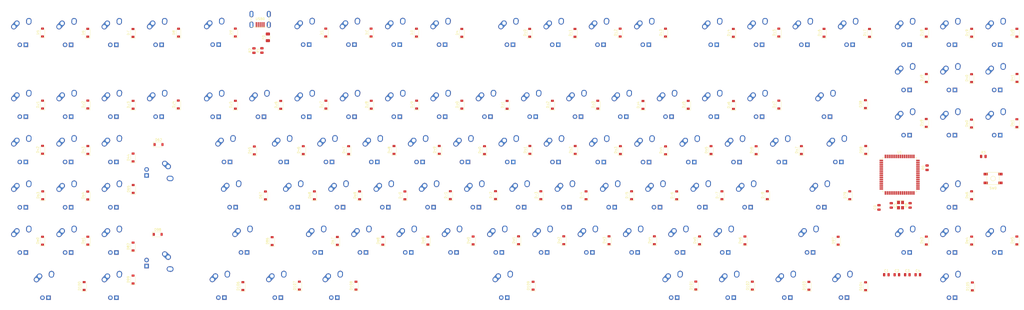
<source format=kicad_pcb>
(kicad_pcb (version 20171130) (host pcbnew "(5.1.0)-1")
  (layers (0 F.Cu signal) (31 B.Cu signal) (34 B.Paste user) (35 F.Paste user) (36 B.SilkS user) (37 F.SilkS user) (38 B.Mask user) (39 F.Mask user) (44 Edge.Cuts user))
  (net 0 "")
  (net 1 "Net-(C0-Pad1)")
  (net 2 GND)
  (net 3 +5V)
  (net 4 "Net-(C5-Pad1)")
  (net 5 "Net-(C6-Pad1)")
  (net 6 "Net-(D1-Pad2)")
  (net 7 ROW0)
  (net 8 "Net-(D2-Pad2)")
  (net 9 "Net-(D3-Pad2)")
  (net 10 "Net-(D4-Pad2)")
  (net 11 "Net-(D5-Pad2)")
  (net 12 "Net-(D6-Pad2)")
  (net 13 "Net-(D7-Pad2)")
  (net 14 "Net-(D8-Pad2)")
  (net 15 "Net-(D9-Pad2)")
  (net 16 "Net-(D10-Pad2)")
  (net 17 "Net-(D11-Pad2)")
  (net 18 "Net-(D12-Pad2)")
  (net 19 "Net-(D13-Pad2)")
  (net 20 "Net-(D14-Pad2)")
  (net 21 "Net-(D15-Pad2)")
  (net 22 "Net-(D16-Pad2)")
  (net 23 "Net-(D17-Pad2)")
  (net 24 "Net-(D18-Pad2)")
  (net 25 "Net-(D19-Pad2)")
  (net 26 "Net-(D20-Pad2)")
  (net 27 "Net-(D21-Pad2)")
  (net 28 ROW2)
  (net 29 "Net-(D22-Pad2)")
  (net 30 "Net-(D23-Pad2)")
  (net 31 "Net-(D24-Pad2)")
  (net 32 "Net-(D25-Pad2)")
  (net 33 "Net-(D26-Pad2)")
  (net 34 "Net-(D27-Pad2)")
  (net 35 "Net-(D28-Pad2)")
  (net 36 "Net-(D29-Pad2)")
  (net 37 "Net-(D30-Pad2)")
  (net 38 "Net-(D31-Pad2)")
  (net 39 "Net-(D32-Pad2)")
  (net 40 "Net-(D33-Pad2)")
  (net 41 "Net-(D34-Pad2)")
  (net 42 "Net-(D35-Pad2)")
  (net 43 "Net-(D36-Pad2)")
  (net 44 "Net-(D37-Pad2)")
  (net 45 "Net-(D38-Pad2)")
  (net 46 ROW1)
  (net 47 "Net-(D39-Pad2)")
  (net 48 "Net-(D40-Pad2)")
  (net 49 "Net-(D41-Pad2)")
  (net 50 ROW3)
  (net 51 "Net-(D42-Pad2)")
  (net 52 "Net-(D43-Pad2)")
  (net 53 "Net-(D44-Pad2)")
  (net 54 "Net-(D45-Pad2)")
  (net 55 "Net-(D46-Pad2)")
  (net 56 "Net-(D47-Pad2)")
  (net 57 "Net-(D48-Pad2)")
  (net 58 "Net-(D49-Pad2)")
  (net 59 "Net-(D50-Pad2)")
  (net 60 "Net-(D51-Pad2)")
  (net 61 "Net-(D52-Pad2)")
  (net 62 "Net-(D53-Pad2)")
  (net 63 "Net-(D54-Pad2)")
  (net 64 "Net-(D55-Pad2)")
  (net 65 "Net-(D56-Pad2)")
  (net 66 "Net-(D57-Pad2)")
  (net 67 "Net-(D58-Pad2)")
  (net 68 "Net-(D59-Pad2)")
  (net 69 "Net-(D60-Pad2)")
  (net 70 "Net-(D61-Pad2)")
  (net 71 "Net-(D62-Pad2)")
  (net 72 ROW4)
  (net 73 "Net-(D63-Pad2)")
  (net 74 "Net-(D64-Pad2)")
  (net 75 "Net-(D65-Pad2)")
  (net 76 "Net-(D66-Pad2)")
  (net 77 "Net-(D67-Pad2)")
  (net 78 "Net-(D68-Pad2)")
  (net 79 "Net-(D69-Pad2)")
  (net 80 "Net-(D70-Pad2)")
  (net 81 "Net-(D71-Pad2)")
  (net 82 "Net-(D72-Pad2)")
  (net 83 "Net-(D73-Pad2)")
  (net 84 "Net-(D74-Pad2)")
  (net 85 "Net-(D75-Pad2)")
  (net 86 "Net-(D76-Pad2)")
  (net 87 "Net-(D77-Pad2)")
  (net 88 "Net-(D78-Pad2)")
  (net 89 "Net-(D79-Pad2)")
  (net 90 "Net-(D80-Pad2)")
  (net 91 ROW5)
  (net 92 "Net-(D81-Pad2)")
  (net 93 "Net-(D82-Pad2)")
  (net 94 "Net-(D83-Pad2)")
  (net 95 "Net-(D84-Pad2)")
  (net 96 "Net-(D85-Pad2)")
  (net 97 "Net-(D86-Pad2)")
  (net 98 "Net-(D87-Pad2)")
  (net 99 "Net-(D88-Pad2)")
  (net 100 "Net-(D89-Pad2)")
  (net 101 "Net-(D90-Pad2)")
  (net 102 "Net-(D91-Pad2)")
  (net 103 "Net-(D92-Pad2)")
  (net 104 "Net-(D93-Pad2)")
  (net 105 "Net-(D94-Pad2)")
  (net 106 "Net-(D95-Pad2)")
  (net 107 "Net-(D96-Pad2)")
  (net 108 "Net-(D97-Pad2)")
  (net 109 "Net-(D98-Pad2)")
  (net 110 "Net-(D99-Pad2)")
  (net 111 ROW6)
  (net 112 "Net-(D100-Pad2)")
  (net 113 "Net-(D101-Pad2)")
  (net 114 "Net-(D102-Pad2)")
  (net 115 "Net-(D103-Pad2)")
  (net 116 "Net-(D104-Pad2)")
  (net 117 "Net-(D105-Pad2)")
  (net 118 "Net-(D106-Pad2)")
  (net 119 "Net-(D107-Pad2)")
  (net 120 "Net-(D108-Pad2)")
  (net 121 "Net-(D109-Pad2)")
  (net 122 VCC)
  (net 123 COL6)
  (net 124 "Net-(MX1-Pad3)")
  (net 125 "Net-(MX1-Pad4)")
  (net 126 COL7)
  (net 127 "Net-(MX2-Pad3)")
  (net 128 "Net-(MX2-Pad4)")
  (net 129 COL8)
  (net 130 "Net-(MX3-Pad3)")
  (net 131 "Net-(MX3-Pad4)")
  (net 132 "Net-(MX4-Pad4)")
  (net 133 "Net-(MX4-Pad3)")
  (net 134 COL9)
  (net 135 "Net-(MX5-Pad4)")
  (net 136 "Net-(MX5-Pad3)")
  (net 137 COL0)
  (net 138 COL1)
  (net 139 "Net-(MX6-Pad3)")
  (net 140 "Net-(MX6-Pad4)")
  (net 141 "Net-(MX7-Pad4)")
  (net 142 "Net-(MX7-Pad3)")
  (net 143 COL2)
  (net 144 COL3)
  (net 145 "Net-(MX8-Pad3)")
  (net 146 "Net-(MX8-Pad4)")
  (net 147 "Net-(MX9-Pad4)")
  (net 148 "Net-(MX9-Pad3)")
  (net 149 COL4)
  (net 150 COL11)
  (net 151 "Net-(MX10-Pad3)")
  (net 152 "Net-(MX10-Pad4)")
  (net 153 "Net-(MX11-Pad4)")
  (net 154 "Net-(MX11-Pad3)")
  (net 155 COL12)
  (net 156 COL13)
  (net 157 "Net-(MX12-Pad3)")
  (net 158 "Net-(MX12-Pad4)")
  (net 159 "Net-(MX13-Pad4)")
  (net 160 "Net-(MX13-Pad3)")
  (net 161 COL14)
  (net 162 COL15)
  (net 163 "Net-(MX14-Pad3)")
  (net 164 "Net-(MX14-Pad4)")
  (net 165 "Net-(MX15-Pad4)")
  (net 166 "Net-(MX15-Pad3)")
  (net 167 COL16)
  (net 168 COL17)
  (net 169 "Net-(MX16-Pad3)")
  (net 170 "Net-(MX16-Pad4)")
  (net 171 "Net-(MX17-Pad4)")
  (net 172 "Net-(MX17-Pad3)")
  (net 173 COL18)
  (net 174 COL19)
  (net 175 "Net-(MX18-Pad3)")
  (net 176 "Net-(MX18-Pad4)")
  (net 177 "Net-(MX19-Pad4)")
  (net 178 "Net-(MX19-Pad3)")
  (net 179 COL20)
  (net 180 COL21)
  (net 181 "Net-(MX20-Pad3)")
  (net 182 "Net-(MX20-Pad4)")
  (net 183 "Net-(MX21-Pad3)")
  (net 184 "Net-(MX21-Pad4)")
  (net 185 "Net-(MX22-Pad3)")
  (net 186 "Net-(MX22-Pad4)")
  (net 187 "Net-(MX23-Pad4)")
  (net 188 "Net-(MX23-Pad3)")
  (net 189 "Net-(MX24-Pad3)")
  (net 190 "Net-(MX24-Pad4)")
  (net 191 "Net-(MX25-Pad4)")
  (net 192 "Net-(MX25-Pad3)")
  (net 193 COL5)
  (net 194 "Net-(MX26-Pad3)")
  (net 195 "Net-(MX26-Pad4)")
  (net 196 "Net-(MX27-Pad4)")
  (net 197 "Net-(MX27-Pad3)")
  (net 198 "Net-(MX28-Pad3)")
  (net 199 "Net-(MX28-Pad4)")
  (net 200 "Net-(MX29-Pad4)")
  (net 201 "Net-(MX29-Pad3)")
  (net 202 "Net-(MX30-Pad3)")
  (net 203 "Net-(MX30-Pad4)")
  (net 204 "Net-(MX31-Pad4)")
  (net 205 "Net-(MX31-Pad3)")
  (net 206 COL10)
  (net 207 "Net-(MX32-Pad3)")
  (net 208 "Net-(MX32-Pad4)")
  (net 209 "Net-(MX33-Pad4)")
  (net 210 "Net-(MX33-Pad3)")
  (net 211 "Net-(MX34-Pad3)")
  (net 212 "Net-(MX34-Pad4)")
  (net 213 "Net-(MX35-Pad4)")
  (net 214 "Net-(MX35-Pad3)")
  (net 215 "Net-(MX36-Pad3)")
  (net 216 "Net-(MX36-Pad4)")
  (net 217 "Net-(MX37-Pad4)")
  (net 218 "Net-(MX37-Pad3)")
  (net 219 "Net-(MX38-Pad3)")
  (net 220 "Net-(MX38-Pad4)")
  (net 221 "Net-(MX39-Pad4)")
  (net 222 "Net-(MX39-Pad3)")
  (net 223 "Net-(MX40-Pad3)")
  (net 224 "Net-(MX40-Pad4)")
  (net 225 "Net-(MX41-Pad4)")
  (net 226 "Net-(MX41-Pad3)")
  (net 227 "Net-(MX42-Pad3)")
  (net 228 "Net-(MX42-Pad4)")
  (net 229 "Net-(MX43-Pad3)")
  (net 230 "Net-(MX43-Pad4)")
  (net 231 "Net-(MX44-Pad4)")
  (net 232 "Net-(MX44-Pad3)")
  (net 233 "Net-(MX45-Pad3)")
  (net 234 "Net-(MX45-Pad4)")
  (net 235 "Net-(MX46-Pad4)")
  (net 236 "Net-(MX46-Pad3)")
  (net 237 "Net-(MX47-Pad3)")
  (net 238 "Net-(MX47-Pad4)")
  (net 239 "Net-(MX48-Pad3)")
  (net 240 "Net-(MX48-Pad4)")
  (net 241 "Net-(MX49-Pad4)")
  (net 242 "Net-(MX49-Pad3)")
  (net 243 "Net-(MX50-Pad3)")
  (net 244 "Net-(MX50-Pad4)")
  (net 245 "Net-(MX51-Pad4)")
  (net 246 "Net-(MX51-Pad3)")
  (net 247 "Net-(MX52-Pad3)")
  (net 248 "Net-(MX52-Pad4)")
  (net 249 "Net-(MX53-Pad4)")
  (net 250 "Net-(MX53-Pad3)")
  (net 251 "Net-(MX54-Pad3)")
  (net 252 "Net-(MX54-Pad4)")
  (net 253 "Net-(MX55-Pad4)")
  (net 254 "Net-(MX55-Pad3)")
  (net 255 "Net-(MX56-Pad3)")
  (net 256 "Net-(MX56-Pad4)")
  (net 257 "Net-(MX57-Pad4)")
  (net 258 "Net-(MX57-Pad3)")
  (net 259 "Net-(MX58-Pad4)")
  (net 260 "Net-(MX58-Pad3)")
  (net 261 "Net-(MX59-Pad3)")
  (net 262 "Net-(MX59-Pad4)")
  (net 263 "Net-(MX60-Pad4)")
  (net 264 "Net-(MX60-Pad3)")
  (net 265 "Net-(MX61-Pad4)")
  (net 266 "Net-(MX61-Pad3)")
  (net 267 "Net-(MX62-Pad3)")
  (net 268 "Net-(MX62-Pad4)")
  (net 269 "Net-(MX63-Pad3)")
  (net 270 "Net-(MX63-Pad4)")
  (net 271 "Net-(MX64-Pad4)")
  (net 272 "Net-(MX64-Pad3)")
  (net 273 "Net-(MX65-Pad3)")
  (net 274 "Net-(MX65-Pad4)")
  (net 275 "Net-(MX66-Pad4)")
  (net 276 "Net-(MX66-Pad3)")
  (net 277 "Net-(MX67-Pad4)")
  (net 278 "Net-(MX68-Pad3)")
  (net 279 "Net-(MX68-Pad4)")
  (net 280 "Net-(MX69-Pad3)")
  (net 281 "Net-(MX69-Pad4)")
  (net 282 "Net-(MX70-Pad4)")
  (net 283 "Net-(MX70-Pad3)")
  (net 284 "Net-(MX71-Pad4)")
  (net 285 "Net-(MX71-Pad3)")
  (net 286 "Net-(MX72-Pad4)")
  (net 287 "Net-(MX72-Pad3)")
  (net 288 "Net-(MX73-Pad3)")
  (net 289 "Net-(MX73-Pad4)")
  (net 290 "Net-(MX74-Pad4)")
  (net 291 "Net-(MX74-Pad3)")
  (net 292 "Net-(MX75-Pad3)")
  (net 293 "Net-(MX75-Pad4)")
  (net 294 "Net-(MX76-Pad4)")
  (net 295 "Net-(MX76-Pad3)")
  (net 296 "Net-(MX77-Pad3)")
  (net 297 "Net-(MX77-Pad4)")
  (net 298 "Net-(MX78-Pad4)")
  (net 299 "Net-(MX78-Pad3)")
  (net 300 "Net-(MX79-Pad4)")
  (net 301 "Net-(MX79-Pad3)")
  (net 302 "Net-(MX80-Pad4)")
  (net 303 "Net-(MX80-Pad3)")
  (net 304 "Net-(MX81-Pad3)")
  (net 305 "Net-(MX81-Pad4)")
  (net 306 "Net-(MX82-Pad4)")
  (net 307 "Net-(MX82-Pad3)")
  (net 308 "Net-(MX83-Pad3)")
  (net 309 "Net-(MX83-Pad4)")
  (net 310 "Net-(MX84-Pad4)")
  (net 311 "Net-(MX84-Pad3)")
  (net 312 "Net-(MX85-Pad4)")
  (net 313 "Net-(MX85-Pad3)")
  (net 314 "Net-(MX86-Pad3)")
  (net 315 "Net-(MX86-Pad4)")
  (net 316 "Net-(MX87-Pad4)")
  (net 317 "Net-(MX87-Pad3)")
  (net 318 "Net-(MX88-Pad4)")
  (net 319 "Net-(MX88-Pad3)")
  (net 320 "Net-(MX89-Pad1)")
  (net 321 "Net-(MX89-Pad3)")
  (net 322 "Net-(MX89-Pad4)")
  (net 323 "Net-(MX90-Pad3)")
  (net 324 "Net-(MX90-Pad4)")
  (net 325 "Net-(MX91-Pad4)")
  (net 326 "Net-(MX91-Pad3)")
  (net 327 "Net-(MX92-Pad4)")
  (net 328 "Net-(MX92-Pad3)")
  (net 329 "Net-(MX93-Pad3)")
  (net 330 "Net-(MX93-Pad4)")
  (net 331 "Net-(MX94-Pad4)")
  (net 332 "Net-(MX94-Pad3)")
  (net 333 "Net-(MX95-Pad4)")
  (net 334 "Net-(MX95-Pad3)")
  (net 335 "Net-(MX96-Pad3)")
  (net 336 "Net-(MX96-Pad4)")
  (net 337 "Net-(MX97-Pad3)")
  (net 338 "Net-(MX97-Pad4)")
  (net 339 "Net-(MX98-Pad4)")
  (net 340 "Net-(MX98-Pad3)")
  (net 341 "Net-(MX99-Pad3)")
  (net 342 "Net-(MX99-Pad4)")
  (net 343 "Net-(MX100-Pad3)")
  (net 344 "Net-(MX100-Pad4)")
  (net 345 "Net-(MX101-Pad4)")
  (net 346 "Net-(MX101-Pad3)")
  (net 347 "Net-(MX102-Pad3)")
  (net 348 "Net-(MX102-Pad4)")
  (net 349 "Net-(MX103-Pad4)")
  (net 350 "Net-(MX103-Pad3)")
  (net 351 "Net-(MX104-Pad3)")
  (net 352 "Net-(MX104-Pad4)")
  (net 353 "Net-(MX105-Pad3)")
  (net 354 "Net-(MX105-Pad4)")
  (net 355 "Net-(MX106-Pad3)")
  (net 356 "Net-(MX106-Pad4)")
  (net 357 "Net-(MX107-Pad4)")
  (net 358 "Net-(MX107-Pad3)")
  (net 359 "Net-(MX108-Pad3)")
  (net 360 "Net-(MX108-Pad4)")
  (net 361 "Net-(MX109-Pad3)")
  (net 362 "Net-(MX109-Pad4)")
  (net 363 "Net-(R0-Pad1)")
  (net 364 D-)
  (net 365 "Net-(R1-Pad1)")
  (net 366 "Net-(R2-Pad1)")
  (net 367 D+)
  (net 368 "Net-(R3-Pad2)")
  (net 369 "Net-(U1-Pad1)")
  (net 370 "Net-(U1-Pad2)")
  (net 371 "Net-(U1-Pad9)")
  (net 372 "Net-(U1-Pad10)")
  (net 373 "Net-(U1-Pad11)")
  (net 374 "Net-(U1-Pad12)")
  (net 375 "Net-(U1-Pad13)")
  (net 376 "Net-(U1-Pad14)")
  (net 377 "Net-(U1-Pad15)")
  (net 378 "Net-(U1-Pad16)")
  (net 379 "Net-(U1-Pad17)")
  (net 380 "Net-(U1-Pad18)")
  (net 381 "Net-(U1-Pad19)")
  (net 382 "Net-(U1-Pad25)")
  (net 383 "Net-(U1-Pad26)")
  (net 384 "Net-(U1-Pad27)")
  (net 385 "Net-(U1-Pad28)")
  (net 386 "Net-(U1-Pad29)")
  (net 387 "Net-(U1-Pad30)")
  (net 388 "Net-(U1-Pad31)")
  (net 389 "Net-(U1-Pad32)")
  (net 390 "Net-(U1-Pad33)")
  (net 391 "Net-(U1-Pad34)")
  (net 392 "Net-(U1-Pad35)")
  (net 393 "Net-(U1-Pad36)")
  (net 394 "Net-(U1-Pad37)")
  (net 395 "Net-(U1-Pad38)")
  (net 396 "Net-(U1-Pad39)")
  (net 397 "Net-(U1-Pad40)")
  (net 398 "Net-(U1-Pad41)")
  (net 399 "Net-(U1-Pad42)")
  (net 400 "Net-(U1-Pad44)")
  (net 401 "Net-(U1-Pad45)")
  (net 402 "Net-(U1-Pad46)")
  (net 403 "Net-(U1-Pad47)")
  (net 404 "Net-(U1-Pad48)")
  (net 405 "Net-(U1-Pad49)")
  (net 406 "Net-(U1-Pad50)")
  (net 407 "Net-(U1-Pad51)")
  (net 408 "Net-(U1-Pad54)")
  (net 409 "Net-(U1-Pad55)")
  (net 410 "Net-(U1-Pad56)")
  (net 411 "Net-(U1-Pad57)")
  (net 412 "Net-(U1-Pad58)")
  (net 413 "Net-(U1-Pad59)")
  (net 414 "Net-(U1-Pad60)")
  (net 415 "Net-(U1-Pad61)")
  (net 416 "Net-(U1-Pad62)")
  (net 417 "Net-(USB0-Pad2)")
  (net 418 "Net-(USB0-Pad6)")
  (module MX_Alps_Hybrid:MX-2U (layer F.Cu) (at 103.61 144.43 270)
    (fp_text reference MX62)
    (fp_text value MX-2U)
    (pad "" np_thru_hole circle (at 11.938 8.255 270) (size 3.9878 3.9878) (drill 3.9878) (layers *.Cu *.Mask))
    (pad "" np_thru_hole circle (at -11.938 8.255 270) (size 3.9878 3.9878) (drill 3.9878) (layers *.Cu *.Mask))
    (pad "" np_thru_hole circle (at 11.938 -6.985 270) (size 3.048 3.048) (drill 3.048) (layers *.Cu *.Mask))
    (pad "" np_thru_hole circle (at -11.938 -6.985 270) (size 3.048 3.048) (drill 3.048) (layers *.Cu *.Mask))
    (pad "" np_thru_hole circle (at 5.08 0 318.0996) (size 1.75 1.75) (drill 1.75) (layers *.Cu *.Mask))
    (pad "" np_thru_hole circle (at -5.08 0 318.0996) (size 1.75 1.75) (drill 1.75) (layers *.Cu *.Mask))
    (pad 4 thru_hole rect (at 1.27 5.08 270) (size 1.905 1.905) (drill 1.04) (layers *.Cu B.Mask) (net 268 "Net-(MX62-Pad4)"))
    (pad 3 thru_hole circle (at -1.27 5.08 270) (size 1.905 1.905) (drill 1.04) (layers *.Cu B.Mask) (net 267 "Net-(MX62-Pad3)"))
    (pad 1 thru_hole circle (at -2.5 -4 270) (size 2.25 2.25) (drill 1.47) (layers *.Cu B.Mask) (net 144 COL3))
    (pad "" np_thru_hole circle (at 0 0 270) (size 3.9878 3.9878) (drill 3.9878) (layers *.Cu *.Mask))
    (pad 1 thru_hole oval (at -3.81 -2.54 318.0996) (size 4.211556 2.25) (drill 1.47 (offset 0.980778 0)) (layers *.Cu B.Mask) (net 144 COL3))
    (pad 2 thru_hole circle (at 2.54 -5.08 270) (size 2.25 2.25) (drill 1.47) (layers *.Cu B.Mask) (net 71 "Net-(D62-Pad2)"))
    (pad 2 thru_hole oval (at 2.5 -4.5 356.0548) (size 2.831378 2.25) (drill 1.47 (offset 0.290689 0)) (layers *.Cu B.Mask) (net 71 "Net-(D62-Pad2)"))
  )
  (module MX_Alps_Hybrid:MX-2U (layer F.Cu) (at 384.76 115.85)
    (fp_text reference MX38)
    (fp_text value MX-2U)
    (pad "" np_thru_hole circle (at 11.938 8.255) (size 3.9878 3.9878) (drill 3.9878) (layers *.Cu *.Mask))
    (pad "" np_thru_hole circle (at -11.938 8.255) (size 3.9878 3.9878) (drill 3.9878) (layers *.Cu *.Mask))
    (pad "" np_thru_hole circle (at 11.938 -6.985) (size 3.048 3.048) (drill 3.048) (layers *.Cu *.Mask))
    (pad "" np_thru_hole circle (at -11.938 -6.985) (size 3.048 3.048) (drill 3.048) (layers *.Cu *.Mask))
    (pad "" np_thru_hole circle (at 5.08 0 48.0996) (size 1.75 1.75) (drill 1.75) (layers *.Cu *.Mask))
    (pad "" np_thru_hole circle (at -5.08 0 48.0996) (size 1.75 1.75) (drill 1.75) (layers *.Cu *.Mask))
    (pad 4 thru_hole rect (at 1.27 5.08) (size 1.905 1.905) (drill 1.04) (layers *.Cu B.Mask) (net 220 "Net-(MX38-Pad4)"))
    (pad 3 thru_hole circle (at -1.27 5.08) (size 1.905 1.905) (drill 1.04) (layers *.Cu B.Mask) (net 219 "Net-(MX38-Pad3)"))
    (pad 1 thru_hole circle (at -2.5 -4) (size 2.25 2.25) (drill 1.47) (layers *.Cu B.Mask) (net 173 COL18))
    (pad "" np_thru_hole circle (at 0 0) (size 3.9878 3.9878) (drill 3.9878) (layers *.Cu *.Mask))
    (pad 1 thru_hole oval (at -3.81 -2.54 48.0996) (size 4.211556 2.25) (drill 1.47 (offset 0.980778 0)) (layers *.Cu B.Mask) (net 173 COL18))
    (pad 2 thru_hole circle (at 2.54 -5.08) (size 2.25 2.25) (drill 1.47) (layers *.Cu B.Mask) (net 45 "Net-(D38-Pad2)"))
    (pad 2 thru_hole oval (at 2.5 -4.5 86.0548) (size 2.831378 2.25) (drill 1.47 (offset 0.290689 0)) (layers *.Cu B.Mask) (net 45 "Net-(D38-Pad2)"))
  )
  (module MX_Alps_Hybrid:MX-2U (layer F.Cu) (at 103.607 182.604 270)
    (fp_text reference MX98)
    (fp_text value MX-2U)
    (pad "" np_thru_hole circle (at 11.938 8.255 270) (size 3.9878 3.9878) (drill 3.9878) (layers *.Cu *.Mask))
    (pad "" np_thru_hole circle (at -11.938 8.255 270) (size 3.9878 3.9878) (drill 3.9878) (layers *.Cu *.Mask))
    (pad "" np_thru_hole circle (at 11.938 -6.985 270) (size 3.048 3.048) (drill 3.048) (layers *.Cu *.Mask))
    (pad "" np_thru_hole circle (at -11.938 -6.985 270) (size 3.048 3.048) (drill 3.048) (layers *.Cu *.Mask))
    (pad "" np_thru_hole circle (at 5.08 0 318.0996) (size 1.75 1.75) (drill 1.75) (layers *.Cu *.Mask))
    (pad "" np_thru_hole circle (at -5.08 0 318.0996) (size 1.75 1.75) (drill 1.75) (layers *.Cu *.Mask))
    (pad 4 thru_hole rect (at 1.27 5.08 270) (size 1.905 1.905) (drill 1.04) (layers *.Cu B.Mask) (net 339 "Net-(MX98-Pad4)"))
    (pad 3 thru_hole circle (at -1.27 5.08 270) (size 1.905 1.905) (drill 1.04) (layers *.Cu B.Mask) (net 340 "Net-(MX98-Pad3)"))
    (pad 1 thru_hole circle (at -2.5 -4 270) (size 2.25 2.25) (drill 1.47) (layers *.Cu B.Mask) (net 144 COL3))
    (pad "" np_thru_hole circle (at 0 0 270) (size 3.9878 3.9878) (drill 3.9878) (layers *.Cu *.Mask))
    (pad 1 thru_hole oval (at -3.81 -2.54 318.0996) (size 4.211556 2.25) (drill 1.47 (offset 0.980778 0)) (layers *.Cu B.Mask) (net 144 COL3))
    (pad 2 thru_hole circle (at 2.54 -5.08 270) (size 2.25 2.25) (drill 1.47) (layers *.Cu B.Mask) (net 109 "Net-(D98-Pad2)"))
    (pad 2 thru_hole oval (at 2.5 -4.5 356.0548) (size 2.831378 2.25) (drill 1.47 (offset 0.290689 0)) (layers *.Cu B.Mask) (net 109 "Net-(D98-Pad2)"))
  )
  (module MX_Alps_Hybrid:MX-2U (layer F.Cu) (at 55.982 192.129)
    (fp_text reference MX100)
    (fp_text value MX-2U)
    (pad "" np_thru_hole circle (at 11.938 8.255) (size 3.9878 3.9878) (drill 3.9878) (layers *.Cu *.Mask))
    (pad "" np_thru_hole circle (at -11.938 8.255) (size 3.9878 3.9878) (drill 3.9878) (layers *.Cu *.Mask))
    (pad "" np_thru_hole circle (at 11.938 -6.985) (size 3.048 3.048) (drill 3.048) (layers *.Cu *.Mask))
    (pad "" np_thru_hole circle (at -11.938 -6.985) (size 3.048 3.048) (drill 3.048) (layers *.Cu *.Mask))
    (pad "" np_thru_hole circle (at 5.08 0 48.0996) (size 1.75 1.75) (drill 1.75) (layers *.Cu *.Mask))
    (pad "" np_thru_hole circle (at -5.08 0 48.0996) (size 1.75 1.75) (drill 1.75) (layers *.Cu *.Mask))
    (pad 4 thru_hole rect (at 1.27 5.08) (size 1.905 1.905) (drill 1.04) (layers *.Cu B.Mask) (net 344 "Net-(MX100-Pad4)"))
    (pad 3 thru_hole circle (at -1.27 5.08) (size 1.905 1.905) (drill 1.04) (layers *.Cu B.Mask) (net 343 "Net-(MX100-Pad3)"))
    (pad 1 thru_hole circle (at -2.5 -4) (size 2.25 2.25) (drill 1.47) (layers *.Cu B.Mask) (net 138 COL1))
    (pad "" np_thru_hole circle (at 0 0) (size 3.9878 3.9878) (drill 3.9878) (layers *.Cu *.Mask))
    (pad 1 thru_hole oval (at -3.81 -2.54 48.0996) (size 4.211556 2.25) (drill 1.47 (offset 0.980778 0)) (layers *.Cu B.Mask) (net 138 COL1))
    (pad 2 thru_hole circle (at 2.54 -5.08) (size 2.25 2.25) (drill 1.47) (layers *.Cu B.Mask) (net 112 "Net-(D100-Pad2)"))
    (pad 2 thru_hole oval (at 2.5 -4.5 86.0548) (size 2.831378 2.25) (drill 1.47 (offset 0.290689 0)) (layers *.Cu B.Mask) (net 112 "Net-(D100-Pad2)"))
  )
  (module Capacitor_SMD:C_0805_2012Metric (layer F.Cu) (at 406.62 159.16 90)
    (fp_text reference C0 (at 0 -1.65 90) (layer F.SilkS))
    (fp_text value 1uF)
    (pad 1 smd roundrect (at -0.9375 0 90) (size 0.975 1.4) (layers F.Cu F.Paste F.Mask) (net 1 "Net-(C0-Pad1)"))
    (pad 2 smd roundrect (at 0.9375 0 90) (size 0.975 1.4) (layers F.Cu F.Paste F.Mask) (net 2 GND))
  )
  (module Capacitor_SMD:C_0805_2012Metric (layer F.Cu) (at 409.737001 187.514001)
    (fp_text reference C1 (at 0 -1.65) (layer F.SilkS))
    (fp_text value 0.1uF)
    (pad 1 smd roundrect (at -0.9375 0) (size 0.975 1.4) (layers F.Cu F.Paste F.Mask) (net 3 +5V))
    (pad 2 smd roundrect (at 0.9375 0) (size 0.975 1.4) (layers F.Cu F.Paste F.Mask) (net 2 GND))
  )
  (module Capacitor_SMD:C_0805_2012Metric (layer F.Cu) (at 414.147001 187.514001)
    (fp_text reference C2 (at 0 -1.65) (layer F.SilkS))
    (fp_text value 0.1uF)
    (pad 2 smd roundrect (at 0.9375 0) (size 0.975 1.4) (layers F.Cu F.Paste F.Mask) (net 2 GND))
    (pad 1 smd roundrect (at -0.9375 0) (size 0.975 1.4) (layers F.Cu F.Paste F.Mask) (net 3 +5V))
  )
  (module Capacitor_SMD:C_0805_2012Metric (layer F.Cu) (at 418.557001 187.514001)
    (fp_text reference C3 (at 0 -1.65) (layer F.SilkS))
    (fp_text value 0.1uF)
    (pad 2 smd roundrect (at 0.9375 0) (size 0.975 1.4) (layers F.Cu F.Paste F.Mask) (net 2 GND))
    (pad 1 smd roundrect (at -0.9375 0) (size 0.975 1.4) (layers F.Cu F.Paste F.Mask) (net 3 +5V))
  )
  (module Capacitor_SMD:C_0805_2012Metric (layer F.Cu) (at 422.967001 187.514001)
    (fp_text reference C4 (at 0 -1.65) (layer F.SilkS))
    (fp_text value 10uF)
    (pad 1 smd roundrect (at -0.9375 0) (size 0.975 1.4) (layers F.Cu F.Paste F.Mask) (net 3 +5V))
    (pad 2 smd roundrect (at 0.9375 0) (size 0.975 1.4) (layers F.Cu F.Paste F.Mask) (net 2 GND))
  )
  (module Capacitor_SMD:C_0805_2012Metric (layer F.Cu) (at 411.79375 158.31625 270)
    (fp_text reference C5 (at 0 -1.65 270) (layer F.SilkS))
    (fp_text value 22pF)
    (pad 2 smd roundrect (at 0.9375 0 270) (size 0.975 1.4) (layers F.Cu F.Paste F.Mask) (net 2 GND))
    (pad 1 smd roundrect (at -0.9375 0 270) (size 0.975 1.4) (layers F.Cu F.Paste F.Mask) (net 4 "Net-(C5-Pad1)"))
  )
  (module Capacitor_SMD:C_0805_2012Metric (layer F.Cu) (at 419.71625 158.31 90)
    (fp_text reference C6 (at 0 -1.65 90) (layer F.SilkS))
    (fp_text value 22pF)
    (pad 1 smd roundrect (at -0.9375 0 90) (size 0.975 1.4) (layers F.Cu F.Paste F.Mask) (net 5 "Net-(C6-Pad1)"))
    (pad 2 smd roundrect (at 0.9375 0 90) (size 0.975 1.4) (layers F.Cu F.Paste F.Mask) (net 2 GND))
  )
  (module Diode_SMD:D_SOD-123 (layer F.Cu) (at 173.89 85.48 90)
    (fp_text reference D1 (at 0 -2 90) (layer F.SilkS))
    (fp_text value D_Small)
    (pad 2 smd rect (at 1.65 0 90) (size 0.9 1.2) (layers F.Cu F.Paste F.Mask) (net 6 "Net-(D1-Pad2)"))
    (pad 1 smd rect (at -1.65 0 90) (size 0.9 1.2) (layers F.Cu F.Paste F.Mask) (net 7 ROW0))
  )
  (module Diode_SMD:D_SOD-123 (layer F.Cu) (at 192.96 85.48 90)
    (fp_text reference D2 (at 0 -2 90) (layer F.SilkS))
    (fp_text value D_Small)
    (pad 1 smd rect (at -1.65 0 90) (size 0.9 1.2) (layers F.Cu F.Paste F.Mask) (net 7 ROW0))
    (pad 2 smd rect (at 1.65 0 90) (size 0.9 1.2) (layers F.Cu F.Paste F.Mask) (net 8 "Net-(D2-Pad2)"))
  )
  (module Diode_SMD:D_SOD-123 (layer F.Cu) (at 212.05 85.52 90)
    (fp_text reference D3 (at 0 -2 90) (layer F.SilkS))
    (fp_text value D_Small)
    (pad 2 smd rect (at 1.65 0 90) (size 0.9 1.2) (layers F.Cu F.Paste F.Mask) (net 9 "Net-(D3-Pad2)"))
    (pad 1 smd rect (at -1.65 0 90) (size 0.9 1.2) (layers F.Cu F.Paste F.Mask) (net 7 ROW0))
  )
  (module Diode_SMD:D_SOD-123 (layer F.Cu) (at 231.12 85.6 90)
    (fp_text reference D4 (at 0 -2 90) (layer F.SilkS))
    (fp_text value D_Small)
    (pad 1 smd rect (at -1.65 0 90) (size 0.9 1.2) (layers F.Cu F.Paste F.Mask) (net 7 ROW0))
    (pad 2 smd rect (at 1.65 0 90) (size 0.9 1.2) (layers F.Cu F.Paste F.Mask) (net 10 "Net-(D4-Pad2)"))
  )
  (module Diode_SMD:D_SOD-123 (layer F.Cu) (at 54.73 85.47 90)
    (fp_text reference D5 (at 0 -2 90) (layer F.SilkS))
    (fp_text value D_Small)
    (pad 2 smd rect (at 1.65 0 90) (size 0.9 1.2) (layers F.Cu F.Paste F.Mask) (net 11 "Net-(D5-Pad2)"))
    (pad 1 smd rect (at -1.65 0 90) (size 0.9 1.2) (layers F.Cu F.Paste F.Mask) (net 7 ROW0))
  )
  (module Diode_SMD:D_SOD-123 (layer F.Cu) (at 73.76 85.56 90)
    (fp_text reference D6 (at 0 -2 90) (layer F.SilkS))
    (fp_text value D_Small)
    (pad 1 smd rect (at -1.65 0 90) (size 0.9 1.2) (layers F.Cu F.Paste F.Mask) (net 7 ROW0))
    (pad 2 smd rect (at 1.65 0 90) (size 0.9 1.2) (layers F.Cu F.Paste F.Mask) (net 12 "Net-(D6-Pad2)"))
  )
  (module Diode_SMD:D_SOD-123 (layer F.Cu) (at 92.8 85.63 90)
    (fp_text reference D7 (at 0 -2 90) (layer F.SilkS))
    (fp_text value D_Small)
    (pad 1 smd rect (at -1.65 0 90) (size 0.9 1.2) (layers F.Cu F.Paste F.Mask) (net 7 ROW0))
    (pad 2 smd rect (at 1.65 0 90) (size 0.9 1.2) (layers F.Cu F.Paste F.Mask) (net 13 "Net-(D7-Pad2)"))
  )
  (module Diode_SMD:D_SOD-123 (layer F.Cu) (at 111.96 85.52 90)
    (fp_text reference D8 (at 0 -2 90) (layer F.SilkS))
    (fp_text value D_Small)
    (pad 2 smd rect (at 1.65 0 90) (size 0.9 1.2) (layers F.Cu F.Paste F.Mask) (net 14 "Net-(D8-Pad2)"))
    (pad 1 smd rect (at -1.65 0 90) (size 0.9 1.2) (layers F.Cu F.Paste F.Mask) (net 7 ROW0))
  )
  (module Diode_SMD:D_SOD-123 (layer F.Cu) (at 135.86 85.47 90)
    (fp_text reference D9 (at 0 -2 90) (layer F.SilkS))
    (fp_text value D_Small)
    (pad 1 smd rect (at -1.65 0 90) (size 0.9 1.2) (layers F.Cu F.Paste F.Mask) (net 7 ROW0))
    (pad 2 smd rect (at 1.65 0 90) (size 0.9 1.2) (layers F.Cu F.Paste F.Mask) (net 15 "Net-(D9-Pad2)"))
  )
  (module Diode_SMD:D_SOD-123 (layer F.Cu) (at 259.68 85.58 90)
    (fp_text reference D10 (at 0 -2 90) (layer F.SilkS))
    (fp_text value D_Small)
    (pad 1 smd rect (at -1.65 0 90) (size 0.9 1.2) (layers F.Cu F.Paste F.Mask) (net 7 ROW0))
    (pad 2 smd rect (at 1.65 0 90) (size 0.9 1.2) (layers F.Cu F.Paste F.Mask) (net 16 "Net-(D10-Pad2)"))
  )
  (module Diode_SMD:D_SOD-123 (layer F.Cu) (at 278.73 85.6 90)
    (fp_text reference D11 (at 0 -2 90) (layer F.SilkS))
    (fp_text value D_Small)
    (pad 2 smd rect (at 1.65 0 90) (size 0.9 1.2) (layers F.Cu F.Paste F.Mask) (net 17 "Net-(D11-Pad2)"))
    (pad 1 smd rect (at -1.65 0 90) (size 0.9 1.2) (layers F.Cu F.Paste F.Mask) (net 7 ROW0))
  )
  (module Diode_SMD:D_SOD-123 (layer F.Cu) (at 297.75 85.5 90)
    (fp_text reference D12 (at 0 -2 90) (layer F.SilkS))
    (fp_text value D_Small)
    (pad 1 smd rect (at -1.65 0 90) (size 0.9 1.2) (layers F.Cu F.Paste F.Mask) (net 7 ROW0))
    (pad 2 smd rect (at 1.65 0 90) (size 0.9 1.2) (layers F.Cu F.Paste F.Mask) (net 18 "Net-(D12-Pad2)"))
  )
  (module Diode_SMD:D_SOD-123 (layer F.Cu) (at 316.82 85.51 90)
    (fp_text reference D13 (at 0 -2 90) (layer F.SilkS))
    (fp_text value D_Small)
    (pad 1 smd rect (at -1.65 0 90) (size 0.9 1.2) (layers F.Cu F.Paste F.Mask) (net 7 ROW0))
    (pad 2 smd rect (at 1.65 0 90) (size 0.9 1.2) (layers F.Cu F.Paste F.Mask) (net 19 "Net-(D13-Pad2)"))
  )
  (module Diode_SMD:D_SOD-123 (layer F.Cu) (at 345.36 85.6 90)
    (fp_text reference D14 (at 0 -2 90) (layer F.SilkS))
    (fp_text value D_Small)
    (pad 1 smd rect (at -1.65 0 90) (size 0.9 1.2) (layers F.Cu F.Paste F.Mask) (net 7 ROW0))
    (pad 2 smd rect (at 1.65 0 90) (size 0.9 1.2) (layers F.Cu F.Paste F.Mask) (net 20 "Net-(D14-Pad2)"))
  )
  (module Diode_SMD:D_SOD-123 (layer F.Cu) (at 364.47 85.49 90)
    (fp_text reference D15 (at 0 -2 90) (layer F.SilkS))
    (fp_text value D_Small)
    (pad 2 smd rect (at 1.65 0 90) (size 0.9 1.2) (layers F.Cu F.Paste F.Mask) (net 21 "Net-(D15-Pad2)"))
    (pad 1 smd rect (at -1.65 0 90) (size 0.9 1.2) (layers F.Cu F.Paste F.Mask) (net 7 ROW0))
  )
  (module Diode_SMD:D_SOD-123 (layer F.Cu) (at 383.51 85.57 90)
    (fp_text reference D16 (at 0 -2 90) (layer F.SilkS))
    (fp_text value D_Small)
    (pad 1 smd rect (at -1.65 0 90) (size 0.9 1.2) (layers F.Cu F.Paste F.Mask) (net 7 ROW0))
    (pad 2 smd rect (at 1.65 0 90) (size 0.9 1.2) (layers F.Cu F.Paste F.Mask) (net 22 "Net-(D16-Pad2)"))
  )
  (module Diode_SMD:D_SOD-123 (layer F.Cu) (at 402.64 85.61 90)
    (fp_text reference D17 (at 0 -2 90) (layer F.SilkS))
    (fp_text value D_Small)
    (pad 2 smd rect (at 1.65 0 90) (size 0.9 1.2) (layers F.Cu F.Paste F.Mask) (net 23 "Net-(D17-Pad2)"))
    (pad 1 smd rect (at -1.65 0 90) (size 0.9 1.2) (layers F.Cu F.Paste F.Mask) (net 7 ROW0))
  )
  (module Diode_SMD:D_SOD-123 (layer F.Cu) (at 426.52 85.55 90)
    (fp_text reference D18 (at 0 -2 90) (layer F.SilkS))
    (fp_text value D_Small)
    (pad 1 smd rect (at -1.65 0 90) (size 0.9 1.2) (layers F.Cu F.Paste F.Mask) (net 7 ROW0))
    (pad 2 smd rect (at 1.65 0 90) (size 0.9 1.2) (layers F.Cu F.Paste F.Mask) (net 24 "Net-(D18-Pad2)"))
  )
  (module Diode_SMD:D_SOD-123 (layer F.Cu) (at 445.61 85.56 90)
    (fp_text reference D19 (at 0 -2 90) (layer F.SilkS))
    (fp_text value D_Small)
    (pad 2 smd rect (at 1.65 0 90) (size 0.9 1.2) (layers F.Cu F.Paste F.Mask) (net 25 "Net-(D19-Pad2)"))
    (pad 1 smd rect (at -1.65 0 90) (size 0.9 1.2) (layers F.Cu F.Paste F.Mask) (net 7 ROW0))
  )
  (module Diode_SMD:D_SOD-123 (layer F.Cu) (at 464.64 85.55 90)
    (fp_text reference D20 (at 0 -2 90) (layer F.SilkS))
    (fp_text value D_Small)
    (pad 1 smd rect (at -1.65 0 90) (size 0.9 1.2) (layers F.Cu F.Paste F.Mask) (net 7 ROW0))
    (pad 2 smd rect (at 1.65 0 90) (size 0.9 1.2) (layers F.Cu F.Paste F.Mask) (net 26 "Net-(D20-Pad2)"))
  )
  (module Diode_SMD:D_SOD-123 (layer F.Cu) (at 54.75 115.83 90)
    (fp_text reference D21 (at 0 -2 90) (layer F.SilkS))
    (fp_text value D_Small)
    (pad 2 smd rect (at 1.65 0 90) (size 0.9 1.2) (layers F.Cu F.Paste F.Mask) (net 27 "Net-(D21-Pad2)"))
    (pad 1 smd rect (at -1.65 0 90) (size 0.9 1.2) (layers F.Cu F.Paste F.Mask) (net 28 ROW2))
  )
  (module Diode_SMD:D_SOD-123 (layer F.Cu) (at 73.79 115.8 90)
    (fp_text reference D22 (at 0 -2 90) (layer F.SilkS))
    (fp_text value D_Small)
    (pad 2 smd rect (at 1.65 0 90) (size 0.9 1.2) (layers F.Cu F.Paste F.Mask) (net 29 "Net-(D22-Pad2)"))
    (pad 1 smd rect (at -1.65 0 90) (size 0.9 1.2) (layers F.Cu F.Paste F.Mask) (net 28 ROW2))
  )
  (module Diode_SMD:D_SOD-123 (layer F.Cu) (at 92.85 115.91 90)
    (fp_text reference D23 (at 0 -2 90) (layer F.SilkS))
    (fp_text value D_Small)
    (pad 1 smd rect (at -1.65 0 90) (size 0.9 1.2) (layers F.Cu F.Paste F.Mask) (net 28 ROW2))
    (pad 2 smd rect (at 1.65 0 90) (size 0.9 1.2) (layers F.Cu F.Paste F.Mask) (net 30 "Net-(D23-Pad2)"))
  )
  (module Diode_SMD:D_SOD-123 (layer F.Cu) (at 111.86 115.78 90)
    (fp_text reference D24 (at 0 -2 90) (layer F.SilkS))
    (fp_text value D_Small)
    (pad 2 smd rect (at 1.65 0 90) (size 0.9 1.2) (layers F.Cu F.Paste F.Mask) (net 31 "Net-(D24-Pad2)"))
    (pad 1 smd rect (at -1.65 0 90) (size 0.9 1.2) (layers F.Cu F.Paste F.Mask) (net 28 ROW2))
  )
  (module Diode_SMD:D_SOD-123 (layer F.Cu) (at 135.88 115.89 90)
    (fp_text reference D25 (at 0 -2 90) (layer F.SilkS))
    (fp_text value D_Small)
    (pad 1 smd rect (at -1.65 0 90) (size 0.9 1.2) (layers F.Cu F.Paste F.Mask) (net 28 ROW2))
    (pad 2 smd rect (at 1.65 0 90) (size 0.9 1.2) (layers F.Cu F.Paste F.Mask) (net 32 "Net-(D25-Pad2)"))
  )
  (module Diode_SMD:D_SOD-123 (layer F.Cu) (at 154.94 115.94 90)
    (fp_text reference D26 (at 0 -2 90) (layer F.SilkS))
    (fp_text value D_Small)
    (pad 2 smd rect (at 1.65 0 90) (size 0.9 1.2) (layers F.Cu F.Paste F.Mask) (net 33 "Net-(D26-Pad2)"))
    (pad 1 smd rect (at -1.65 0 90) (size 0.9 1.2) (layers F.Cu F.Paste F.Mask) (net 28 ROW2))
  )
  (module Diode_SMD:D_SOD-123 (layer F.Cu) (at 173.94 115.85 90)
    (fp_text reference D27 (at 0 -2 90) (layer F.SilkS))
    (fp_text value D_Small)
    (pad 1 smd rect (at -1.65 0 90) (size 0.9 1.2) (layers F.Cu F.Paste F.Mask) (net 28 ROW2))
    (pad 2 smd rect (at 1.65 0 90) (size 0.9 1.2) (layers F.Cu F.Paste F.Mask) (net 34 "Net-(D27-Pad2)"))
  )
  (module Diode_SMD:D_SOD-123 (layer F.Cu) (at 193.04 115.88 90)
    (fp_text reference D28 (at 0 -2 90) (layer F.SilkS))
    (fp_text value D_Small)
    (pad 2 smd rect (at 1.65 0 90) (size 0.9 1.2) (layers F.Cu F.Paste F.Mask) (net 35 "Net-(D28-Pad2)"))
    (pad 1 smd rect (at -1.65 0 90) (size 0.9 1.2) (layers F.Cu F.Paste F.Mask) (net 28 ROW2))
  )
  (module Diode_SMD:D_SOD-123 (layer F.Cu) (at 212.12 115.84 90)
    (fp_text reference D29 (at 0 -2 90) (layer F.SilkS))
    (fp_text value D_Small)
    (pad 1 smd rect (at -1.65 0 90) (size 0.9 1.2) (layers F.Cu F.Paste F.Mask) (net 28 ROW2))
    (pad 2 smd rect (at 1.65 0 90) (size 0.9 1.2) (layers F.Cu F.Paste F.Mask) (net 36 "Net-(D29-Pad2)"))
  )
  (module Diode_SMD:D_SOD-123 (layer F.Cu) (at 231.13 115.86 90)
    (fp_text reference D30 (at 0 -2 90) (layer F.SilkS))
    (fp_text value D_Small)
    (pad 2 smd rect (at 1.65 0 90) (size 0.9 1.2) (layers F.Cu F.Paste F.Mask) (net 37 "Net-(D30-Pad2)"))
    (pad 1 smd rect (at -1.65 0 90) (size 0.9 1.2) (layers F.Cu F.Paste F.Mask) (net 28 ROW2))
  )
  (module Diode_SMD:D_SOD-123 (layer F.Cu) (at 250.19 115.93 90)
    (fp_text reference D31 (at 0 -2 90) (layer F.SilkS))
    (fp_text value D_Small)
    (pad 1 smd rect (at -1.65 0 90) (size 0.9 1.2) (layers F.Cu F.Paste F.Mask) (net 28 ROW2))
    (pad 2 smd rect (at 1.65 0 90) (size 0.9 1.2) (layers F.Cu F.Paste F.Mask) (net 38 "Net-(D31-Pad2)"))
  )
  (module Diode_SMD:D_SOD-123 (layer F.Cu) (at 269.24 115.89 90)
    (fp_text reference D32 (at 0 -2 90) (layer F.SilkS))
    (fp_text value D_Small)
    (pad 2 smd rect (at 1.65 0 90) (size 0.9 1.2) (layers F.Cu F.Paste F.Mask) (net 39 "Net-(D32-Pad2)"))
    (pad 1 smd rect (at -1.65 0 90) (size 0.9 1.2) (layers F.Cu F.Paste F.Mask) (net 28 ROW2))
  )
  (module Diode_SMD:D_SOD-123 (layer F.Cu) (at 288.32 115.86 90)
    (fp_text reference D33 (at 0 -2 90) (layer F.SilkS))
    (fp_text value D_Small)
    (pad 1 smd rect (at -1.65 0 90) (size 0.9 1.2) (layers F.Cu F.Paste F.Mask) (net 28 ROW2))
    (pad 2 smd rect (at 1.65 0 90) (size 0.9 1.2) (layers F.Cu F.Paste F.Mask) (net 40 "Net-(D33-Pad2)"))
  )
  (module Diode_SMD:D_SOD-123 (layer F.Cu) (at 307.34 115.97 90)
    (fp_text reference D34 (at 0 -2 90) (layer F.SilkS))
    (fp_text value D_Small)
    (pad 2 smd rect (at 1.65 0 90) (size 0.9 1.2) (layers F.Cu F.Paste F.Mask) (net 41 "Net-(D34-Pad2)"))
    (pad 1 smd rect (at -1.65 0 90) (size 0.9 1.2) (layers F.Cu F.Paste F.Mask) (net 28 ROW2))
  )
  (module Diode_SMD:D_SOD-123 (layer F.Cu) (at 326.38 115.91 90)
    (fp_text reference D35 (at 0 -2 90) (layer F.SilkS))
    (fp_text value D_Small)
    (pad 2 smd rect (at 1.65 0 90) (size 0.9 1.2) (layers F.Cu F.Paste F.Mask) (net 42 "Net-(D35-Pad2)"))
    (pad 1 smd rect (at -1.65 0 90) (size 0.9 1.2) (layers F.Cu F.Paste F.Mask) (net 28 ROW2))
  )
  (module Diode_SMD:D_SOD-123 (layer F.Cu) (at 345.41 115.99 90)
    (fp_text reference D36 (at 0 -2 90) (layer F.SilkS))
    (fp_text value D_Small)
    (pad 2 smd rect (at 1.65 0 90) (size 0.9 1.2) (layers F.Cu F.Paste F.Mask) (net 43 "Net-(D36-Pad2)"))
    (pad 1 smd rect (at -1.65 0 90) (size 0.9 1.2) (layers F.Cu F.Paste F.Mask) (net 28 ROW2))
  )
  (module Diode_SMD:D_SOD-123 (layer F.Cu) (at 364.49 115.83 90)
    (fp_text reference D37 (at 0 -2 90) (layer F.SilkS))
    (fp_text value D_Small)
    (pad 1 smd rect (at -1.65 0 90) (size 0.9 1.2) (layers F.Cu F.Paste F.Mask) (net 28 ROW2))
    (pad 2 smd rect (at 1.65 0 90) (size 0.9 1.2) (layers F.Cu F.Paste F.Mask) (net 44 "Net-(D37-Pad2)"))
  )
  (module Diode_SMD:D_SOD-123 (layer F.Cu) (at 400.93 115.64 90)
    (fp_text reference D38 (at 0 -2 90) (layer F.SilkS))
    (fp_text value D_Small)
    (pad 2 smd rect (at 1.65 0 90) (size 0.9 1.2) (layers F.Cu F.Paste F.Mask) (net 45 "Net-(D38-Pad2)"))
    (pad 1 smd rect (at -1.65 0 90) (size 0.9 1.2) (layers F.Cu F.Paste F.Mask) (net 28 ROW2))
  )
  (module Diode_SMD:D_SOD-123 (layer F.Cu) (at 426.55 104.62 90)
    (fp_text reference D39 (at 0 -2 90) (layer F.SilkS))
    (fp_text value D_Small)
    (pad 1 smd rect (at -1.65 0 90) (size 0.9 1.2) (layers F.Cu F.Paste F.Mask) (net 46 ROW1))
    (pad 2 smd rect (at 1.65 0 90) (size 0.9 1.2) (layers F.Cu F.Paste F.Mask) (net 47 "Net-(D39-Pad2)"))
  )
  (module Diode_SMD:D_SOD-123 (layer F.Cu) (at 445.58 104.68 90)
    (fp_text reference D40 (at 0 -2 90) (layer F.SilkS))
    (fp_text value D_Small)
    (pad 2 smd rect (at 1.65 0 90) (size 0.9 1.2) (layers F.Cu F.Paste F.Mask) (net 48 "Net-(D40-Pad2)"))
    (pad 1 smd rect (at -1.65 0 90) (size 0.9 1.2) (layers F.Cu F.Paste F.Mask) (net 46 ROW1))
  )
  (module Diode_SMD:D_SOD-123 (layer F.Cu) (at 464.69 104.59 90)
    (fp_text reference D41 (at 0 -2 90) (layer F.SilkS))
    (fp_text value D_Small)
    (pad 1 smd rect (at -1.65 0 90) (size 0.9 1.2) (layers F.Cu F.Paste F.Mask) (net 46 ROW1))
    (pad 2 smd rect (at 1.65 0 90) (size 0.9 1.2) (layers F.Cu F.Paste F.Mask) (net 49 "Net-(D41-Pad2)"))
  )
  (module Diode_SMD:D_SOD-123 (layer F.Cu) (at 54.74 134.87 90)
    (fp_text reference D42 (at 0 -2 90) (layer F.SilkS))
    (fp_text value D_Small)
    (pad 1 smd rect (at -1.65 0 90) (size 0.9 1.2) (layers F.Cu F.Paste F.Mask) (net 50 ROW3))
    (pad 2 smd rect (at 1.65 0 90) (size 0.9 1.2) (layers F.Cu F.Paste F.Mask) (net 51 "Net-(D42-Pad2)"))
  )
  (module Diode_SMD:D_SOD-123 (layer F.Cu) (at 73.8 134.95 90)
    (fp_text reference D43 (at 0 -2 90) (layer F.SilkS))
    (fp_text value D_Small)
    (pad 2 smd rect (at 1.65 0 90) (size 0.9 1.2) (layers F.Cu F.Paste F.Mask) (net 52 "Net-(D43-Pad2)"))
    (pad 1 smd rect (at -1.65 0 90) (size 0.9 1.2) (layers F.Cu F.Paste F.Mask) (net 50 ROW3))
  )
  (module Diode_SMD:D_SOD-123 (layer F.Cu) (at 92.84 138.12 90)
    (fp_text reference D44 (at 0 -2 90) (layer F.SilkS))
    (fp_text value D_Small)
    (pad 1 smd rect (at -1.65 0 90) (size 0.9 1.2) (layers F.Cu F.Paste F.Mask) (net 50 ROW3))
    (pad 2 smd rect (at 1.65 0 90) (size 0.9 1.2) (layers F.Cu F.Paste F.Mask) (net 53 "Net-(D44-Pad2)"))
  )
  (module Diode_SMD:D_SOD-123 (layer F.Cu) (at 143.85 135.14 90)
    (fp_text reference D45 (at 0 -2 90) (layer F.SilkS))
    (fp_text value D_Small)
    (pad 1 smd rect (at -1.65 0 90) (size 0.9 1.2) (layers F.Cu F.Paste F.Mask) (net 50 ROW3))
    (pad 2 smd rect (at 1.65 0 90) (size 0.9 1.2) (layers F.Cu F.Paste F.Mask) (net 54 "Net-(D45-Pad2)"))
  )
  (module Diode_SMD:D_SOD-123 (layer F.Cu) (at 164.44 135.02 90)
    (fp_text reference D46 (at 0 -2 90) (layer F.SilkS))
    (fp_text value D_Small)
    (pad 2 smd rect (at 1.65 0 90) (size 0.9 1.2) (layers F.Cu F.Paste F.Mask) (net 55 "Net-(D46-Pad2)"))
    (pad 1 smd rect (at -1.65 0 90) (size 0.9 1.2) (layers F.Cu F.Paste F.Mask) (net 50 ROW3))
  )
  (module Diode_SMD:D_SOD-123 (layer F.Cu) (at 183.51 135.02 90)
    (fp_text reference D47 (at 0 -2 90) (layer F.SilkS))
    (fp_text value D_Small)
    (pad 1 smd rect (at -1.65 0 90) (size 0.9 1.2) (layers F.Cu F.Paste F.Mask) (net 50 ROW3))
    (pad 2 smd rect (at 1.65 0 90) (size 0.9 1.2) (layers F.Cu F.Paste F.Mask) (net 56 "Net-(D47-Pad2)"))
  )
  (module Diode_SMD:D_SOD-123 (layer F.Cu) (at 202.6 134.95 90)
    (fp_text reference D48 (at 0 -2 90) (layer F.SilkS))
    (fp_text value D_Small)
    (pad 2 smd rect (at 1.65 0 90) (size 0.9 1.2) (layers F.Cu F.Paste F.Mask) (net 57 "Net-(D48-Pad2)"))
    (pad 1 smd rect (at -1.65 0 90) (size 0.9 1.2) (layers F.Cu F.Paste F.Mask) (net 50 ROW3))
  )
  (module Diode_SMD:D_SOD-123 (layer F.Cu) (at 221.65 134.92 90)
    (fp_text reference D49 (at 0 -2 90) (layer F.SilkS))
    (fp_text value D_Small)
    (pad 1 smd rect (at -1.65 0 90) (size 0.9 1.2) (layers F.Cu F.Paste F.Mask) (net 50 ROW3))
    (pad 2 smd rect (at 1.65 0 90) (size 0.9 1.2) (layers F.Cu F.Paste F.Mask) (net 58 "Net-(D49-Pad2)"))
  )
  (module Diode_SMD:D_SOD-123 (layer F.Cu) (at 240.67 135.02 90)
    (fp_text reference D50 (at 0 -2 90) (layer F.SilkS))
    (fp_text value D_Small)
    (pad 2 smd rect (at 1.65 0 90) (size 0.9 1.2) (layers F.Cu F.Paste F.Mask) (net 59 "Net-(D50-Pad2)"))
    (pad 1 smd rect (at -1.65 0 90) (size 0.9 1.2) (layers F.Cu F.Paste F.Mask) (net 50 ROW3))
  )
  (module Diode_SMD:D_SOD-123 (layer F.Cu) (at 259.76 134.92 90)
    (fp_text reference D51 (at 0 -2 90) (layer F.SilkS))
    (fp_text value D_Small)
    (pad 1 smd rect (at -1.65 0 90) (size 0.9 1.2) (layers F.Cu F.Paste F.Mask) (net 50 ROW3))
    (pad 2 smd rect (at 1.65 0 90) (size 0.9 1.2) (layers F.Cu F.Paste F.Mask) (net 60 "Net-(D51-Pad2)"))
  )
  (module Diode_SMD:D_SOD-123 (layer F.Cu) (at 278.84 134.94 90)
    (fp_text reference D52 (at 0 -2 90) (layer F.SilkS))
    (fp_text value D_Small)
    (pad 2 smd rect (at 1.65 0 90) (size 0.9 1.2) (layers F.Cu F.Paste F.Mask) (net 61 "Net-(D52-Pad2)"))
    (pad 1 smd rect (at -1.65 0 90) (size 0.9 1.2) (layers F.Cu F.Paste F.Mask) (net 50 ROW3))
  )
  (module Diode_SMD:D_SOD-123 (layer F.Cu) (at 297.85 135 90)
    (fp_text reference D53 (at 0 -2 90) (layer F.SilkS))
    (fp_text value D_Small)
    (pad 1 smd rect (at -1.65 0 90) (size 0.9 1.2) (layers F.Cu F.Paste F.Mask) (net 50 ROW3))
    (pad 2 smd rect (at 1.65 0 90) (size 0.9 1.2) (layers F.Cu F.Paste F.Mask) (net 62 "Net-(D53-Pad2)"))
  )
  (module Diode_SMD:D_SOD-123 (layer F.Cu) (at 316.85 135.1 90)
    (fp_text reference D54 (at 0 -2 90) (layer F.SilkS))
    (fp_text value D_Small)
    (pad 2 smd rect (at 1.65 0 90) (size 0.9 1.2) (layers F.Cu F.Paste F.Mask) (net 63 "Net-(D54-Pad2)"))
    (pad 1 smd rect (at -1.65 0 90) (size 0.9 1.2) (layers F.Cu F.Paste F.Mask) (net 50 ROW3))
  )
  (module Diode_SMD:D_SOD-123 (layer F.Cu) (at 335.98 134.99 90)
    (fp_text reference D55 (at 0 -2 90) (layer F.SilkS))
    (fp_text value D_Small)
    (pad 2 smd rect (at 1.65 0 90) (size 0.9 1.2) (layers F.Cu F.Paste F.Mask) (net 64 "Net-(D55-Pad2)"))
    (pad 1 smd rect (at -1.65 0 90) (size 0.9 1.2) (layers F.Cu F.Paste F.Mask) (net 50 ROW3))
  )
  (module Diode_SMD:D_SOD-123 (layer F.Cu) (at 354.95 135.04 90)
    (fp_text reference D56 (at 0 -2 90) (layer F.SilkS))
    (fp_text value D_Small)
    (pad 1 smd rect (at -1.65 0 90) (size 0.9 1.2) (layers F.Cu F.Paste F.Mask) (net 50 ROW3))
    (pad 2 smd rect (at 1.65 0 90) (size 0.9 1.2) (layers F.Cu F.Paste F.Mask) (net 65 "Net-(D56-Pad2)"))
  )
  (module Diode_SMD:D_SOD-123 (layer F.Cu) (at 373.99 134.99 90)
    (fp_text reference D57 (at 0 -2 90) (layer F.SilkS))
    (fp_text value D_Small)
    (pad 2 smd rect (at 1.65 0 90) (size 0.9 1.2) (layers F.Cu F.Paste F.Mask) (net 66 "Net-(D57-Pad2)"))
    (pad 1 smd rect (at -1.65 0 90) (size 0.9 1.2) (layers F.Cu F.Paste F.Mask) (net 50 ROW3))
  )
  (module Diode_SMD:D_SOD-123 (layer F.Cu) (at 401.04 134.94 90)
    (fp_text reference D58 (at 0 -2 90) (layer F.SilkS))
    (fp_text value D_Small)
    (pad 1 smd rect (at -1.65 0 90) (size 0.9 1.2) (layers F.Cu F.Paste F.Mask) (net 50 ROW3))
    (pad 2 smd rect (at 1.65 0 90) (size 0.9 1.2) (layers F.Cu F.Paste F.Mask) (net 67 "Net-(D58-Pad2)"))
  )
  (module Diode_SMD:D_SOD-123 (layer F.Cu) (at 426.52 123.55 90)
    (fp_text reference D59 (at 0 -2 90) (layer F.SilkS))
    (fp_text value D_Small)
    (pad 2 smd rect (at 1.65 0 90) (size 0.9 1.2) (layers F.Cu F.Paste F.Mask) (net 68 "Net-(D59-Pad2)"))
    (pad 1 smd rect (at -1.65 0 90) (size 0.9 1.2) (layers F.Cu F.Paste F.Mask) (net 28 ROW2))
  )
  (module Diode_SMD:D_SOD-123 (layer F.Cu) (at 445.55 123.82 90)
    (fp_text reference D60 (at 0 -2 90) (layer F.SilkS))
    (fp_text value D_Small)
    (pad 1 smd rect (at -1.65 0 90) (size 0.9 1.2) (layers F.Cu F.Paste F.Mask) (net 28 ROW2))
    (pad 2 smd rect (at 1.65 0 90) (size 0.9 1.2) (layers F.Cu F.Paste F.Mask) (net 69 "Net-(D60-Pad2)"))
  )
  (module Diode_SMD:D_SOD-123 (layer F.Cu) (at 464.63 123.65 90)
    (fp_text reference D61 (at 0 -2 90) (layer F.SilkS))
    (fp_text value D_Small)
    (pad 2 smd rect (at 1.65 0 90) (size 0.9 1.2) (layers F.Cu F.Paste F.Mask) (net 70 "Net-(D61-Pad2)"))
    (pad 1 smd rect (at -1.65 0 90) (size 0.9 1.2) (layers F.Cu F.Paste F.Mask) (net 28 ROW2))
  )
  (module Diode_SMD:D_SOD-123 (layer F.Cu) (at 103.55 132.66)
    (fp_text reference D62 (at 0 -2) (layer F.SilkS))
    (fp_text value D_Small)
    (pad 2 smd rect (at 1.65 0) (size 0.9 1.2) (layers F.Cu F.Paste F.Mask) (net 71 "Net-(D62-Pad2)"))
    (pad 1 smd rect (at -1.65 0) (size 0.9 1.2) (layers F.Cu F.Paste F.Mask) (net 50 ROW3))
  )
  (module Diode_SMD:D_SOD-123 (layer F.Cu) (at 54.82 154.05 90)
    (fp_text reference D63 (at 0 -2 90) (layer F.SilkS))
    (fp_text value D_Small)
    (pad 1 smd rect (at -1.65 0 90) (size 0.9 1.2) (layers F.Cu F.Paste F.Mask) (net 72 ROW4))
    (pad 2 smd rect (at 1.65 0 90) (size 0.9 1.2) (layers F.Cu F.Paste F.Mask) (net 73 "Net-(D63-Pad2)"))
  )
  (module Diode_SMD:D_SOD-123 (layer F.Cu) (at 73.76 154.14 90)
    (fp_text reference D64 (at 0 -2 90) (layer F.SilkS))
    (fp_text value D_Small)
    (pad 2 smd rect (at 1.65 0 90) (size 0.9 1.2) (layers F.Cu F.Paste F.Mask) (net 74 "Net-(D64-Pad2)"))
    (pad 1 smd rect (at -1.65 0 90) (size 0.9 1.2) (layers F.Cu F.Paste F.Mask) (net 72 ROW4))
  )
  (module Diode_SMD:D_SOD-123 (layer F.Cu) (at 92.89 151.38 90)
    (fp_text reference D65 (at 0 -2 90) (layer F.SilkS))
    (fp_text value D_Small)
    (pad 1 smd rect (at -1.65 0 90) (size 0.9 1.2) (layers F.Cu F.Paste F.Mask) (net 72 ROW4))
    (pad 2 smd rect (at 1.65 0 90) (size 0.9 1.2) (layers F.Cu F.Paste F.Mask) (net 75 "Net-(D65-Pad2)"))
  )
  (module Diode_SMD:D_SOD-123 (layer F.Cu) (at 445.59 154.03 90)
    (fp_text reference D66 (at 0 -2 90) (layer F.SilkS))
    (fp_text value D_Small)
    (pad 1 smd rect (at -1.65 0 90) (size 0.9 1.2) (layers F.Cu F.Paste F.Mask) (net 72 ROW4))
    (pad 2 smd rect (at 1.65 0 90) (size 0.9 1.2) (layers F.Cu F.Paste F.Mask) (net 76 "Net-(D66-Pad2)"))
  )
  (module Diode_SMD:D_SOD-123 (layer F.Cu) (at 148.52 154.1 90)
    (fp_text reference D67 (at 0 -2 90) (layer F.SilkS))
    (fp_text value D_Small)
    (pad 2 smd rect (at 1.65 0 90) (size 0.9 1.2) (layers F.Cu F.Paste F.Mask) (net 77 "Net-(D67-Pad2)"))
    (pad 1 smd rect (at -1.65 0 90) (size 0.9 1.2) (layers F.Cu F.Paste F.Mask) (net 72 ROW4))
  )
  (module Diode_SMD:D_SOD-123 (layer F.Cu) (at 169.11 154.06 90)
    (fp_text reference D68 (at 0 -2 90) (layer F.SilkS))
    (fp_text value D_Small)
    (pad 1 smd rect (at -1.65 0 90) (size 0.9 1.2) (layers F.Cu F.Paste F.Mask) (net 72 ROW4))
    (pad 2 smd rect (at 1.65 0 90) (size 0.9 1.2) (layers F.Cu F.Paste F.Mask) (net 78 "Net-(D68-Pad2)"))
  )
  (module Diode_SMD:D_SOD-123 (layer F.Cu) (at 188.14 154.07 90)
    (fp_text reference D69 (at 0 -2 90) (layer F.SilkS))
    (fp_text value D_Small)
    (pad 2 smd rect (at 1.65 0 90) (size 0.9 1.2) (layers F.Cu F.Paste F.Mask) (net 79 "Net-(D69-Pad2)"))
    (pad 1 smd rect (at -1.65 0 90) (size 0.9 1.2) (layers F.Cu F.Paste F.Mask) (net 72 ROW4))
  )
  (module Diode_SMD:D_SOD-123 (layer F.Cu) (at 207.18 154.08 90)
    (fp_text reference D70 (at 0 -2 90) (layer F.SilkS))
    (fp_text value D_Small)
    (pad 1 smd rect (at -1.65 0 90) (size 0.9 1.2) (layers F.Cu F.Paste F.Mask) (net 72 ROW4))
    (pad 2 smd rect (at 1.65 0 90) (size 0.9 1.2) (layers F.Cu F.Paste F.Mask) (net 80 "Net-(D70-Pad2)"))
  )
  (module Diode_SMD:D_SOD-123 (layer F.Cu) (at 226.31 153.99 90)
    (fp_text reference D71 (at 0 -2 90) (layer F.SilkS))
    (fp_text value D_Small)
    (pad 2 smd rect (at 1.65 0 90) (size 0.9 1.2) (layers F.Cu F.Paste F.Mask) (net 81 "Net-(D71-Pad2)"))
    (pad 1 smd rect (at -1.65 0 90) (size 0.9 1.2) (layers F.Cu F.Paste F.Mask) (net 72 ROW4))
  )
  (module Diode_SMD:D_SOD-123 (layer F.Cu) (at 245.31 153.97 90)
    (fp_text reference D72 (at 0 -2 90) (layer F.SilkS))
    (fp_text value D_Small)
    (pad 1 smd rect (at -1.65 0 90) (size 0.9 1.2) (layers F.Cu F.Paste F.Mask) (net 72 ROW4))
    (pad 2 smd rect (at 1.65 0 90) (size 0.9 1.2) (layers F.Cu F.Paste F.Mask) (net 82 "Net-(D72-Pad2)"))
  )
  (module Diode_SMD:D_SOD-123 (layer F.Cu) (at 264.37 154.02 90)
    (fp_text reference D73 (at 0 -2 90) (layer F.SilkS))
    (fp_text value D_Small)
    (pad 2 smd rect (at 1.65 0 90) (size 0.9 1.2) (layers F.Cu F.Paste F.Mask) (net 83 "Net-(D73-Pad2)"))
    (pad 1 smd rect (at -1.65 0 90) (size 0.9 1.2) (layers F.Cu F.Paste F.Mask) (net 72 ROW4))
  )
  (module Diode_SMD:D_SOD-123 (layer F.Cu) (at 283.39 154.05 90)
    (fp_text reference D74 (at 0 -2 90) (layer F.SilkS))
    (fp_text value D_Small)
    (pad 1 smd rect (at -1.65 0 90) (size 0.9 1.2) (layers F.Cu F.Paste F.Mask) (net 72 ROW4))
    (pad 2 smd rect (at 1.65 0 90) (size 0.9 1.2) (layers F.Cu F.Paste F.Mask) (net 84 "Net-(D74-Pad2)"))
  )
  (module Diode_SMD:D_SOD-123 (layer F.Cu) (at 302.55 154.02 90)
    (fp_text reference D75 (at 0 -2 90) (layer F.SilkS))
    (fp_text value D_Small)
    (pad 2 smd rect (at 1.65 0 90) (size 0.9 1.2) (layers F.Cu F.Paste F.Mask) (net 85 "Net-(D75-Pad2)"))
    (pad 1 smd rect (at -1.65 0 90) (size 0.9 1.2) (layers F.Cu F.Paste F.Mask) (net 72 ROW4))
  )
  (module Diode_SMD:D_SOD-123 (layer F.Cu) (at 321.52 154.07 90)
    (fp_text reference D76 (at 0 -2 90) (layer F.SilkS))
    (fp_text value D_Small)
    (pad 1 smd rect (at -1.65 0 90) (size 0.9 1.2) (layers F.Cu F.Paste F.Mask) (net 72 ROW4))
    (pad 2 smd rect (at 1.65 0 90) (size 0.9 1.2) (layers F.Cu F.Paste F.Mask) (net 86 "Net-(D76-Pad2)"))
  )
  (module Diode_SMD:D_SOD-123 (layer F.Cu) (at 340.56 154.03 90)
    (fp_text reference D77 (at 0 -2 90) (layer F.SilkS))
    (fp_text value D_Small)
    (pad 2 smd rect (at 1.65 0 90) (size 0.9 1.2) (layers F.Cu F.Paste F.Mask) (net 87 "Net-(D77-Pad2)"))
    (pad 1 smd rect (at -1.65 0 90) (size 0.9 1.2) (layers F.Cu F.Paste F.Mask) (net 72 ROW4))
  )
  (module Diode_SMD:D_SOD-123 (layer F.Cu) (at 359.66 154.02 90)
    (fp_text reference D78 (at 0 -2 90) (layer F.SilkS))
    (fp_text value D_Small)
    (pad 1 smd rect (at -1.65 0 90) (size 0.9 1.2) (layers F.Cu F.Paste F.Mask) (net 72 ROW4))
    (pad 2 smd rect (at 1.65 0 90) (size 0.9 1.2) (layers F.Cu F.Paste F.Mask) (net 88 "Net-(D78-Pad2)"))
  )
  (module Diode_SMD:D_SOD-123 (layer F.Cu) (at 394.33 154.04 90)
    (fp_text reference D79 (at 0 -2 90) (layer F.SilkS))
    (fp_text value D_Small)
    (pad 2 smd rect (at 1.65 0 90) (size 0.9 1.2) (layers F.Cu F.Paste F.Mask) (net 89 "Net-(D79-Pad2)"))
    (pad 1 smd rect (at -1.65 0 90) (size 0.9 1.2) (layers F.Cu F.Paste F.Mask) (net 72 ROW4))
  )
  (module Diode_SMD:D_SOD-123 (layer F.Cu) (at 54.74 173.19 90)
    (fp_text reference D80 (at 0 -2 90) (layer F.SilkS))
    (fp_text value D_Small)
    (pad 2 smd rect (at 1.65 0 90) (size 0.9 1.2) (layers F.Cu F.Paste F.Mask) (net 90 "Net-(D80-Pad2)"))
    (pad 1 smd rect (at -1.65 0 90) (size 0.9 1.2) (layers F.Cu F.Paste F.Mask) (net 91 ROW5))
  )
  (module Diode_SMD:D_SOD-123 (layer F.Cu) (at 73.79 173.17 90)
    (fp_text reference D81 (at 0 -2 90) (layer F.SilkS))
    (fp_text value D_Small)
    (pad 1 smd rect (at -1.65 0 90) (size 0.9 1.2) (layers F.Cu F.Paste F.Mask) (net 91 ROW5))
    (pad 2 smd rect (at 1.65 0 90) (size 0.9 1.2) (layers F.Cu F.Paste F.Mask) (net 92 "Net-(D81-Pad2)"))
  )
  (module Diode_SMD:D_SOD-123 (layer F.Cu) (at 92.83 175.64 90)
    (fp_text reference D82 (at 0 -2 90) (layer F.SilkS))
    (fp_text value D_Small)
    (pad 2 smd rect (at 1.65 0 90) (size 0.9 1.2) (layers F.Cu F.Paste F.Mask) (net 93 "Net-(D82-Pad2)"))
    (pad 1 smd rect (at -1.65 0 90) (size 0.9 1.2) (layers F.Cu F.Paste F.Mask) (net 91 ROW5))
  )
  (module Diode_SMD:D_SOD-123 (layer F.Cu) (at 426.55 173.11 90)
    (fp_text reference D83 (at 0 -2 90) (layer F.SilkS))
    (fp_text value D_Small)
    (pad 2 smd rect (at 1.65 0 90) (size 0.9 1.2) (layers F.Cu F.Paste F.Mask) (net 94 "Net-(D83-Pad2)"))
    (pad 1 smd rect (at -1.65 0 90) (size 0.9 1.2) (layers F.Cu F.Paste F.Mask) (net 91 ROW5))
  )
  (module Diode_SMD:D_SOD-123 (layer F.Cu) (at 445.61 173.12 90)
    (fp_text reference D84 (at 0 -2 90) (layer F.SilkS))
    (fp_text value D_Small)
    (pad 1 smd rect (at -1.65 0 90) (size 0.9 1.2) (layers F.Cu F.Paste F.Mask) (net 91 ROW5))
    (pad 2 smd rect (at 1.65 0 90) (size 0.9 1.2) (layers F.Cu F.Paste F.Mask) (net 95 "Net-(D84-Pad2)"))
  )
  (module Diode_SMD:D_SOD-123 (layer F.Cu) (at 464.62 173.07 90)
    (fp_text reference D85 (at 0 -2 90) (layer F.SilkS))
    (fp_text value D_Small)
    (pad 2 smd rect (at 1.65 0 90) (size 0.9 1.2) (layers F.Cu F.Paste F.Mask) (net 96 "Net-(D85-Pad2)"))
    (pad 1 smd rect (at -1.65 0 90) (size 0.9 1.2) (layers F.Cu F.Paste F.Mask) (net 91 ROW5))
  )
  (module Diode_SMD:D_SOD-123 (layer F.Cu) (at 151.34 173.35 90)
    (fp_text reference D86 (at 0 -2 90) (layer F.SilkS))
    (fp_text value D_Small)
    (pad 2 smd rect (at 1.65 0 90) (size 0.9 1.2) (layers F.Cu F.Paste F.Mask) (net 97 "Net-(D86-Pad2)"))
    (pad 1 smd rect (at -1.65 0 90) (size 0.9 1.2) (layers F.Cu F.Paste F.Mask) (net 91 ROW5))
  )
  (module Diode_SMD:D_SOD-123 (layer F.Cu) (at 178.78 173.27 90)
    (fp_text reference D87 (at 0 -2 90) (layer F.SilkS))
    (fp_text value D_Small)
    (pad 1 smd rect (at -1.65 0 90) (size 0.9 1.2) (layers F.Cu F.Paste F.Mask) (net 91 ROW5))
    (pad 2 smd rect (at 1.65 0 90) (size 0.9 1.2) (layers F.Cu F.Paste F.Mask) (net 98 "Net-(D87-Pad2)"))
  )
  (module Diode_SMD:D_SOD-123 (layer F.Cu) (at 197.89 173.22 90)
    (fp_text reference D88 (at 0 -2 90) (layer F.SilkS))
    (fp_text value D_Small)
    (pad 2 smd rect (at 1.65 0 90) (size 0.9 1.2) (layers F.Cu F.Paste F.Mask) (net 99 "Net-(D88-Pad2)"))
    (pad 1 smd rect (at -1.65 0 90) (size 0.9 1.2) (layers F.Cu F.Paste F.Mask) (net 91 ROW5))
  )
  (module Diode_SMD:D_SOD-123 (layer F.Cu) (at 216.85 173.14 90)
    (fp_text reference D89 (at 0 -2 90) (layer F.SilkS))
    (fp_text value D_Small)
    (pad 1 smd rect (at -1.65 0 90) (size 0.9 1.2) (layers F.Cu F.Paste F.Mask) (net 91 ROW5))
    (pad 2 smd rect (at 1.65 0 90) (size 0.9 1.2) (layers F.Cu F.Paste F.Mask) (net 100 "Net-(D89-Pad2)"))
  )
  (module Diode_SMD:D_SOD-123 (layer F.Cu) (at 235.89 173.07 90)
    (fp_text reference D90 (at 0 -2 90) (layer F.SilkS))
    (fp_text value D_Small)
    (pad 2 smd rect (at 1.65 0 90) (size 0.9 1.2) (layers F.Cu F.Paste F.Mask) (net 101 "Net-(D90-Pad2)"))
    (pad 1 smd rect (at -1.65 0 90) (size 0.9 1.2) (layers F.Cu F.Paste F.Mask) (net 91 ROW5))
  )
  (module Diode_SMD:D_SOD-123 (layer F.Cu) (at 255 173 90)
    (fp_text reference D91 (at 0 -2 90) (layer F.SilkS))
    (fp_text value D_Small)
    (pad 1 smd rect (at -1.65 0 90) (size 0.9 1.2) (layers F.Cu F.Paste F.Mask) (net 91 ROW5))
    (pad 2 smd rect (at 1.65 0 90) (size 0.9 1.2) (layers F.Cu F.Paste F.Mask) (net 102 "Net-(D91-Pad2)"))
  )
  (module Diode_SMD:D_SOD-123 (layer F.Cu) (at 274.01 172.99 90)
    (fp_text reference D92 (at 0 -2 90) (layer F.SilkS))
    (fp_text value D_Small)
    (pad 2 smd rect (at 1.65 0 90) (size 0.9 1.2) (layers F.Cu F.Paste F.Mask) (net 103 "Net-(D92-Pad2)"))
    (pad 1 smd rect (at -1.65 0 90) (size 0.9 1.2) (layers F.Cu F.Paste F.Mask) (net 91 ROW5))
  )
  (module Diode_SMD:D_SOD-123 (layer F.Cu) (at 293.06 172.99 90)
    (fp_text reference D93 (at 0 -2 90) (layer F.SilkS))
    (fp_text value D_Small)
    (pad 1 smd rect (at -1.65 0 90) (size 0.9 1.2) (layers F.Cu F.Paste F.Mask) (net 91 ROW5))
    (pad 2 smd rect (at 1.65 0 90) (size 0.9 1.2) (layers F.Cu F.Paste F.Mask) (net 104 "Net-(D93-Pad2)"))
  )
  (module Diode_SMD:D_SOD-123 (layer F.Cu) (at 312.14 172.99 90)
    (fp_text reference D94 (at 0 -2 90) (layer F.SilkS))
    (fp_text value D_Small)
    (pad 2 smd rect (at 1.65 0 90) (size 0.9 1.2) (layers F.Cu F.Paste F.Mask) (net 105 "Net-(D94-Pad2)"))
    (pad 1 smd rect (at -1.65 0 90) (size 0.9 1.2) (layers F.Cu F.Paste F.Mask) (net 91 ROW5))
  )
  (module Diode_SMD:D_SOD-123 (layer F.Cu) (at 331.15 173.04 90)
    (fp_text reference D95 (at 0 -2 90) (layer F.SilkS))
    (fp_text value D_Small)
    (pad 1 smd rect (at -1.65 0 90) (size 0.9 1.2) (layers F.Cu F.Paste F.Mask) (net 91 ROW5))
    (pad 2 smd rect (at 1.65 0 90) (size 0.9 1.2) (layers F.Cu F.Paste F.Mask) (net 106 "Net-(D95-Pad2)"))
  )
  (module Diode_SMD:D_SOD-123 (layer F.Cu) (at 350.23 173.05 90)
    (fp_text reference D96 (at 0 -2 90) (layer F.SilkS))
    (fp_text value D_Small)
    (pad 2 smd rect (at 1.65 0 90) (size 0.9 1.2) (layers F.Cu F.Paste F.Mask) (net 107 "Net-(D96-Pad2)"))
    (pad 1 smd rect (at -1.65 0 90) (size 0.9 1.2) (layers F.Cu F.Paste F.Mask) (net 91 ROW5))
  )
  (module Diode_SMD:D_SOD-123 (layer F.Cu) (at 389.45 173.19 90)
    (fp_text reference D97 (at 0 -2 90) (layer F.SilkS))
    (fp_text value D_Small)
    (pad 1 smd rect (at -1.65 0 90) (size 0.9 1.2) (layers F.Cu F.Paste F.Mask) (net 91 ROW5))
    (pad 2 smd rect (at 1.65 0 90) (size 0.9 1.2) (layers F.Cu F.Paste F.Mask) (net 108 "Net-(D97-Pad2)"))
  )
  (module Diode_SMD:D_SOD-123 (layer F.Cu) (at 103.2 170.52)
    (fp_text reference D98 (at 0 -2) (layer F.SilkS))
    (fp_text value D_Small)
    (pad 1 smd rect (at -1.65 0) (size 0.9 1.2) (layers F.Cu F.Paste F.Mask) (net 91 ROW5))
    (pad 2 smd rect (at 1.65 0) (size 0.9 1.2) (layers F.Cu F.Paste F.Mask) (net 109 "Net-(D98-Pad2)"))
  )
  (module Diode_SMD:D_SOD-123 (layer F.Cu) (at 92.83 189.54 90)
    (fp_text reference D99 (at 0 -2 90) (layer F.SilkS))
    (fp_text value D_Small)
    (pad 2 smd rect (at 1.65 0 90) (size 0.9 1.2) (layers F.Cu F.Paste F.Mask) (net 110 "Net-(D99-Pad2)"))
    (pad 1 smd rect (at -1.65 0 90) (size 0.9 1.2) (layers F.Cu F.Paste F.Mask) (net 111 ROW6))
  )
  (module Diode_SMD:D_SOD-123 (layer F.Cu) (at 72.25 192.28 90)
    (fp_text reference D100 (at 0 -2 90) (layer F.SilkS))
    (fp_text value D_Small)
    (pad 1 smd rect (at -1.65 0 90) (size 0.9 1.2) (layers F.Cu F.Paste F.Mask) (net 111 ROW6))
    (pad 2 smd rect (at 1.65 0 90) (size 0.9 1.2) (layers F.Cu F.Paste F.Mask) (net 112 "Net-(D100-Pad2)"))
  )
  (module Diode_SMD:D_SOD-123 (layer F.Cu) (at 329.56 192.06 90)
    (fp_text reference D101 (at 0 -2 90) (layer F.SilkS))
    (fp_text value D_Small)
    (pad 1 smd rect (at -1.65 0 90) (size 0.9 1.2) (layers F.Cu F.Paste F.Mask) (net 111 ROW6))
    (pad 2 smd rect (at 1.65 0 90) (size 0.9 1.2) (layers F.Cu F.Paste F.Mask) (net 113 "Net-(D101-Pad2)"))
  )
  (module Diode_SMD:D_SOD-123 (layer F.Cu) (at 353.35 192.11 90)
    (fp_text reference D102 (at 0 -2 90) (layer F.SilkS))
    (fp_text value D_Small)
    (pad 2 smd rect (at 1.65 0 90) (size 0.9 1.2) (layers F.Cu F.Paste F.Mask) (net 114 "Net-(D102-Pad2)"))
    (pad 1 smd rect (at -1.65 0 90) (size 0.9 1.2) (layers F.Cu F.Paste F.Mask) (net 111 ROW6))
  )
  (module Diode_SMD:D_SOD-123 (layer F.Cu) (at 377.14 192.19 90)
    (fp_text reference D103 (at 0 -2 90) (layer F.SilkS))
    (fp_text value D_Small)
    (pad 1 smd rect (at -1.65 0 90) (size 0.9 1.2) (layers F.Cu F.Paste F.Mask) (net 111 ROW6))
    (pad 2 smd rect (at 1.65 0 90) (size 0.9 1.2) (layers F.Cu F.Paste F.Mask) (net 115 "Net-(D103-Pad2)"))
  )
  (module Diode_SMD:D_SOD-123 (layer F.Cu) (at 400.99 192.37 90)
    (fp_text reference D104 (at 0 -2 90) (layer F.SilkS))
    (fp_text value D_Small)
    (pad 2 smd rect (at 1.65 0 90) (size 0.9 1.2) (layers F.Cu F.Paste F.Mask) (net 116 "Net-(D104-Pad2)"))
    (pad 1 smd rect (at -1.65 0 90) (size 0.9 1.2) (layers F.Cu F.Paste F.Mask) (net 111 ROW6))
  )
  (module Diode_SMD:D_SOD-123 (layer F.Cu) (at 445.91 192.44125 90)
    (fp_text reference D105 (at 0 -2 90) (layer F.SilkS))
    (fp_text value D_Small)
    (pad 1 smd rect (at -1.65 0 90) (size 0.9 1.2) (layers F.Cu F.Paste F.Mask) (net 111 ROW6))
    (pad 2 smd rect (at 1.65 0 90) (size 0.9 1.2) (layers F.Cu F.Paste F.Mask) (net 117 "Net-(D105-Pad2)"))
  )
  (module Diode_SMD:D_SOD-123 (layer F.Cu) (at 139.02 192.31 90)
    (fp_text reference D106 (at 0 -2 90) (layer F.SilkS))
    (fp_text value D_Small)
    (pad 1 smd rect (at -1.65 0 90) (size 0.9 1.2) (layers F.Cu F.Paste F.Mask) (net 111 ROW6))
    (pad 2 smd rect (at 1.65 0 90) (size 0.9 1.2) (layers F.Cu F.Paste F.Mask) (net 118 "Net-(D106-Pad2)"))
  )
  (module Diode_SMD:D_SOD-123 (layer F.Cu) (at 162.79 192.11 90)
    (fp_text reference D107 (at 0 -2 90) (layer F.SilkS))
    (fp_text value D_Small)
    (pad 2 smd rect (at 1.65 0 90) (size 0.9 1.2) (layers F.Cu F.Paste F.Mask) (net 119 "Net-(D107-Pad2)"))
    (pad 1 smd rect (at -1.65 0 90) (size 0.9 1.2) (layers F.Cu F.Paste F.Mask) (net 111 ROW6))
  )
  (module Diode_SMD:D_SOD-123 (layer F.Cu) (at 186.6 192.13 90)
    (fp_text reference D108 (at 0 -2 90) (layer F.SilkS))
    (fp_text value D_Small)
    (pad 1 smd rect (at -1.65 0 90) (size 0.9 1.2) (layers F.Cu F.Paste F.Mask) (net 111 ROW6))
    (pad 2 smd rect (at 1.65 0 90) (size 0.9 1.2) (layers F.Cu F.Paste F.Mask) (net 120 "Net-(D108-Pad2)"))
  )
  (module Diode_SMD:D_SOD-123 (layer F.Cu) (at 261.12 192.15 90)
    (fp_text reference D109 (at 0 -2 90) (layer F.SilkS))
    (fp_text value D_Small)
    (pad 2 smd rect (at 1.65 0 90) (size 0.9 1.2) (layers F.Cu F.Paste F.Mask) (net 121 "Net-(D109-Pad2)"))
    (pad 1 smd rect (at -1.65 0 90) (size 0.9 1.2) (layers F.Cu F.Paste F.Mask) (net 111 ROW6))
  )
  (module Fuse:Fuse_1206_3216Metric (layer F.Cu) (at 149.54 87.49 90)
    (fp_text reference F0 (at 0 -1.82 90) (layer F.SilkS))
    (fp_text value 500mA)
    (pad 1 smd roundrect (at -1.4 0 90) (size 1.25 1.75) (layers F.Cu F.Paste F.Mask) (roundrect_rratio 0.2) (net 122 VCC))
    (pad 2 smd roundrect (at 1.4 0 90) (size 1.25 1.75) (layers F.Cu F.Paste F.Mask) (roundrect_rratio 0.2) (net 3 +5V))
  )
  (module MX_Alps_Hybrid:MX-1U (layer F.Cu) (at 165.65 85.48)
    (fp_text reference MX1)
    (fp_text value MX-1U)
    (pad 2 thru_hole oval (at 2.5 -4.5 86.0548) (size 2.831378 2.25) (drill 1.47 (offset 0.290689 0)) (layers *.Cu B.Mask) (net 6 "Net-(D1-Pad2)"))
    (pad 2 thru_hole circle (at 2.54 -5.08) (size 2.25 2.25) (drill 1.47) (layers *.Cu B.Mask) (net 6 "Net-(D1-Pad2)"))
    (pad 1 thru_hole oval (at -3.81 -2.54 48.0996) (size 4.211556 2.25) (drill 1.47 (offset 0.980778 0)) (layers *.Cu B.Mask) (net 123 COL6))
    (pad "" np_thru_hole circle (at 0 0) (size 3.9878 3.9878) (drill 3.9878) (layers *.Cu *.Mask))
    (pad 1 thru_hole circle (at -2.5 -4) (size 2.25 2.25) (drill 1.47) (layers *.Cu B.Mask) (net 123 COL6))
    (pad 3 thru_hole circle (at -1.27 5.08) (size 1.905 1.905) (drill 1.04) (layers *.Cu B.Mask) (net 124 "Net-(MX1-Pad3)"))
    (pad 4 thru_hole rect (at 1.27 5.08) (size 1.905 1.905) (drill 1.04) (layers *.Cu B.Mask) (net 125 "Net-(MX1-Pad4)"))
    (pad "" np_thru_hole circle (at -5.08 0 48.0996) (size 1.75 1.75) (drill 1.75) (layers *.Cu *.Mask))
    (pad "" np_thru_hole circle (at 5.08 0 48.0996) (size 1.75 1.75) (drill 1.75) (layers *.Cu *.Mask))
  )
  (module MX_Alps_Hybrid:MX-1U (layer F.Cu) (at 184.7 85.48)
    (fp_text reference MX2)
    (fp_text value MX-1U)
    (pad 2 thru_hole oval (at 2.5 -4.5 86.0548) (size 2.831378 2.25) (drill 1.47 (offset 0.290689 0)) (layers *.Cu B.Mask) (net 8 "Net-(D2-Pad2)"))
    (pad 2 thru_hole circle (at 2.54 -5.08) (size 2.25 2.25) (drill 1.47) (layers *.Cu B.Mask) (net 8 "Net-(D2-Pad2)"))
    (pad 1 thru_hole oval (at -3.81 -2.54 48.0996) (size 4.211556 2.25) (drill 1.47 (offset 0.980778 0)) (layers *.Cu B.Mask) (net 126 COL7))
    (pad "" np_thru_hole circle (at 0 0) (size 3.9878 3.9878) (drill 3.9878) (layers *.Cu *.Mask))
    (pad 1 thru_hole circle (at -2.5 -4) (size 2.25 2.25) (drill 1.47) (layers *.Cu B.Mask) (net 126 COL7))
    (pad 3 thru_hole circle (at -1.27 5.08) (size 1.905 1.905) (drill 1.04) (layers *.Cu B.Mask) (net 127 "Net-(MX2-Pad3)"))
    (pad 4 thru_hole rect (at 1.27 5.08) (size 1.905 1.905) (drill 1.04) (layers *.Cu B.Mask) (net 128 "Net-(MX2-Pad4)"))
    (pad "" np_thru_hole circle (at -5.08 0 48.0996) (size 1.75 1.75) (drill 1.75) (layers *.Cu *.Mask))
    (pad "" np_thru_hole circle (at 5.08 0 48.0996) (size 1.75 1.75) (drill 1.75) (layers *.Cu *.Mask))
  )
  (module MX_Alps_Hybrid:MX-1U (layer F.Cu) (at 203.76 85.49)
    (fp_text reference MX3)
    (fp_text value MX-1U)
    (pad 2 thru_hole oval (at 2.5 -4.5 86.0548) (size 2.831378 2.25) (drill 1.47 (offset 0.290689 0)) (layers *.Cu B.Mask) (net 9 "Net-(D3-Pad2)"))
    (pad 2 thru_hole circle (at 2.54 -5.08) (size 2.25 2.25) (drill 1.47) (layers *.Cu B.Mask) (net 9 "Net-(D3-Pad2)"))
    (pad 1 thru_hole oval (at -3.81 -2.54 48.0996) (size 4.211556 2.25) (drill 1.47 (offset 0.980778 0)) (layers *.Cu B.Mask) (net 129 COL8))
    (pad "" np_thru_hole circle (at 0 0) (size 3.9878 3.9878) (drill 3.9878) (layers *.Cu *.Mask))
    (pad 1 thru_hole circle (at -2.5 -4) (size 2.25 2.25) (drill 1.47) (layers *.Cu B.Mask) (net 129 COL8))
    (pad 3 thru_hole circle (at -1.27 5.08) (size 1.905 1.905) (drill 1.04) (layers *.Cu B.Mask) (net 130 "Net-(MX3-Pad3)"))
    (pad 4 thru_hole rect (at 1.27 5.08) (size 1.905 1.905) (drill 1.04) (layers *.Cu B.Mask) (net 131 "Net-(MX3-Pad4)"))
    (pad "" np_thru_hole circle (at -5.08 0 48.0996) (size 1.75 1.75) (drill 1.75) (layers *.Cu *.Mask))
    (pad "" np_thru_hole circle (at 5.08 0 48.0996) (size 1.75 1.75) (drill 1.75) (layers *.Cu *.Mask))
  )
  (module MX_Alps_Hybrid:MX-1U (layer F.Cu) (at 222.82 85.5)
    (fp_text reference MX4)
    (fp_text value MX-1U)
    (pad "" np_thru_hole circle (at 5.08 0 48.0996) (size 1.75 1.75) (drill 1.75) (layers *.Cu *.Mask))
    (pad "" np_thru_hole circle (at -5.08 0 48.0996) (size 1.75 1.75) (drill 1.75) (layers *.Cu *.Mask))
    (pad 4 thru_hole rect (at 1.27 5.08) (size 1.905 1.905) (drill 1.04) (layers *.Cu B.Mask) (net 132 "Net-(MX4-Pad4)"))
    (pad 3 thru_hole circle (at -1.27 5.08) (size 1.905 1.905) (drill 1.04) (layers *.Cu B.Mask) (net 133 "Net-(MX4-Pad3)"))
    (pad 1 thru_hole circle (at -2.5 -4) (size 2.25 2.25) (drill 1.47) (layers *.Cu B.Mask) (net 134 COL9))
    (pad "" np_thru_hole circle (at 0 0) (size 3.9878 3.9878) (drill 3.9878) (layers *.Cu *.Mask))
    (pad 1 thru_hole oval (at -3.81 -2.54 48.0996) (size 4.211556 2.25) (drill 1.47 (offset 0.980778 0)) (layers *.Cu B.Mask) (net 134 COL9))
    (pad 2 thru_hole circle (at 2.54 -5.08) (size 2.25 2.25) (drill 1.47) (layers *.Cu B.Mask) (net 10 "Net-(D4-Pad2)"))
    (pad 2 thru_hole oval (at 2.5 -4.5 86.0548) (size 2.831378 2.25) (drill 1.47 (offset 0.290689 0)) (layers *.Cu B.Mask) (net 10 "Net-(D4-Pad2)"))
  )
  (module MX_Alps_Hybrid:MX-1U (layer F.Cu) (at 46.46 85.56)
    (fp_text reference MX5)
    (fp_text value MX-1U)
    (pad "" np_thru_hole circle (at 5.08 0 48.0996) (size 1.75 1.75) (drill 1.75) (layers *.Cu *.Mask))
    (pad "" np_thru_hole circle (at -5.08 0 48.0996) (size 1.75 1.75) (drill 1.75) (layers *.Cu *.Mask))
    (pad 4 thru_hole rect (at 1.27 5.08) (size 1.905 1.905) (drill 1.04) (layers *.Cu B.Mask) (net 135 "Net-(MX5-Pad4)"))
    (pad 3 thru_hole circle (at -1.27 5.08) (size 1.905 1.905) (drill 1.04) (layers *.Cu B.Mask) (net 136 "Net-(MX5-Pad3)"))
    (pad 1 thru_hole circle (at -2.5 -4) (size 2.25 2.25) (drill 1.47) (layers *.Cu B.Mask) (net 137 COL0))
    (pad "" np_thru_hole circle (at 0 0) (size 3.9878 3.9878) (drill 3.9878) (layers *.Cu *.Mask))
    (pad 1 thru_hole oval (at -3.81 -2.54 48.0996) (size 4.211556 2.25) (drill 1.47 (offset 0.980778 0)) (layers *.Cu B.Mask) (net 137 COL0))
    (pad 2 thru_hole circle (at 2.54 -5.08) (size 2.25 2.25) (drill 1.47) (layers *.Cu B.Mask) (net 11 "Net-(D5-Pad2)"))
    (pad 2 thru_hole oval (at 2.5 -4.5 86.0548) (size 2.831378 2.25) (drill 1.47 (offset 0.290689 0)) (layers *.Cu B.Mask) (net 11 "Net-(D5-Pad2)"))
  )
  (module MX_Alps_Hybrid:MX-1U (layer F.Cu) (at 65.49 85.57)
    (fp_text reference MX6)
    (fp_text value MX-1U)
    (pad 2 thru_hole oval (at 2.5 -4.5 86.0548) (size 2.831378 2.25) (drill 1.47 (offset 0.290689 0)) (layers *.Cu B.Mask) (net 12 "Net-(D6-Pad2)"))
    (pad 2 thru_hole circle (at 2.54 -5.08) (size 2.25 2.25) (drill 1.47) (layers *.Cu B.Mask) (net 12 "Net-(D6-Pad2)"))
    (pad 1 thru_hole oval (at -3.81 -2.54 48.0996) (size 4.211556 2.25) (drill 1.47 (offset 0.980778 0)) (layers *.Cu B.Mask) (net 138 COL1))
    (pad "" np_thru_hole circle (at 0 0) (size 3.9878 3.9878) (drill 3.9878) (layers *.Cu *.Mask))
    (pad 1 thru_hole circle (at -2.5 -4) (size 2.25 2.25) (drill 1.47) (layers *.Cu B.Mask) (net 138 COL1))
    (pad 3 thru_hole circle (at -1.27 5.08) (size 1.905 1.905) (drill 1.04) (layers *.Cu B.Mask) (net 139 "Net-(MX6-Pad3)"))
    (pad 4 thru_hole rect (at 1.27 5.08) (size 1.905 1.905) (drill 1.04) (layers *.Cu B.Mask) (net 140 "Net-(MX6-Pad4)"))
    (pad "" np_thru_hole circle (at -5.08 0 48.0996) (size 1.75 1.75) (drill 1.75) (layers *.Cu *.Mask))
    (pad "" np_thru_hole circle (at 5.08 0 48.0996) (size 1.75 1.75) (drill 1.75) (layers *.Cu *.Mask))
  )
  (module MX_Alps_Hybrid:MX-1U (layer F.Cu) (at 84.52 85.57)
    (fp_text reference MX7)
    (fp_text value MX-1U)
    (pad "" np_thru_hole circle (at 5.08 0 48.0996) (size 1.75 1.75) (drill 1.75) (layers *.Cu *.Mask))
    (pad "" np_thru_hole circle (at -5.08 0 48.0996) (size 1.75 1.75) (drill 1.75) (layers *.Cu *.Mask))
    (pad 4 thru_hole rect (at 1.27 5.08) (size 1.905 1.905) (drill 1.04) (layers *.Cu B.Mask) (net 141 "Net-(MX7-Pad4)"))
    (pad 3 thru_hole circle (at -1.27 5.08) (size 1.905 1.905) (drill 1.04) (layers *.Cu B.Mask) (net 142 "Net-(MX7-Pad3)"))
    (pad 1 thru_hole circle (at -2.5 -4) (size 2.25 2.25) (drill 1.47) (layers *.Cu B.Mask) (net 143 COL2))
    (pad "" np_thru_hole circle (at 0 0) (size 3.9878 3.9878) (drill 3.9878) (layers *.Cu *.Mask))
    (pad 1 thru_hole oval (at -3.81 -2.54 48.0996) (size 4.211556 2.25) (drill 1.47 (offset 0.980778 0)) (layers *.Cu B.Mask) (net 143 COL2))
    (pad 2 thru_hole circle (at 2.54 -5.08) (size 2.25 2.25) (drill 1.47) (layers *.Cu B.Mask) (net 13 "Net-(D7-Pad2)"))
    (pad 2 thru_hole oval (at 2.5 -4.5 86.0548) (size 2.831378 2.25) (drill 1.47 (offset 0.290689 0)) (layers *.Cu B.Mask) (net 13 "Net-(D7-Pad2)"))
  )
  (module MX_Alps_Hybrid:MX-1U (layer F.Cu) (at 103.58 85.55)
    (fp_text reference MX8)
    (fp_text value MX-1U)
    (pad 2 thru_hole oval (at 2.5 -4.5 86.0548) (size 2.831378 2.25) (drill 1.47 (offset 0.290689 0)) (layers *.Cu B.Mask) (net 14 "Net-(D8-Pad2)"))
    (pad 2 thru_hole circle (at 2.54 -5.08) (size 2.25 2.25) (drill 1.47) (layers *.Cu B.Mask) (net 14 "Net-(D8-Pad2)"))
    (pad 1 thru_hole oval (at -3.81 -2.54 48.0996) (size 4.211556 2.25) (drill 1.47 (offset 0.980778 0)) (layers *.Cu B.Mask) (net 144 COL3))
    (pad "" np_thru_hole circle (at 0 0) (size 3.9878 3.9878) (drill 3.9878) (layers *.Cu *.Mask))
    (pad 1 thru_hole circle (at -2.5 -4) (size 2.25 2.25) (drill 1.47) (layers *.Cu B.Mask) (net 144 COL3))
    (pad 3 thru_hole circle (at -1.27 5.08) (size 1.905 1.905) (drill 1.04) (layers *.Cu B.Mask) (net 145 "Net-(MX8-Pad3)"))
    (pad 4 thru_hole rect (at 1.27 5.08) (size 1.905 1.905) (drill 1.04) (layers *.Cu B.Mask) (net 146 "Net-(MX8-Pad4)"))
    (pad "" np_thru_hole circle (at -5.08 0 48.0996) (size 1.75 1.75) (drill 1.75) (layers *.Cu *.Mask))
    (pad "" np_thru_hole circle (at 5.08 0 48.0996) (size 1.75 1.75) (drill 1.75) (layers *.Cu *.Mask))
  )
  (module MX_Alps_Hybrid:MX-1U (layer F.Cu) (at 127.59 85.48)
    (fp_text reference MX9)
    (fp_text value MX-1U)
    (pad "" np_thru_hole circle (at 5.08 0 48.0996) (size 1.75 1.75) (drill 1.75) (layers *.Cu *.Mask))
    (pad "" np_thru_hole circle (at -5.08 0 48.0996) (size 1.75 1.75) (drill 1.75) (layers *.Cu *.Mask))
    (pad 4 thru_hole rect (at 1.27 5.08) (size 1.905 1.905) (drill 1.04) (layers *.Cu B.Mask) (net 147 "Net-(MX9-Pad4)"))
    (pad 3 thru_hole circle (at -1.27 5.08) (size 1.905 1.905) (drill 1.04) (layers *.Cu B.Mask) (net 148 "Net-(MX9-Pad3)"))
    (pad 1 thru_hole circle (at -2.5 -4) (size 2.25 2.25) (drill 1.47) (layers *.Cu B.Mask) (net 149 COL4))
    (pad "" np_thru_hole circle (at 0 0) (size 3.9878 3.9878) (drill 3.9878) (layers *.Cu *.Mask))
    (pad 1 thru_hole oval (at -3.81 -2.54 48.0996) (size 4.211556 2.25) (drill 1.47 (offset 0.980778 0)) (layers *.Cu B.Mask) (net 149 COL4))
    (pad 2 thru_hole circle (at 2.54 -5.08) (size 2.25 2.25) (drill 1.47) (layers *.Cu B.Mask) (net 15 "Net-(D9-Pad2)"))
    (pad 2 thru_hole oval (at 2.5 -4.5 86.0548) (size 2.831378 2.25) (drill 1.47 (offset 0.290689 0)) (layers *.Cu B.Mask) (net 15 "Net-(D9-Pad2)"))
  )
  (module MX_Alps_Hybrid:MX-1U (layer F.Cu) (at 251.38 85.52)
    (fp_text reference MX10)
    (fp_text value MX-1U)
    (pad "" np_thru_hole circle (at 5.08 0 48.0996) (size 1.75 1.75) (drill 1.75) (layers *.Cu *.Mask))
    (pad "" np_thru_hole circle (at -5.08 0 48.0996) (size 1.75 1.75) (drill 1.75) (layers *.Cu *.Mask))
    (pad 4 thru_hole rect (at 1.27 5.08) (size 1.905 1.905) (drill 1.04) (layers *.Cu B.Mask) (net 152 "Net-(MX10-Pad4)"))
    (pad 3 thru_hole circle (at -1.27 5.08) (size 1.905 1.905) (drill 1.04) (layers *.Cu B.Mask) (net 151 "Net-(MX10-Pad3)"))
    (pad 1 thru_hole circle (at -2.5 -4) (size 2.25 2.25) (drill 1.47) (layers *.Cu B.Mask) (net 150 COL11))
    (pad "" np_thru_hole circle (at 0 0) (size 3.9878 3.9878) (drill 3.9878) (layers *.Cu *.Mask))
    (pad 1 thru_hole oval (at -3.81 -2.54 48.0996) (size 4.211556 2.25) (drill 1.47 (offset 0.980778 0)) (layers *.Cu B.Mask) (net 150 COL11))
    (pad 2 thru_hole circle (at 2.54 -5.08) (size 2.25 2.25) (drill 1.47) (layers *.Cu B.Mask) (net 16 "Net-(D10-Pad2)"))
    (pad 2 thru_hole oval (at 2.5 -4.5 86.0548) (size 2.831378 2.25) (drill 1.47 (offset 0.290689 0)) (layers *.Cu B.Mask) (net 16 "Net-(D10-Pad2)"))
  )
  (module MX_Alps_Hybrid:MX-1U (layer F.Cu) (at 270.43 85.52)
    (fp_text reference MX11)
    (fp_text value MX-1U)
    (pad "" np_thru_hole circle (at 5.08 0 48.0996) (size 1.75 1.75) (drill 1.75) (layers *.Cu *.Mask))
    (pad "" np_thru_hole circle (at -5.08 0 48.0996) (size 1.75 1.75) (drill 1.75) (layers *.Cu *.Mask))
    (pad 4 thru_hole rect (at 1.27 5.08) (size 1.905 1.905) (drill 1.04) (layers *.Cu B.Mask) (net 153 "Net-(MX11-Pad4)"))
    (pad 3 thru_hole circle (at -1.27 5.08) (size 1.905 1.905) (drill 1.04) (layers *.Cu B.Mask) (net 154 "Net-(MX11-Pad3)"))
    (pad 1 thru_hole circle (at -2.5 -4) (size 2.25 2.25) (drill 1.47) (layers *.Cu B.Mask) (net 155 COL12))
    (pad "" np_thru_hole circle (at 0 0) (size 3.9878 3.9878) (drill 3.9878) (layers *.Cu *.Mask))
    (pad 1 thru_hole oval (at -3.81 -2.54 48.0996) (size 4.211556 2.25) (drill 1.47 (offset 0.980778 0)) (layers *.Cu B.Mask) (net 155 COL12))
    (pad 2 thru_hole circle (at 2.54 -5.08) (size 2.25 2.25) (drill 1.47) (layers *.Cu B.Mask) (net 17 "Net-(D11-Pad2)"))
    (pad 2 thru_hole oval (at 2.5 -4.5 86.0548) (size 2.831378 2.25) (drill 1.47 (offset 0.290689 0)) (layers *.Cu B.Mask) (net 17 "Net-(D11-Pad2)"))
  )
  (module MX_Alps_Hybrid:MX-1U (layer F.Cu) (at 289.48 85.52)
    (fp_text reference MX12)
    (fp_text value MX-1U)
    (pad 2 thru_hole oval (at 2.5 -4.5 86.0548) (size 2.831378 2.25) (drill 1.47 (offset 0.290689 0)) (layers *.Cu B.Mask) (net 18 "Net-(D12-Pad2)"))
    (pad 2 thru_hole circle (at 2.54 -5.08) (size 2.25 2.25) (drill 1.47) (layers *.Cu B.Mask) (net 18 "Net-(D12-Pad2)"))
    (pad 1 thru_hole oval (at -3.81 -2.54 48.0996) (size 4.211556 2.25) (drill 1.47 (offset 0.980778 0)) (layers *.Cu B.Mask) (net 156 COL13))
    (pad "" np_thru_hole circle (at 0 0) (size 3.9878 3.9878) (drill 3.9878) (layers *.Cu *.Mask))
    (pad 1 thru_hole circle (at -2.5 -4) (size 2.25 2.25) (drill 1.47) (layers *.Cu B.Mask) (net 156 COL13))
    (pad 3 thru_hole circle (at -1.27 5.08) (size 1.905 1.905) (drill 1.04) (layers *.Cu B.Mask) (net 157 "Net-(MX12-Pad3)"))
    (pad 4 thru_hole rect (at 1.27 5.08) (size 1.905 1.905) (drill 1.04) (layers *.Cu B.Mask) (net 158 "Net-(MX12-Pad4)"))
    (pad "" np_thru_hole circle (at -5.08 0 48.0996) (size 1.75 1.75) (drill 1.75) (layers *.Cu *.Mask))
    (pad "" np_thru_hole circle (at 5.08 0 48.0996) (size 1.75 1.75) (drill 1.75) (layers *.Cu *.Mask))
  )
  (module MX_Alps_Hybrid:MX-1U (layer F.Cu) (at 308.54 85.52)
    (fp_text reference MX13)
    (fp_text value MX-1U)
    (pad "" np_thru_hole circle (at 5.08 0 48.0996) (size 1.75 1.75) (drill 1.75) (layers *.Cu *.Mask))
    (pad "" np_thru_hole circle (at -5.08 0 48.0996) (size 1.75 1.75) (drill 1.75) (layers *.Cu *.Mask))
    (pad 4 thru_hole rect (at 1.27 5.08) (size 1.905 1.905) (drill 1.04) (layers *.Cu B.Mask) (net 159 "Net-(MX13-Pad4)"))
    (pad 3 thru_hole circle (at -1.27 5.08) (size 1.905 1.905) (drill 1.04) (layers *.Cu B.Mask) (net 160 "Net-(MX13-Pad3)"))
    (pad 1 thru_hole circle (at -2.5 -4) (size 2.25 2.25) (drill 1.47) (layers *.Cu B.Mask) (net 161 COL14))
    (pad "" np_thru_hole circle (at 0 0) (size 3.9878 3.9878) (drill 3.9878) (layers *.Cu *.Mask))
    (pad 1 thru_hole oval (at -3.81 -2.54 48.0996) (size 4.211556 2.25) (drill 1.47 (offset 0.980778 0)) (layers *.Cu B.Mask) (net 161 COL14))
    (pad 2 thru_hole circle (at 2.54 -5.08) (size 2.25 2.25) (drill 1.47) (layers *.Cu B.Mask) (net 19 "Net-(D13-Pad2)"))
    (pad 2 thru_hole oval (at 2.5 -4.5 86.0548) (size 2.831378 2.25) (drill 1.47 (offset 0.290689 0)) (layers *.Cu B.Mask) (net 19 "Net-(D13-Pad2)"))
  )
  (module MX_Alps_Hybrid:MX-1U (layer F.Cu) (at 337.11 85.53)
    (fp_text reference MX14)
    (fp_text value MX-1U)
    (pad 2 thru_hole oval (at 2.5 -4.5 86.0548) (size 2.831378 2.25) (drill 1.47 (offset 0.290689 0)) (layers *.Cu B.Mask) (net 20 "Net-(D14-Pad2)"))
    (pad 2 thru_hole circle (at 2.54 -5.08) (size 2.25 2.25) (drill 1.47) (layers *.Cu B.Mask) (net 20 "Net-(D14-Pad2)"))
    (pad 1 thru_hole oval (at -3.81 -2.54 48.0996) (size 4.211556 2.25) (drill 1.47 (offset 0.980778 0)) (layers *.Cu B.Mask) (net 162 COL15))
    (pad "" np_thru_hole circle (at 0 0) (size 3.9878 3.9878) (drill 3.9878) (layers *.Cu *.Mask))
    (pad 1 thru_hole circle (at -2.5 -4) (size 2.25 2.25) (drill 1.47) (layers *.Cu B.Mask) (net 162 COL15))
    (pad 3 thru_hole circle (at -1.27 5.08) (size 1.905 1.905) (drill 1.04) (layers *.Cu B.Mask) (net 163 "Net-(MX14-Pad3)"))
    (pad 4 thru_hole rect (at 1.27 5.08) (size 1.905 1.905) (drill 1.04) (layers *.Cu B.Mask) (net 164 "Net-(MX14-Pad4)"))
    (pad "" np_thru_hole circle (at -5.08 0 48.0996) (size 1.75 1.75) (drill 1.75) (layers *.Cu *.Mask))
    (pad "" np_thru_hole circle (at 5.08 0 48.0996) (size 1.75 1.75) (drill 1.75) (layers *.Cu *.Mask))
  )
  (module MX_Alps_Hybrid:MX-1U (layer F.Cu) (at 356.18 85.53)
    (fp_text reference MX15)
    (fp_text value MX-1U)
    (pad "" np_thru_hole circle (at 5.08 0 48.0996) (size 1.75 1.75) (drill 1.75) (layers *.Cu *.Mask))
    (pad "" np_thru_hole circle (at -5.08 0 48.0996) (size 1.75 1.75) (drill 1.75) (layers *.Cu *.Mask))
    (pad 4 thru_hole rect (at 1.27 5.08) (size 1.905 1.905) (drill 1.04) (layers *.Cu B.Mask) (net 165 "Net-(MX15-Pad4)"))
    (pad 3 thru_hole circle (at -1.27 5.08) (size 1.905 1.905) (drill 1.04) (layers *.Cu B.Mask) (net 166 "Net-(MX15-Pad3)"))
    (pad 1 thru_hole circle (at -2.5 -4) (size 2.25 2.25) (drill 1.47) (layers *.Cu B.Mask) (net 167 COL16))
    (pad "" np_thru_hole circle (at 0 0) (size 3.9878 3.9878) (drill 3.9878) (layers *.Cu *.Mask))
    (pad 1 thru_hole oval (at -3.81 -2.54 48.0996) (size 4.211556 2.25) (drill 1.47 (offset 0.980778 0)) (layers *.Cu B.Mask) (net 167 COL16))
    (pad 2 thru_hole circle (at 2.54 -5.08) (size 2.25 2.25) (drill 1.47) (layers *.Cu B.Mask) (net 21 "Net-(D15-Pad2)"))
    (pad 2 thru_hole oval (at 2.5 -4.5 86.0548) (size 2.831378 2.25) (drill 1.47 (offset 0.290689 0)) (layers *.Cu B.Mask) (net 21 "Net-(D15-Pad2)"))
  )
  (module MX_Alps_Hybrid:MX-1U (layer F.Cu) (at 375.23 85.53)
    (fp_text reference MX16)
    (fp_text value MX-1U)
    (pad 2 thru_hole oval (at 2.5 -4.5 86.0548) (size 2.831378 2.25) (drill 1.47 (offset 0.290689 0)) (layers *.Cu B.Mask) (net 22 "Net-(D16-Pad2)"))
    (pad 2 thru_hole circle (at 2.54 -5.08) (size 2.25 2.25) (drill 1.47) (layers *.Cu B.Mask) (net 22 "Net-(D16-Pad2)"))
    (pad 1 thru_hole oval (at -3.81 -2.54 48.0996) (size 4.211556 2.25) (drill 1.47 (offset 0.980778 0)) (layers *.Cu B.Mask) (net 168 COL17))
    (pad "" np_thru_hole circle (at 0 0) (size 3.9878 3.9878) (drill 3.9878) (layers *.Cu *.Mask))
    (pad 1 thru_hole circle (at -2.5 -4) (size 2.25 2.25) (drill 1.47) (layers *.Cu B.Mask) (net 168 COL17))
    (pad 3 thru_hole circle (at -1.27 5.08) (size 1.905 1.905) (drill 1.04) (layers *.Cu B.Mask) (net 169 "Net-(MX16-Pad3)"))
    (pad 4 thru_hole rect (at 1.27 5.08) (size 1.905 1.905) (drill 1.04) (layers *.Cu B.Mask) (net 170 "Net-(MX16-Pad4)"))
    (pad "" np_thru_hole circle (at -5.08 0 48.0996) (size 1.75 1.75) (drill 1.75) (layers *.Cu *.Mask))
    (pad "" np_thru_hole circle (at 5.08 0 48.0996) (size 1.75 1.75) (drill 1.75) (layers *.Cu *.Mask))
  )
  (module MX_Alps_Hybrid:MX-1U (layer F.Cu) (at 394.27 85.52)
    (fp_text reference MX17)
    (fp_text value MX-1U)
    (pad "" np_thru_hole circle (at 5.08 0 48.0996) (size 1.75 1.75) (drill 1.75) (layers *.Cu *.Mask))
    (pad "" np_thru_hole circle (at -5.08 0 48.0996) (size 1.75 1.75) (drill 1.75) (layers *.Cu *.Mask))
    (pad 4 thru_hole rect (at 1.27 5.08) (size 1.905 1.905) (drill 1.04) (layers *.Cu B.Mask) (net 171 "Net-(MX17-Pad4)"))
    (pad 3 thru_hole circle (at -1.27 5.08) (size 1.905 1.905) (drill 1.04) (layers *.Cu B.Mask) (net 172 "Net-(MX17-Pad3)"))
    (pad 1 thru_hole circle (at -2.5 -4) (size 2.25 2.25) (drill 1.47) (layers *.Cu B.Mask) (net 173 COL18))
    (pad "" np_thru_hole circle (at 0 0) (size 3.9878 3.9878) (drill 3.9878) (layers *.Cu *.Mask))
    (pad 1 thru_hole oval (at -3.81 -2.54 48.0996) (size 4.211556 2.25) (drill 1.47 (offset 0.980778 0)) (layers *.Cu B.Mask) (net 173 COL18))
    (pad 2 thru_hole circle (at 2.54 -5.08) (size 2.25 2.25) (drill 1.47) (layers *.Cu B.Mask) (net 23 "Net-(D17-Pad2)"))
    (pad 2 thru_hole oval (at 2.5 -4.5 86.0548) (size 2.831378 2.25) (drill 1.47 (offset 0.290689 0)) (layers *.Cu B.Mask) (net 23 "Net-(D17-Pad2)"))
  )
  (module MX_Alps_Hybrid:MX-1U (layer F.Cu) (at 418.25 85.53)
    (fp_text reference MX18)
    (fp_text value MX-1U)
    (pad 2 thru_hole oval (at 2.5 -4.5 86.0548) (size 2.831378 2.25) (drill 1.47 (offset 0.290689 0)) (layers *.Cu B.Mask) (net 24 "Net-(D18-Pad2)"))
    (pad 2 thru_hole circle (at 2.54 -5.08) (size 2.25 2.25) (drill 1.47) (layers *.Cu B.Mask) (net 24 "Net-(D18-Pad2)"))
    (pad 1 thru_hole oval (at -3.81 -2.54 48.0996) (size 4.211556 2.25) (drill 1.47 (offset 0.980778 0)) (layers *.Cu B.Mask) (net 174 COL19))
    (pad "" np_thru_hole circle (at 0 0) (size 3.9878 3.9878) (drill 3.9878) (layers *.Cu *.Mask))
    (pad 1 thru_hole circle (at -2.5 -4) (size 2.25 2.25) (drill 1.47) (layers *.Cu B.Mask) (net 174 COL19))
    (pad 3 thru_hole circle (at -1.27 5.08) (size 1.905 1.905) (drill 1.04) (layers *.Cu B.Mask) (net 175 "Net-(MX18-Pad3)"))
    (pad 4 thru_hole rect (at 1.27 5.08) (size 1.905 1.905) (drill 1.04) (layers *.Cu B.Mask) (net 176 "Net-(MX18-Pad4)"))
    (pad "" np_thru_hole circle (at -5.08 0 48.0996) (size 1.75 1.75) (drill 1.75) (layers *.Cu *.Mask))
    (pad "" np_thru_hole circle (at 5.08 0 48.0996) (size 1.75 1.75) (drill 1.75) (layers *.Cu *.Mask))
  )
  (module MX_Alps_Hybrid:MX-1U (layer F.Cu) (at 437.3 85.53)
    (fp_text reference MX19)
    (fp_text value MX-1U)
    (pad "" np_thru_hole circle (at 5.08 0 48.0996) (size 1.75 1.75) (drill 1.75) (layers *.Cu *.Mask))
    (pad "" np_thru_hole circle (at -5.08 0 48.0996) (size 1.75 1.75) (drill 1.75) (layers *.Cu *.Mask))
    (pad 4 thru_hole rect (at 1.27 5.08) (size 1.905 1.905) (drill 1.04) (layers *.Cu B.Mask) (net 177 "Net-(MX19-Pad4)"))
    (pad 3 thru_hole circle (at -1.27 5.08) (size 1.905 1.905) (drill 1.04) (layers *.Cu B.Mask) (net 178 "Net-(MX19-Pad3)"))
    (pad 1 thru_hole circle (at -2.5 -4) (size 2.25 2.25) (drill 1.47) (layers *.Cu B.Mask) (net 179 COL20))
    (pad "" np_thru_hole circle (at 0 0) (size 3.9878 3.9878) (drill 3.9878) (layers *.Cu *.Mask))
    (pad 1 thru_hole oval (at -3.81 -2.54 48.0996) (size 4.211556 2.25) (drill 1.47 (offset 0.980778 0)) (layers *.Cu B.Mask) (net 179 COL20))
    (pad 2 thru_hole circle (at 2.54 -5.08) (size 2.25 2.25) (drill 1.47) (layers *.Cu B.Mask) (net 25 "Net-(D19-Pad2)"))
    (pad 2 thru_hole oval (at 2.5 -4.5 86.0548) (size 2.831378 2.25) (drill 1.47 (offset 0.290689 0)) (layers *.Cu B.Mask) (net 25 "Net-(D19-Pad2)"))
  )
  (module MX_Alps_Hybrid:MX-1U (layer F.Cu) (at 456.34 85.51)
    (fp_text reference MX20)
    (fp_text value MX-1U)
    (pad 2 thru_hole oval (at 2.5 -4.5 86.0548) (size 2.831378 2.25) (drill 1.47 (offset 0.290689 0)) (layers *.Cu B.Mask) (net 26 "Net-(D20-Pad2)"))
    (pad 2 thru_hole circle (at 2.54 -5.08) (size 2.25 2.25) (drill 1.47) (layers *.Cu B.Mask) (net 26 "Net-(D20-Pad2)"))
    (pad 1 thru_hole oval (at -3.81 -2.54 48.0996) (size 4.211556 2.25) (drill 1.47 (offset 0.980778 0)) (layers *.Cu B.Mask) (net 180 COL21))
    (pad "" np_thru_hole circle (at 0 0) (size 3.9878 3.9878) (drill 3.9878) (layers *.Cu *.Mask))
    (pad 1 thru_hole circle (at -2.5 -4) (size 2.25 2.25) (drill 1.47) (layers *.Cu B.Mask) (net 180 COL21))
    (pad 3 thru_hole circle (at -1.27 5.08) (size 1.905 1.905) (drill 1.04) (layers *.Cu B.Mask) (net 181 "Net-(MX20-Pad3)"))
    (pad 4 thru_hole rect (at 1.27 5.08) (size 1.905 1.905) (drill 1.04) (layers *.Cu B.Mask) (net 182 "Net-(MX20-Pad4)"))
    (pad "" np_thru_hole circle (at -5.08 0 48.0996) (size 1.75 1.75) (drill 1.75) (layers *.Cu *.Mask))
    (pad "" np_thru_hole circle (at 5.08 0 48.0996) (size 1.75 1.75) (drill 1.75) (layers *.Cu *.Mask))
  )
  (module MX_Alps_Hybrid:MX-1U (layer F.Cu) (at 46.46 115.84)
    (fp_text reference MX21)
    (fp_text value MX-1U)
    (pad 2 thru_hole oval (at 2.5 -4.5 86.0548) (size 2.831378 2.25) (drill 1.47 (offset 0.290689 0)) (layers *.Cu B.Mask) (net 27 "Net-(D21-Pad2)"))
    (pad 2 thru_hole circle (at 2.54 -5.08) (size 2.25 2.25) (drill 1.47) (layers *.Cu B.Mask) (net 27 "Net-(D21-Pad2)"))
    (pad 1 thru_hole oval (at -3.81 -2.54 48.0996) (size 4.211556 2.25) (drill 1.47 (offset 0.980778 0)) (layers *.Cu B.Mask) (net 137 COL0))
    (pad "" np_thru_hole circle (at 0 0) (size 3.9878 3.9878) (drill 3.9878) (layers *.Cu *.Mask))
    (pad 1 thru_hole circle (at -2.5 -4) (size 2.25 2.25) (drill 1.47) (layers *.Cu B.Mask) (net 137 COL0))
    (pad 3 thru_hole circle (at -1.27 5.08) (size 1.905 1.905) (drill 1.04) (layers *.Cu B.Mask) (net 183 "Net-(MX21-Pad3)"))
    (pad 4 thru_hole rect (at 1.27 5.08) (size 1.905 1.905) (drill 1.04) (layers *.Cu B.Mask) (net 184 "Net-(MX21-Pad4)"))
    (pad "" np_thru_hole circle (at -5.08 0 48.0996) (size 1.75 1.75) (drill 1.75) (layers *.Cu *.Mask))
    (pad "" np_thru_hole circle (at 5.08 0 48.0996) (size 1.75 1.75) (drill 1.75) (layers *.Cu *.Mask))
  )
  (module MX_Alps_Hybrid:MX-1U (layer F.Cu) (at 65.52 115.84)
    (fp_text reference MX22)
    (fp_text value MX-1U)
    (pad 2 thru_hole oval (at 2.5 -4.5 86.0548) (size 2.831378 2.25) (drill 1.47 (offset 0.290689 0)) (layers *.Cu B.Mask) (net 29 "Net-(D22-Pad2)"))
    (pad 2 thru_hole circle (at 2.54 -5.08) (size 2.25 2.25) (drill 1.47) (layers *.Cu B.Mask) (net 29 "Net-(D22-Pad2)"))
    (pad 1 thru_hole oval (at -3.81 -2.54 48.0996) (size 4.211556 2.25) (drill 1.47 (offset 0.980778 0)) (layers *.Cu B.Mask) (net 138 COL1))
    (pad "" np_thru_hole circle (at 0 0) (size 3.9878 3.9878) (drill 3.9878) (layers *.Cu *.Mask))
    (pad 1 thru_hole circle (at -2.5 -4) (size 2.25 2.25) (drill 1.47) (layers *.Cu B.Mask) (net 138 COL1))
    (pad 3 thru_hole circle (at -1.27 5.08) (size 1.905 1.905) (drill 1.04) (layers *.Cu B.Mask) (net 185 "Net-(MX22-Pad3)"))
    (pad 4 thru_hole rect (at 1.27 5.08) (size 1.905 1.905) (drill 1.04) (layers *.Cu B.Mask) (net 186 "Net-(MX22-Pad4)"))
    (pad "" np_thru_hole circle (at -5.08 0 48.0996) (size 1.75 1.75) (drill 1.75) (layers *.Cu *.Mask))
    (pad "" np_thru_hole circle (at 5.08 0 48.0996) (size 1.75 1.75) (drill 1.75) (layers *.Cu *.Mask))
  )
  (module MX_Alps_Hybrid:MX-1U (layer F.Cu) (at 84.56 115.84)
    (fp_text reference MX23)
    (fp_text value MX-1U)
    (pad "" np_thru_hole circle (at 5.08 0 48.0996) (size 1.75 1.75) (drill 1.75) (layers *.Cu *.Mask))
    (pad "" np_thru_hole circle (at -5.08 0 48.0996) (size 1.75 1.75) (drill 1.75) (layers *.Cu *.Mask))
    (pad 4 thru_hole rect (at 1.27 5.08) (size 1.905 1.905) (drill 1.04) (layers *.Cu B.Mask) (net 187 "Net-(MX23-Pad4)"))
    (pad 3 thru_hole circle (at -1.27 5.08) (size 1.905 1.905) (drill 1.04) (layers *.Cu B.Mask) (net 188 "Net-(MX23-Pad3)"))
    (pad 1 thru_hole circle (at -2.5 -4) (size 2.25 2.25) (drill 1.47) (layers *.Cu B.Mask) (net 143 COL2))
    (pad "" np_thru_hole circle (at 0 0) (size 3.9878 3.9878) (drill 3.9878) (layers *.Cu *.Mask))
    (pad 1 thru_hole oval (at -3.81 -2.54 48.0996) (size 4.211556 2.25) (drill 1.47 (offset 0.980778 0)) (layers *.Cu B.Mask) (net 143 COL2))
    (pad 2 thru_hole circle (at 2.54 -5.08) (size 2.25 2.25) (drill 1.47) (layers *.Cu B.Mask) (net 30 "Net-(D23-Pad2)"))
    (pad 2 thru_hole oval (at 2.5 -4.5 86.0548) (size 2.831378 2.25) (drill 1.47 (offset 0.290689 0)) (layers *.Cu B.Mask) (net 30 "Net-(D23-Pad2)"))
  )
  (module MX_Alps_Hybrid:MX-1U (layer F.Cu) (at 103.6 115.84)
    (fp_text reference MX24)
    (fp_text value MX-1U)
    (pad 2 thru_hole oval (at 2.5 -4.5 86.0548) (size 2.831378 2.25) (drill 1.47 (offset 0.290689 0)) (layers *.Cu B.Mask) (net 31 "Net-(D24-Pad2)"))
    (pad 2 thru_hole circle (at 2.54 -5.08) (size 2.25 2.25) (drill 1.47) (layers *.Cu B.Mask) (net 31 "Net-(D24-Pad2)"))
    (pad 1 thru_hole oval (at -3.81 -2.54 48.0996) (size 4.211556 2.25) (drill 1.47 (offset 0.980778 0)) (layers *.Cu B.Mask) (net 144 COL3))
    (pad "" np_thru_hole circle (at 0 0) (size 3.9878 3.9878) (drill 3.9878) (layers *.Cu *.Mask))
    (pad 1 thru_hole circle (at -2.5 -4) (size 2.25 2.25) (drill 1.47) (layers *.Cu B.Mask) (net 144 COL3))
    (pad 3 thru_hole circle (at -1.27 5.08) (size 1.905 1.905) (drill 1.04) (layers *.Cu B.Mask) (net 189 "Net-(MX24-Pad3)"))
    (pad 4 thru_hole rect (at 1.27 5.08) (size 1.905 1.905) (drill 1.04) (layers *.Cu B.Mask) (net 190 "Net-(MX24-Pad4)"))
    (pad "" np_thru_hole circle (at -5.08 0 48.0996) (size 1.75 1.75) (drill 1.75) (layers *.Cu *.Mask))
    (pad "" np_thru_hole circle (at 5.08 0 48.0996) (size 1.75 1.75) (drill 1.75) (layers *.Cu *.Mask))
  )
  (module MX_Alps_Hybrid:MX-1U (layer F.Cu) (at 127.59 115.88)
    (fp_text reference MX25)
    (fp_text value MX-1U)
    (pad "" np_thru_hole circle (at 5.08 0 48.0996) (size 1.75 1.75) (drill 1.75) (layers *.Cu *.Mask))
    (pad "" np_thru_hole circle (at -5.08 0 48.0996) (size 1.75 1.75) (drill 1.75) (layers *.Cu *.Mask))
    (pad 4 thru_hole rect (at 1.27 5.08) (size 1.905 1.905) (drill 1.04) (layers *.Cu B.Mask) (net 191 "Net-(MX25-Pad4)"))
    (pad 3 thru_hole circle (at -1.27 5.08) (size 1.905 1.905) (drill 1.04) (layers *.Cu B.Mask) (net 192 "Net-(MX25-Pad3)"))
    (pad 1 thru_hole circle (at -2.5 -4) (size 2.25 2.25) (drill 1.47) (layers *.Cu B.Mask) (net 149 COL4))
    (pad "" np_thru_hole circle (at 0 0) (size 3.9878 3.9878) (drill 3.9878) (layers *.Cu *.Mask))
    (pad 1 thru_hole oval (at -3.81 -2.54 48.0996) (size 4.211556 2.25) (drill 1.47 (offset 0.980778 0)) (layers *.Cu B.Mask) (net 149 COL4))
    (pad 2 thru_hole circle (at 2.54 -5.08) (size 2.25 2.25) (drill 1.47) (layers *.Cu B.Mask) (net 32 "Net-(D25-Pad2)"))
    (pad 2 thru_hole oval (at 2.5 -4.5 86.0548) (size 2.831378 2.25) (drill 1.47 (offset 0.290689 0)) (layers *.Cu B.Mask) (net 32 "Net-(D25-Pad2)"))
  )
  (module MX_Alps_Hybrid:MX-1U (layer F.Cu) (at 146.64 115.88)
    (fp_text reference MX26)
    (fp_text value MX-1U)
    (pad 2 thru_hole oval (at 2.5 -4.5 86.0548) (size 2.831378 2.25) (drill 1.47 (offset 0.290689 0)) (layers *.Cu B.Mask) (net 33 "Net-(D26-Pad2)"))
    (pad 2 thru_hole circle (at 2.54 -5.08) (size 2.25 2.25) (drill 1.47) (layers *.Cu B.Mask) (net 33 "Net-(D26-Pad2)"))
    (pad 1 thru_hole oval (at -3.81 -2.54 48.0996) (size 4.211556 2.25) (drill 1.47 (offset 0.980778 0)) (layers *.Cu B.Mask) (net 193 COL5))
    (pad "" np_thru_hole circle (at 0 0) (size 3.9878 3.9878) (drill 3.9878) (layers *.Cu *.Mask))
    (pad 1 thru_hole circle (at -2.5 -4) (size 2.25 2.25) (drill 1.47) (layers *.Cu B.Mask) (net 193 COL5))
    (pad 3 thru_hole circle (at -1.27 5.08) (size 1.905 1.905) (drill 1.04) (layers *.Cu B.Mask) (net 194 "Net-(MX26-Pad3)"))
    (pad 4 thru_hole rect (at 1.27 5.08) (size 1.905 1.905) (drill 1.04) (layers *.Cu B.Mask) (net 195 "Net-(MX26-Pad4)"))
    (pad "" np_thru_hole circle (at -5.08 0 48.0996) (size 1.75 1.75) (drill 1.75) (layers *.Cu *.Mask))
    (pad "" np_thru_hole circle (at 5.08 0 48.0996) (size 1.75 1.75) (drill 1.75) (layers *.Cu *.Mask))
  )
  (module MX_Alps_Hybrid:MX-1U (layer F.Cu) (at 165.68 115.87)
    (fp_text reference MX27)
    (fp_text value MX-1U)
    (pad "" np_thru_hole circle (at 5.08 0 48.0996) (size 1.75 1.75) (drill 1.75) (layers *.Cu *.Mask))
    (pad "" np_thru_hole circle (at -5.08 0 48.0996) (size 1.75 1.75) (drill 1.75) (layers *.Cu *.Mask))
    (pad 4 thru_hole rect (at 1.27 5.08) (size 1.905 1.905) (drill 1.04) (layers *.Cu B.Mask) (net 196 "Net-(MX27-Pad4)"))
    (pad 3 thru_hole circle (at -1.27 5.08) (size 1.905 1.905) (drill 1.04) (layers *.Cu B.Mask) (net 197 "Net-(MX27-Pad3)"))
    (pad 1 thru_hole circle (at -2.5 -4) (size 2.25 2.25) (drill 1.47) (layers *.Cu B.Mask) (net 123 COL6))
    (pad "" np_thru_hole circle (at 0 0) (size 3.9878 3.9878) (drill 3.9878) (layers *.Cu *.Mask))
    (pad 1 thru_hole oval (at -3.81 -2.54 48.0996) (size 4.211556 2.25) (drill 1.47 (offset 0.980778 0)) (layers *.Cu B.Mask) (net 123 COL6))
    (pad 2 thru_hole circle (at 2.54 -5.08) (size 2.25 2.25) (drill 1.47) (layers *.Cu B.Mask) (net 34 "Net-(D27-Pad2)"))
    (pad 2 thru_hole oval (at 2.5 -4.5 86.0548) (size 2.831378 2.25) (drill 1.47 (offset 0.290689 0)) (layers *.Cu B.Mask) (net 34 "Net-(D27-Pad2)"))
  )
  (module MX_Alps_Hybrid:MX-1U (layer F.Cu) (at 184.74 115.87)
    (fp_text reference MX28)
    (fp_text value MX-1U)
    (pad 2 thru_hole oval (at 2.5 -4.5 86.0548) (size 2.831378 2.25) (drill 1.47 (offset 0.290689 0)) (layers *.Cu B.Mask) (net 35 "Net-(D28-Pad2)"))
    (pad 2 thru_hole circle (at 2.54 -5.08) (size 2.25 2.25) (drill 1.47) (layers *.Cu B.Mask) (net 35 "Net-(D28-Pad2)"))
    (pad 1 thru_hole oval (at -3.81 -2.54 48.0996) (size 4.211556 2.25) (drill 1.47 (offset 0.980778 0)) (layers *.Cu B.Mask) (net 126 COL7))
    (pad "" np_thru_hole circle (at 0 0) (size 3.9878 3.9878) (drill 3.9878) (layers *.Cu *.Mask))
    (pad 1 thru_hole circle (at -2.5 -4) (size 2.25 2.25) (drill 1.47) (layers *.Cu B.Mask) (net 126 COL7))
    (pad 3 thru_hole circle (at -1.27 5.08) (size 1.905 1.905) (drill 1.04) (layers *.Cu B.Mask) (net 198 "Net-(MX28-Pad3)"))
    (pad 4 thru_hole rect (at 1.27 5.08) (size 1.905 1.905) (drill 1.04) (layers *.Cu B.Mask) (net 199 "Net-(MX28-Pad4)"))
    (pad "" np_thru_hole circle (at -5.08 0 48.0996) (size 1.75 1.75) (drill 1.75) (layers *.Cu *.Mask))
    (pad "" np_thru_hole circle (at 5.08 0 48.0996) (size 1.75 1.75) (drill 1.75) (layers *.Cu *.Mask))
  )
  (module MX_Alps_Hybrid:MX-1U (layer F.Cu) (at 203.79 115.86)
    (fp_text reference MX29)
    (fp_text value MX-1U)
    (pad "" np_thru_hole circle (at 5.08 0 48.0996) (size 1.75 1.75) (drill 1.75) (layers *.Cu *.Mask))
    (pad "" np_thru_hole circle (at -5.08 0 48.0996) (size 1.75 1.75) (drill 1.75) (layers *.Cu *.Mask))
    (pad 4 thru_hole rect (at 1.27 5.08) (size 1.905 1.905) (drill 1.04) (layers *.Cu B.Mask) (net 200 "Net-(MX29-Pad4)"))
    (pad 3 thru_hole circle (at -1.27 5.08) (size 1.905 1.905) (drill 1.04) (layers *.Cu B.Mask) (net 201 "Net-(MX29-Pad3)"))
    (pad 1 thru_hole circle (at -2.5 -4) (size 2.25 2.25) (drill 1.47) (layers *.Cu B.Mask) (net 129 COL8))
    (pad "" np_thru_hole circle (at 0 0) (size 3.9878 3.9878) (drill 3.9878) (layers *.Cu *.Mask))
    (pad 1 thru_hole oval (at -3.81 -2.54 48.0996) (size 4.211556 2.25) (drill 1.47 (offset 0.980778 0)) (layers *.Cu B.Mask) (net 129 COL8))
    (pad 2 thru_hole circle (at 2.54 -5.08) (size 2.25 2.25) (drill 1.47) (layers *.Cu B.Mask) (net 36 "Net-(D29-Pad2)"))
    (pad 2 thru_hole oval (at 2.5 -4.5 86.0548) (size 2.831378 2.25) (drill 1.47 (offset 0.290689 0)) (layers *.Cu B.Mask) (net 36 "Net-(D29-Pad2)"))
  )
  (module MX_Alps_Hybrid:MX-1U (layer F.Cu) (at 222.86 115.85)
    (fp_text reference MX30)
    (fp_text value MX-1U)
    (pad 2 thru_hole oval (at 2.5 -4.5 86.0548) (size 2.831378 2.25) (drill 1.47 (offset 0.290689 0)) (layers *.Cu B.Mask) (net 37 "Net-(D30-Pad2)"))
    (pad 2 thru_hole circle (at 2.54 -5.08) (size 2.25 2.25) (drill 1.47) (layers *.Cu B.Mask) (net 37 "Net-(D30-Pad2)"))
    (pad 1 thru_hole oval (at -3.81 -2.54 48.0996) (size 4.211556 2.25) (drill 1.47 (offset 0.980778 0)) (layers *.Cu B.Mask) (net 134 COL9))
    (pad "" np_thru_hole circle (at 0 0) (size 3.9878 3.9878) (drill 3.9878) (layers *.Cu *.Mask))
    (pad 1 thru_hole circle (at -2.5 -4) (size 2.25 2.25) (drill 1.47) (layers *.Cu B.Mask) (net 134 COL9))
    (pad 3 thru_hole circle (at -1.27 5.08) (size 1.905 1.905) (drill 1.04) (layers *.Cu B.Mask) (net 202 "Net-(MX30-Pad3)"))
    (pad 4 thru_hole rect (at 1.27 5.08) (size 1.905 1.905) (drill 1.04) (layers *.Cu B.Mask) (net 203 "Net-(MX30-Pad4)"))
    (pad "" np_thru_hole circle (at -5.08 0 48.0996) (size 1.75 1.75) (drill 1.75) (layers *.Cu *.Mask))
    (pad "" np_thru_hole circle (at 5.08 0 48.0996) (size 1.75 1.75) (drill 1.75) (layers *.Cu *.Mask))
  )
  (module MX_Alps_Hybrid:MX-1U (layer F.Cu) (at 241.92 115.84)
    (fp_text reference MX31)
    (fp_text value MX-1U)
    (pad "" np_thru_hole circle (at 5.08 0 48.0996) (size 1.75 1.75) (drill 1.75) (layers *.Cu *.Mask))
    (pad "" np_thru_hole circle (at -5.08 0 48.0996) (size 1.75 1.75) (drill 1.75) (layers *.Cu *.Mask))
    (pad 4 thru_hole rect (at 1.27 5.08) (size 1.905 1.905) (drill 1.04) (layers *.Cu B.Mask) (net 204 "Net-(MX31-Pad4)"))
    (pad 3 thru_hole circle (at -1.27 5.08) (size 1.905 1.905) (drill 1.04) (layers *.Cu B.Mask) (net 205 "Net-(MX31-Pad3)"))
    (pad 1 thru_hole circle (at -2.5 -4) (size 2.25 2.25) (drill 1.47) (layers *.Cu B.Mask) (net 206 COL10))
    (pad "" np_thru_hole circle (at 0 0) (size 3.9878 3.9878) (drill 3.9878) (layers *.Cu *.Mask))
    (pad 1 thru_hole oval (at -3.81 -2.54 48.0996) (size 4.211556 2.25) (drill 1.47 (offset 0.980778 0)) (layers *.Cu B.Mask) (net 206 COL10))
    (pad 2 thru_hole circle (at 2.54 -5.08) (size 2.25 2.25) (drill 1.47) (layers *.Cu B.Mask) (net 38 "Net-(D31-Pad2)"))
    (pad 2 thru_hole oval (at 2.5 -4.5 86.0548) (size 2.831378 2.25) (drill 1.47 (offset 0.290689 0)) (layers *.Cu B.Mask) (net 38 "Net-(D31-Pad2)"))
  )
  (module MX_Alps_Hybrid:MX-1U (layer F.Cu) (at 260.96 115.84)
    (fp_text reference MX32)
    (fp_text value MX-1U)
    (pad 2 thru_hole oval (at 2.5 -4.5 86.0548) (size 2.831378 2.25) (drill 1.47 (offset 0.290689 0)) (layers *.Cu B.Mask) (net 39 "Net-(D32-Pad2)"))
    (pad 2 thru_hole circle (at 2.54 -5.08) (size 2.25 2.25) (drill 1.47) (layers *.Cu B.Mask) (net 39 "Net-(D32-Pad2)"))
    (pad 1 thru_hole oval (at -3.81 -2.54 48.0996) (size 4.211556 2.25) (drill 1.47 (offset 0.980778 0)) (layers *.Cu B.Mask) (net 150 COL11))
    (pad "" np_thru_hole circle (at 0 0) (size 3.9878 3.9878) (drill 3.9878) (layers *.Cu *.Mask))
    (pad 1 thru_hole circle (at -2.5 -4) (size 2.25 2.25) (drill 1.47) (layers *.Cu B.Mask) (net 150 COL11))
    (pad 3 thru_hole circle (at -1.27 5.08) (size 1.905 1.905) (drill 1.04) (layers *.Cu B.Mask) (net 207 "Net-(MX32-Pad3)"))
    (pad 4 thru_hole rect (at 1.27 5.08) (size 1.905 1.905) (drill 1.04) (layers *.Cu B.Mask) (net 208 "Net-(MX32-Pad4)"))
    (pad "" np_thru_hole circle (at -5.08 0 48.0996) (size 1.75 1.75) (drill 1.75) (layers *.Cu *.Mask))
    (pad "" np_thru_hole circle (at 5.08 0 48.0996) (size 1.75 1.75) (drill 1.75) (layers *.Cu *.Mask))
  )
  (module MX_Alps_Hybrid:MX-1U (layer F.Cu) (at 280.01 115.84)
    (fp_text reference MX33)
    (fp_text value MX-1U)
    (pad "" np_thru_hole circle (at 5.08 0 48.0996) (size 1.75 1.75) (drill 1.75) (layers *.Cu *.Mask))
    (pad "" np_thru_hole circle (at -5.08 0 48.0996) (size 1.75 1.75) (drill 1.75) (layers *.Cu *.Mask))
    (pad 4 thru_hole rect (at 1.27 5.08) (size 1.905 1.905) (drill 1.04) (layers *.Cu B.Mask) (net 209 "Net-(MX33-Pad4)"))
    (pad 3 thru_hole circle (at -1.27 5.08) (size 1.905 1.905) (drill 1.04) (layers *.Cu B.Mask) (net 210 "Net-(MX33-Pad3)"))
    (pad 1 thru_hole circle (at -2.5 -4) (size 2.25 2.25) (drill 1.47) (layers *.Cu B.Mask) (net 155 COL12))
    (pad "" np_thru_hole circle (at 0 0) (size 3.9878 3.9878) (drill 3.9878) (layers *.Cu *.Mask))
    (pad 1 thru_hole oval (at -3.81 -2.54 48.0996) (size 4.211556 2.25) (drill 1.47 (offset 0.980778 0)) (layers *.Cu B.Mask) (net 155 COL12))
    (pad 2 thru_hole circle (at 2.54 -5.08) (size 2.25 2.25) (drill 1.47) (layers *.Cu B.Mask) (net 40 "Net-(D33-Pad2)"))
    (pad 2 thru_hole oval (at 2.5 -4.5 86.0548) (size 2.831378 2.25) (drill 1.47 (offset 0.290689 0)) (layers *.Cu B.Mask) (net 40 "Net-(D33-Pad2)"))
  )
  (module MX_Alps_Hybrid:MX-1U (layer F.Cu) (at 299.06 115.84)
    (fp_text reference MX34)
    (fp_text value MX-1U)
    (pad 2 thru_hole oval (at 2.5 -4.5 86.0548) (size 2.831378 2.25) (drill 1.47 (offset 0.290689 0)) (layers *.Cu B.Mask) (net 41 "Net-(D34-Pad2)"))
    (pad 2 thru_hole circle (at 2.54 -5.08) (size 2.25 2.25) (drill 1.47) (layers *.Cu B.Mask) (net 41 "Net-(D34-Pad2)"))
    (pad 1 thru_hole oval (at -3.81 -2.54 48.0996) (size 4.211556 2.25) (drill 1.47 (offset 0.980778 0)) (layers *.Cu B.Mask) (net 156 COL13))
    (pad "" np_thru_hole circle (at 0 0) (size 3.9878 3.9878) (drill 3.9878) (layers *.Cu *.Mask))
    (pad 1 thru_hole circle (at -2.5 -4) (size 2.25 2.25) (drill 1.47) (layers *.Cu B.Mask) (net 156 COL13))
    (pad 3 thru_hole circle (at -1.27 5.08) (size 1.905 1.905) (drill 1.04) (layers *.Cu B.Mask) (net 211 "Net-(MX34-Pad3)"))
    (pad 4 thru_hole rect (at 1.27 5.08) (size 1.905 1.905) (drill 1.04) (layers *.Cu B.Mask) (net 212 "Net-(MX34-Pad4)"))
    (pad "" np_thru_hole circle (at -5.08 0 48.0996) (size 1.75 1.75) (drill 1.75) (layers *.Cu *.Mask))
    (pad "" np_thru_hole circle (at 5.08 0 48.0996) (size 1.75 1.75) (drill 1.75) (layers *.Cu *.Mask))
  )
  (module MX_Alps_Hybrid:MX-1U (layer F.Cu) (at 318.1 115.84)
    (fp_text reference MX35)
    (fp_text value MX-1U)
    (pad "" np_thru_hole circle (at 5.08 0 48.0996) (size 1.75 1.75) (drill 1.75) (layers *.Cu *.Mask))
    (pad "" np_thru_hole circle (at -5.08 0 48.0996) (size 1.75 1.75) (drill 1.75) (layers *.Cu *.Mask))
    (pad 4 thru_hole rect (at 1.27 5.08) (size 1.905 1.905) (drill 1.04) (layers *.Cu B.Mask) (net 213 "Net-(MX35-Pad4)"))
    (pad 3 thru_hole circle (at -1.27 5.08) (size 1.905 1.905) (drill 1.04) (layers *.Cu B.Mask) (net 214 "Net-(MX35-Pad3)"))
    (pad 1 thru_hole circle (at -2.5 -4) (size 2.25 2.25) (drill 1.47) (layers *.Cu B.Mask) (net 161 COL14))
    (pad "" np_thru_hole circle (at 0 0) (size 3.9878 3.9878) (drill 3.9878) (layers *.Cu *.Mask))
    (pad 1 thru_hole oval (at -3.81 -2.54 48.0996) (size 4.211556 2.25) (drill 1.47 (offset 0.980778 0)) (layers *.Cu B.Mask) (net 161 COL14))
    (pad 2 thru_hole circle (at 2.54 -5.08) (size 2.25 2.25) (drill 1.47) (layers *.Cu B.Mask) (net 42 "Net-(D35-Pad2)"))
    (pad 2 thru_hole oval (at 2.5 -4.5 86.0548) (size 2.831378 2.25) (drill 1.47 (offset 0.290689 0)) (layers *.Cu B.Mask) (net 42 "Net-(D35-Pad2)"))
  )
  (module MX_Alps_Hybrid:MX-1U (layer F.Cu) (at 337.13 115.84)
    (fp_text reference MX36)
    (fp_text value MX-1U)
    (pad 2 thru_hole oval (at 2.5 -4.5 86.0548) (size 2.831378 2.25) (drill 1.47 (offset 0.290689 0)) (layers *.Cu B.Mask) (net 43 "Net-(D36-Pad2)"))
    (pad 2 thru_hole circle (at 2.54 -5.08) (size 2.25 2.25) (drill 1.47) (layers *.Cu B.Mask) (net 43 "Net-(D36-Pad2)"))
    (pad 1 thru_hole oval (at -3.81 -2.54 48.0996) (size 4.211556 2.25) (drill 1.47 (offset 0.980778 0)) (layers *.Cu B.Mask) (net 162 COL15))
    (pad "" np_thru_hole circle (at 0 0) (size 3.9878 3.9878) (drill 3.9878) (layers *.Cu *.Mask))
    (pad 1 thru_hole circle (at -2.5 -4) (size 2.25 2.25) (drill 1.47) (layers *.Cu B.Mask) (net 162 COL15))
    (pad 3 thru_hole circle (at -1.27 5.08) (size 1.905 1.905) (drill 1.04) (layers *.Cu B.Mask) (net 215 "Net-(MX36-Pad3)"))
    (pad 4 thru_hole rect (at 1.27 5.08) (size 1.905 1.905) (drill 1.04) (layers *.Cu B.Mask) (net 216 "Net-(MX36-Pad4)"))
    (pad "" np_thru_hole circle (at -5.08 0 48.0996) (size 1.75 1.75) (drill 1.75) (layers *.Cu *.Mask))
    (pad "" np_thru_hole circle (at 5.08 0 48.0996) (size 1.75 1.75) (drill 1.75) (layers *.Cu *.Mask))
  )
  (module MX_Alps_Hybrid:MX-1U (layer F.Cu) (at 356.19 115.85)
    (fp_text reference MX37)
    (fp_text value MX-1U)
    (pad "" np_thru_hole circle (at 5.08 0 48.0996) (size 1.75 1.75) (drill 1.75) (layers *.Cu *.Mask))
    (pad "" np_thru_hole circle (at -5.08 0 48.0996) (size 1.75 1.75) (drill 1.75) (layers *.Cu *.Mask))
    (pad 4 thru_hole rect (at 1.27 5.08) (size 1.905 1.905) (drill 1.04) (layers *.Cu B.Mask) (net 217 "Net-(MX37-Pad4)"))
    (pad 3 thru_hole circle (at -1.27 5.08) (size 1.905 1.905) (drill 1.04) (layers *.Cu B.Mask) (net 218 "Net-(MX37-Pad3)"))
    (pad 1 thru_hole circle (at -2.5 -4) (size 2.25 2.25) (drill 1.47) (layers *.Cu B.Mask) (net 167 COL16))
    (pad "" np_thru_hole circle (at 0 0) (size 3.9878 3.9878) (drill 3.9878) (layers *.Cu *.Mask))
    (pad 1 thru_hole oval (at -3.81 -2.54 48.0996) (size 4.211556 2.25) (drill 1.47 (offset 0.980778 0)) (layers *.Cu B.Mask) (net 167 COL16))
    (pad 2 thru_hole circle (at 2.54 -5.08) (size 2.25 2.25) (drill 1.47) (layers *.Cu B.Mask) (net 44 "Net-(D37-Pad2)"))
    (pad 2 thru_hole oval (at 2.5 -4.5 86.0548) (size 2.831378 2.25) (drill 1.47 (offset 0.290689 0)) (layers *.Cu B.Mask) (net 44 "Net-(D37-Pad2)"))
  )
  (module MX_Alps_Hybrid:MX-1U (layer F.Cu) (at 418.25 104.58)
    (fp_text reference MX39)
    (fp_text value MX-1U)
    (pad "" np_thru_hole circle (at 5.08 0 48.0996) (size 1.75 1.75) (drill 1.75) (layers *.Cu *.Mask))
    (pad "" np_thru_hole circle (at -5.08 0 48.0996) (size 1.75 1.75) (drill 1.75) (layers *.Cu *.Mask))
    (pad 4 thru_hole rect (at 1.27 5.08) (size 1.905 1.905) (drill 1.04) (layers *.Cu B.Mask) (net 221 "Net-(MX39-Pad4)"))
    (pad 3 thru_hole circle (at -1.27 5.08) (size 1.905 1.905) (drill 1.04) (layers *.Cu B.Mask) (net 222 "Net-(MX39-Pad3)"))
    (pad 1 thru_hole circle (at -2.5 -4) (size 2.25 2.25) (drill 1.47) (layers *.Cu B.Mask) (net 174 COL19))
    (pad "" np_thru_hole circle (at 0 0) (size 3.9878 3.9878) (drill 3.9878) (layers *.Cu *.Mask))
    (pad 1 thru_hole oval (at -3.81 -2.54 48.0996) (size 4.211556 2.25) (drill 1.47 (offset 0.980778 0)) (layers *.Cu B.Mask) (net 174 COL19))
    (pad 2 thru_hole circle (at 2.54 -5.08) (size 2.25 2.25) (drill 1.47) (layers *.Cu B.Mask) (net 47 "Net-(D39-Pad2)"))
    (pad 2 thru_hole oval (at 2.5 -4.5 86.0548) (size 2.831378 2.25) (drill 1.47 (offset 0.290689 0)) (layers *.Cu B.Mask) (net 47 "Net-(D39-Pad2)"))
  )
  (module MX_Alps_Hybrid:MX-1U (layer F.Cu) (at 437.31 104.59)
    (fp_text reference MX40)
    (fp_text value MX-1U)
    (pad 2 thru_hole oval (at 2.5 -4.5 86.0548) (size 2.831378 2.25) (drill 1.47 (offset 0.290689 0)) (layers *.Cu B.Mask) (net 48 "Net-(D40-Pad2)"))
    (pad 2 thru_hole circle (at 2.54 -5.08) (size 2.25 2.25) (drill 1.47) (layers *.Cu B.Mask) (net 48 "Net-(D40-Pad2)"))
    (pad 1 thru_hole oval (at -3.81 -2.54 48.0996) (size 4.211556 2.25) (drill 1.47 (offset 0.980778 0)) (layers *.Cu B.Mask) (net 179 COL20))
    (pad "" np_thru_hole circle (at 0 0) (size 3.9878 3.9878) (drill 3.9878) (layers *.Cu *.Mask))
    (pad 1 thru_hole circle (at -2.5 -4) (size 2.25 2.25) (drill 1.47) (layers *.Cu B.Mask) (net 179 COL20))
    (pad 3 thru_hole circle (at -1.27 5.08) (size 1.905 1.905) (drill 1.04) (layers *.Cu B.Mask) (net 223 "Net-(MX40-Pad3)"))
    (pad 4 thru_hole rect (at 1.27 5.08) (size 1.905 1.905) (drill 1.04) (layers *.Cu B.Mask) (net 224 "Net-(MX40-Pad4)"))
    (pad "" np_thru_hole circle (at -5.08 0 48.0996) (size 1.75 1.75) (drill 1.75) (layers *.Cu *.Mask))
    (pad "" np_thru_hole circle (at 5.08 0 48.0996) (size 1.75 1.75) (drill 1.75) (layers *.Cu *.Mask))
  )
  (module MX_Alps_Hybrid:MX-1U (layer F.Cu) (at 456.35 104.58)
    (fp_text reference MX41)
    (fp_text value MX-1U)
    (pad "" np_thru_hole circle (at 5.08 0 48.0996) (size 1.75 1.75) (drill 1.75) (layers *.Cu *.Mask))
    (pad "" np_thru_hole circle (at -5.08 0 48.0996) (size 1.75 1.75) (drill 1.75) (layers *.Cu *.Mask))
    (pad 4 thru_hole rect (at 1.27 5.08) (size 1.905 1.905) (drill 1.04) (layers *.Cu B.Mask) (net 225 "Net-(MX41-Pad4)"))
    (pad 3 thru_hole circle (at -1.27 5.08) (size 1.905 1.905) (drill 1.04) (layers *.Cu B.Mask) (net 226 "Net-(MX41-Pad3)"))
    (pad 1 thru_hole circle (at -2.5 -4) (size 2.25 2.25) (drill 1.47) (layers *.Cu B.Mask) (net 180 COL21))
    (pad "" np_thru_hole circle (at 0 0) (size 3.9878 3.9878) (drill 3.9878) (layers *.Cu *.Mask))
    (pad 1 thru_hole oval (at -3.81 -2.54 48.0996) (size 4.211556 2.25) (drill 1.47 (offset 0.980778 0)) (layers *.Cu B.Mask) (net 180 COL21))
    (pad 2 thru_hole circle (at 2.54 -5.08) (size 2.25 2.25) (drill 1.47) (layers *.Cu B.Mask) (net 49 "Net-(D41-Pad2)"))
    (pad 2 thru_hole oval (at 2.5 -4.5 86.0548) (size 2.831378 2.25) (drill 1.47 (offset 0.290689 0)) (layers *.Cu B.Mask) (net 49 "Net-(D41-Pad2)"))
  )
  (module MX_Alps_Hybrid:MX-1U (layer F.Cu) (at 46.45 134.92)
    (fp_text reference MX42)
    (fp_text value MX-1U)
    (pad 2 thru_hole oval (at 2.5 -4.5 86.0548) (size 2.831378 2.25) (drill 1.47 (offset 0.290689 0)) (layers *.Cu B.Mask) (net 51 "Net-(D42-Pad2)"))
    (pad 2 thru_hole circle (at 2.54 -5.08) (size 2.25 2.25) (drill 1.47) (layers *.Cu B.Mask) (net 51 "Net-(D42-Pad2)"))
    (pad 1 thru_hole oval (at -3.81 -2.54 48.0996) (size 4.211556 2.25) (drill 1.47 (offset 0.980778 0)) (layers *.Cu B.Mask) (net 137 COL0))
    (pad "" np_thru_hole circle (at 0 0) (size 3.9878 3.9878) (drill 3.9878) (layers *.Cu *.Mask))
    (pad 1 thru_hole circle (at -2.5 -4) (size 2.25 2.25) (drill 1.47) (layers *.Cu B.Mask) (net 137 COL0))
    (pad 3 thru_hole circle (at -1.27 5.08) (size 1.905 1.905) (drill 1.04) (layers *.Cu B.Mask) (net 227 "Net-(MX42-Pad3)"))
    (pad 4 thru_hole rect (at 1.27 5.08) (size 1.905 1.905) (drill 1.04) (layers *.Cu B.Mask) (net 228 "Net-(MX42-Pad4)"))
    (pad "" np_thru_hole circle (at -5.08 0 48.0996) (size 1.75 1.75) (drill 1.75) (layers *.Cu *.Mask))
    (pad "" np_thru_hole circle (at 5.08 0 48.0996) (size 1.75 1.75) (drill 1.75) (layers *.Cu *.Mask))
  )
  (module MX_Alps_Hybrid:MX-1U (layer F.Cu) (at 65.49 134.92)
    (fp_text reference MX43)
    (fp_text value MX-1U)
    (pad 2 thru_hole oval (at 2.5 -4.5 86.0548) (size 2.831378 2.25) (drill 1.47 (offset 0.290689 0)) (layers *.Cu B.Mask) (net 52 "Net-(D43-Pad2)"))
    (pad 2 thru_hole circle (at 2.54 -5.08) (size 2.25 2.25) (drill 1.47) (layers *.Cu B.Mask) (net 52 "Net-(D43-Pad2)"))
    (pad 1 thru_hole oval (at -3.81 -2.54 48.0996) (size 4.211556 2.25) (drill 1.47 (offset 0.980778 0)) (layers *.Cu B.Mask) (net 138 COL1))
    (pad "" np_thru_hole circle (at 0 0) (size 3.9878 3.9878) (drill 3.9878) (layers *.Cu *.Mask))
    (pad 1 thru_hole circle (at -2.5 -4) (size 2.25 2.25) (drill 1.47) (layers *.Cu B.Mask) (net 138 COL1))
    (pad 3 thru_hole circle (at -1.27 5.08) (size 1.905 1.905) (drill 1.04) (layers *.Cu B.Mask) (net 229 "Net-(MX43-Pad3)"))
    (pad 4 thru_hole rect (at 1.27 5.08) (size 1.905 1.905) (drill 1.04) (layers *.Cu B.Mask) (net 230 "Net-(MX43-Pad4)"))
    (pad "" np_thru_hole circle (at -5.08 0 48.0996) (size 1.75 1.75) (drill 1.75) (layers *.Cu *.Mask))
    (pad "" np_thru_hole circle (at 5.08 0 48.0996) (size 1.75 1.75) (drill 1.75) (layers *.Cu *.Mask))
  )
  (module MX_Alps_Hybrid:MX-1U (layer F.Cu) (at 84.56 134.92)
    (fp_text reference MX44)
    (fp_text value MX-1U)
    (pad "" np_thru_hole circle (at 5.08 0 48.0996) (size 1.75 1.75) (drill 1.75) (layers *.Cu *.Mask))
    (pad "" np_thru_hole circle (at -5.08 0 48.0996) (size 1.75 1.75) (drill 1.75) (layers *.Cu *.Mask))
    (pad 4 thru_hole rect (at 1.27 5.08) (size 1.905 1.905) (drill 1.04) (layers *.Cu B.Mask) (net 231 "Net-(MX44-Pad4)"))
    (pad 3 thru_hole circle (at -1.27 5.08) (size 1.905 1.905) (drill 1.04) (layers *.Cu B.Mask) (net 232 "Net-(MX44-Pad3)"))
    (pad 1 thru_hole circle (at -2.5 -4) (size 2.25 2.25) (drill 1.47) (layers *.Cu B.Mask) (net 143 COL2))
    (pad "" np_thru_hole circle (at 0 0) (size 3.9878 3.9878) (drill 3.9878) (layers *.Cu *.Mask))
    (pad 1 thru_hole oval (at -3.81 -2.54 48.0996) (size 4.211556 2.25) (drill 1.47 (offset 0.980778 0)) (layers *.Cu B.Mask) (net 143 COL2))
    (pad 2 thru_hole circle (at 2.54 -5.08) (size 2.25 2.25) (drill 1.47) (layers *.Cu B.Mask) (net 53 "Net-(D44-Pad2)"))
    (pad 2 thru_hole oval (at 2.5 -4.5 86.0548) (size 2.831378 2.25) (drill 1.47 (offset 0.290689 0)) (layers *.Cu B.Mask) (net 53 "Net-(D44-Pad2)"))
  )
  (module MX_Alps_Hybrid:MX-1.5U (layer F.Cu) (at 132.35 134.92)
    (fp_text reference MX45)
    (fp_text value MX-1.5U)
    (pad 2 thru_hole oval (at 2.5 -4.5 86.0548) (size 2.831378 2.25) (drill 1.47 (offset 0.290689 0)) (layers *.Cu B.Mask) (net 54 "Net-(D45-Pad2)"))
    (pad 2 thru_hole circle (at 2.54 -5.08) (size 2.25 2.25) (drill 1.47) (layers *.Cu B.Mask) (net 54 "Net-(D45-Pad2)"))
    (pad 1 thru_hole oval (at -3.81 -2.54 48.0996) (size 4.211556 2.25) (drill 1.47 (offset 0.980778 0)) (layers *.Cu B.Mask) (net 193 COL5))
    (pad "" np_thru_hole circle (at 0 0) (size 3.9878 3.9878) (drill 3.9878) (layers *.Cu *.Mask))
    (pad 1 thru_hole circle (at -2.5 -4) (size 2.25 2.25) (drill 1.47) (layers *.Cu B.Mask) (net 193 COL5))
    (pad 3 thru_hole circle (at -1.27 5.08) (size 1.905 1.905) (drill 1.04) (layers *.Cu B.Mask) (net 233 "Net-(MX45-Pad3)"))
    (pad 4 thru_hole rect (at 1.27 5.08) (size 1.905 1.905) (drill 1.04) (layers *.Cu B.Mask) (net 234 "Net-(MX45-Pad4)"))
    (pad "" np_thru_hole circle (at -5.08 0 48.0996) (size 1.75 1.75) (drill 1.75) (layers *.Cu *.Mask))
    (pad "" np_thru_hole circle (at 5.08 0 48.0996) (size 1.75 1.75) (drill 1.75) (layers *.Cu *.Mask))
  )
  (module MX_Alps_Hybrid:MX-1U (layer F.Cu) (at 156.18 134.92)
    (fp_text reference MX46)
    (fp_text value MX-1U)
    (pad "" np_thru_hole circle (at 5.08 0 48.0996) (size 1.75 1.75) (drill 1.75) (layers *.Cu *.Mask))
    (pad "" np_thru_hole circle (at -5.08 0 48.0996) (size 1.75 1.75) (drill 1.75) (layers *.Cu *.Mask))
    (pad 4 thru_hole rect (at 1.27 5.08) (size 1.905 1.905) (drill 1.04) (layers *.Cu B.Mask) (net 235 "Net-(MX46-Pad4)"))
    (pad 3 thru_hole circle (at -1.27 5.08) (size 1.905 1.905) (drill 1.04) (layers *.Cu B.Mask) (net 236 "Net-(MX46-Pad3)"))
    (pad 1 thru_hole circle (at -2.5 -4) (size 2.25 2.25) (drill 1.47) (layers *.Cu B.Mask) (net 123 COL6))
    (pad "" np_thru_hole circle (at 0 0) (size 3.9878 3.9878) (drill 3.9878) (layers *.Cu *.Mask))
    (pad 1 thru_hole oval (at -3.81 -2.54 48.0996) (size 4.211556 2.25) (drill 1.47 (offset 0.980778 0)) (layers *.Cu B.Mask) (net 123 COL6))
    (pad 2 thru_hole circle (at 2.54 -5.08) (size 2.25 2.25) (drill 1.47) (layers *.Cu B.Mask) (net 55 "Net-(D46-Pad2)"))
    (pad 2 thru_hole oval (at 2.5 -4.5 86.0548) (size 2.831378 2.25) (drill 1.47 (offset 0.290689 0)) (layers *.Cu B.Mask) (net 55 "Net-(D46-Pad2)"))
  )
  (module MX_Alps_Hybrid:MX-1U (layer F.Cu) (at 175.25 134.92)
    (fp_text reference MX47)
    (fp_text value MX-1U)
    (pad 2 thru_hole oval (at 2.5 -4.5 86.0548) (size 2.831378 2.25) (drill 1.47 (offset 0.290689 0)) (layers *.Cu B.Mask) (net 56 "Net-(D47-Pad2)"))
    (pad 2 thru_hole circle (at 2.54 -5.08) (size 2.25 2.25) (drill 1.47) (layers *.Cu B.Mask) (net 56 "Net-(D47-Pad2)"))
    (pad 1 thru_hole oval (at -3.81 -2.54 48.0996) (size 4.211556 2.25) (drill 1.47 (offset 0.980778 0)) (layers *.Cu B.Mask) (net 126 COL7))
    (pad "" np_thru_hole circle (at 0 0) (size 3.9878 3.9878) (drill 3.9878) (layers *.Cu *.Mask))
    (pad 1 thru_hole circle (at -2.5 -4) (size 2.25 2.25) (drill 1.47) (layers *.Cu B.Mask) (net 126 COL7))
    (pad 3 thru_hole circle (at -1.27 5.08) (size 1.905 1.905) (drill 1.04) (layers *.Cu B.Mask) (net 237 "Net-(MX47-Pad3)"))
    (pad 4 thru_hole rect (at 1.27 5.08) (size 1.905 1.905) (drill 1.04) (layers *.Cu B.Mask) (net 238 "Net-(MX47-Pad4)"))
    (pad "" np_thru_hole circle (at -5.08 0 48.0996) (size 1.75 1.75) (drill 1.75) (layers *.Cu *.Mask))
    (pad "" np_thru_hole circle (at 5.08 0 48.0996) (size 1.75 1.75) (drill 1.75) (layers *.Cu *.Mask))
  )
  (module MX_Alps_Hybrid:MX-1U (layer F.Cu) (at 194.31 134.92)
    (fp_text reference MX48)
    (fp_text value MX-1U)
    (pad 2 thru_hole oval (at 2.5 -4.5 86.0548) (size 2.831378 2.25) (drill 1.47 (offset 0.290689 0)) (layers *.Cu B.Mask) (net 57 "Net-(D48-Pad2)"))
    (pad 2 thru_hole circle (at 2.54 -5.08) (size 2.25 2.25) (drill 1.47) (layers *.Cu B.Mask) (net 57 "Net-(D48-Pad2)"))
    (pad 1 thru_hole oval (at -3.81 -2.54 48.0996) (size 4.211556 2.25) (drill 1.47 (offset 0.980778 0)) (layers *.Cu B.Mask) (net 129 COL8))
    (pad "" np_thru_hole circle (at 0 0) (size 3.9878 3.9878) (drill 3.9878) (layers *.Cu *.Mask))
    (pad 1 thru_hole circle (at -2.5 -4) (size 2.25 2.25) (drill 1.47) (layers *.Cu B.Mask) (net 129 COL8))
    (pad 3 thru_hole circle (at -1.27 5.08) (size 1.905 1.905) (drill 1.04) (layers *.Cu B.Mask) (net 239 "Net-(MX48-Pad3)"))
    (pad 4 thru_hole rect (at 1.27 5.08) (size 1.905 1.905) (drill 1.04) (layers *.Cu B.Mask) (net 240 "Net-(MX48-Pad4)"))
    (pad "" np_thru_hole circle (at -5.08 0 48.0996) (size 1.75 1.75) (drill 1.75) (layers *.Cu *.Mask))
    (pad "" np_thru_hole circle (at 5.08 0 48.0996) (size 1.75 1.75) (drill 1.75) (layers *.Cu *.Mask))
  )
  (module MX_Alps_Hybrid:MX-1U (layer F.Cu) (at 213.37 134.93)
    (fp_text reference MX49)
    (fp_text value MX-1U)
    (pad "" np_thru_hole circle (at 5.08 0 48.0996) (size 1.75 1.75) (drill 1.75) (layers *.Cu *.Mask))
    (pad "" np_thru_hole circle (at -5.08 0 48.0996) (size 1.75 1.75) (drill 1.75) (layers *.Cu *.Mask))
    (pad 4 thru_hole rect (at 1.27 5.08) (size 1.905 1.905) (drill 1.04) (layers *.Cu B.Mask) (net 241 "Net-(MX49-Pad4)"))
    (pad 3 thru_hole circle (at -1.27 5.08) (size 1.905 1.905) (drill 1.04) (layers *.Cu B.Mask) (net 242 "Net-(MX49-Pad3)"))
    (pad 1 thru_hole circle (at -2.5 -4) (size 2.25 2.25) (drill 1.47) (layers *.Cu B.Mask) (net 134 COL9))
    (pad "" np_thru_hole circle (at 0 0) (size 3.9878 3.9878) (drill 3.9878) (layers *.Cu *.Mask))
    (pad 1 thru_hole oval (at -3.81 -2.54 48.0996) (size 4.211556 2.25) (drill 1.47 (offset 0.980778 0)) (layers *.Cu B.Mask) (net 134 COL9))
    (pad 2 thru_hole circle (at 2.54 -5.08) (size 2.25 2.25) (drill 1.47) (layers *.Cu B.Mask) (net 58 "Net-(D49-Pad2)"))
    (pad 2 thru_hole oval (at 2.5 -4.5 86.0548) (size 2.831378 2.25) (drill 1.47 (offset 0.290689 0)) (layers *.Cu B.Mask) (net 58 "Net-(D49-Pad2)"))
  )
  (module MX_Alps_Hybrid:MX-1U (layer F.Cu) (at 232.45 134.93)
    (fp_text reference MX50)
    (fp_text value MX-1U)
    (pad 2 thru_hole oval (at 2.5 -4.5 86.0548) (size 2.831378 2.25) (drill 1.47 (offset 0.290689 0)) (layers *.Cu B.Mask) (net 59 "Net-(D50-Pad2)"))
    (pad 2 thru_hole circle (at 2.54 -5.08) (size 2.25 2.25) (drill 1.47) (layers *.Cu B.Mask) (net 59 "Net-(D50-Pad2)"))
    (pad 1 thru_hole oval (at -3.81 -2.54 48.0996) (size 4.211556 2.25) (drill 1.47 (offset 0.980778 0)) (layers *.Cu B.Mask) (net 206 COL10))
    (pad "" np_thru_hole circle (at 0 0) (size 3.9878 3.9878) (drill 3.9878) (layers *.Cu *.Mask))
    (pad 1 thru_hole circle (at -2.5 -4) (size 2.25 2.25) (drill 1.47) (layers *.Cu B.Mask) (net 206 COL10))
    (pad 3 thru_hole circle (at -1.27 5.08) (size 1.905 1.905) (drill 1.04) (layers *.Cu B.Mask) (net 243 "Net-(MX50-Pad3)"))
    (pad 4 thru_hole rect (at 1.27 5.08) (size 1.905 1.905) (drill 1.04) (layers *.Cu B.Mask) (net 244 "Net-(MX50-Pad4)"))
    (pad "" np_thru_hole circle (at -5.08 0 48.0996) (size 1.75 1.75) (drill 1.75) (layers *.Cu *.Mask))
    (pad "" np_thru_hole circle (at 5.08 0 48.0996) (size 1.75 1.75) (drill 1.75) (layers *.Cu *.Mask))
  )
  (module MX_Alps_Hybrid:MX-1U (layer F.Cu) (at 251.5 134.94)
    (fp_text reference MX51)
    (fp_text value MX-1U)
    (pad "" np_thru_hole circle (at 5.08 0 48.0996) (size 1.75 1.75) (drill 1.75) (layers *.Cu *.Mask))
    (pad "" np_thru_hole circle (at -5.08 0 48.0996) (size 1.75 1.75) (drill 1.75) (layers *.Cu *.Mask))
    (pad 4 thru_hole rect (at 1.27 5.08) (size 1.905 1.905) (drill 1.04) (layers *.Cu B.Mask) (net 245 "Net-(MX51-Pad4)"))
    (pad 3 thru_hole circle (at -1.27 5.08) (size 1.905 1.905) (drill 1.04) (layers *.Cu B.Mask) (net 246 "Net-(MX51-Pad3)"))
    (pad 1 thru_hole circle (at -2.5 -4) (size 2.25 2.25) (drill 1.47) (layers *.Cu B.Mask) (net 150 COL11))
    (pad "" np_thru_hole circle (at 0 0) (size 3.9878 3.9878) (drill 3.9878) (layers *.Cu *.Mask))
    (pad 1 thru_hole oval (at -3.81 -2.54 48.0996) (size 4.211556 2.25) (drill 1.47 (offset 0.980778 0)) (layers *.Cu B.Mask) (net 150 COL11))
    (pad 2 thru_hole circle (at 2.54 -5.08) (size 2.25 2.25) (drill 1.47) (layers *.Cu B.Mask) (net 60 "Net-(D51-Pad2)"))
    (pad 2 thru_hole oval (at 2.5 -4.5 86.0548) (size 2.831378 2.25) (drill 1.47 (offset 0.290689 0)) (layers *.Cu B.Mask) (net 60 "Net-(D51-Pad2)"))
  )
  (module MX_Alps_Hybrid:MX-1U (layer F.Cu) (at 270.54 134.94)
    (fp_text reference MX52)
    (fp_text value MX-1U)
    (pad 2 thru_hole oval (at 2.5 -4.5 86.0548) (size 2.831378 2.25) (drill 1.47 (offset 0.290689 0)) (layers *.Cu B.Mask) (net 61 "Net-(D52-Pad2)"))
    (pad 2 thru_hole circle (at 2.54 -5.08) (size 2.25 2.25) (drill 1.47) (layers *.Cu B.Mask) (net 61 "Net-(D52-Pad2)"))
    (pad 1 thru_hole oval (at -3.81 -2.54 48.0996) (size 4.211556 2.25) (drill 1.47 (offset 0.980778 0)) (layers *.Cu B.Mask) (net 155 COL12))
    (pad "" np_thru_hole circle (at 0 0) (size 3.9878 3.9878) (drill 3.9878) (layers *.Cu *.Mask))
    (pad 1 thru_hole circle (at -2.5 -4) (size 2.25 2.25) (drill 1.47) (layers *.Cu B.Mask) (net 155 COL12))
    (pad 3 thru_hole circle (at -1.27 5.08) (size 1.905 1.905) (drill 1.04) (layers *.Cu B.Mask) (net 247 "Net-(MX52-Pad3)"))
    (pad 4 thru_hole rect (at 1.27 5.08) (size 1.905 1.905) (drill 1.04) (layers *.Cu B.Mask) (net 248 "Net-(MX52-Pad4)"))
    (pad "" np_thru_hole circle (at -5.08 0 48.0996) (size 1.75 1.75) (drill 1.75) (layers *.Cu *.Mask))
    (pad "" np_thru_hole circle (at 5.08 0 48.0996) (size 1.75 1.75) (drill 1.75) (layers *.Cu *.Mask))
  )
  (module MX_Alps_Hybrid:MX-1U (layer F.Cu) (at 289.6 134.96)
    (fp_text reference MX53)
    (fp_text value MX-1U)
    (pad "" np_thru_hole circle (at 5.08 0 48.0996) (size 1.75 1.75) (drill 1.75) (layers *.Cu *.Mask))
    (pad "" np_thru_hole circle (at -5.08 0 48.0996) (size 1.75 1.75) (drill 1.75) (layers *.Cu *.Mask))
    (pad 4 thru_hole rect (at 1.27 5.08) (size 1.905 1.905) (drill 1.04) (layers *.Cu B.Mask) (net 249 "Net-(MX53-Pad4)"))
    (pad 3 thru_hole circle (at -1.27 5.08) (size 1.905 1.905) (drill 1.04) (layers *.Cu B.Mask) (net 250 "Net-(MX53-Pad3)"))
    (pad 1 thru_hole circle (at -2.5 -4) (size 2.25 2.25) (drill 1.47) (layers *.Cu B.Mask) (net 156 COL13))
    (pad "" np_thru_hole circle (at 0 0) (size 3.9878 3.9878) (drill 3.9878) (layers *.Cu *.Mask))
    (pad 1 thru_hole oval (at -3.81 -2.54 48.0996) (size 4.211556 2.25) (drill 1.47 (offset 0.980778 0)) (layers *.Cu B.Mask) (net 156 COL13))
    (pad 2 thru_hole circle (at 2.54 -5.08) (size 2.25 2.25) (drill 1.47) (layers *.Cu B.Mask) (net 62 "Net-(D53-Pad2)"))
    (pad 2 thru_hole oval (at 2.5 -4.5 86.0548) (size 2.831378 2.25) (drill 1.47 (offset 0.290689 0)) (layers *.Cu B.Mask) (net 62 "Net-(D53-Pad2)"))
  )
  (module MX_Alps_Hybrid:MX-1U (layer F.Cu) (at 308.63 134.98)
    (fp_text reference MX54)
    (fp_text value MX-1U)
    (pad 2 thru_hole oval (at 2.5 -4.5 86.0548) (size 2.831378 2.25) (drill 1.47 (offset 0.290689 0)) (layers *.Cu B.Mask) (net 63 "Net-(D54-Pad2)"))
    (pad 2 thru_hole circle (at 2.54 -5.08) (size 2.25 2.25) (drill 1.47) (layers *.Cu B.Mask) (net 63 "Net-(D54-Pad2)"))
    (pad 1 thru_hole oval (at -3.81 -2.54 48.0996) (size 4.211556 2.25) (drill 1.47 (offset 0.980778 0)) (layers *.Cu B.Mask) (net 161 COL14))
    (pad "" np_thru_hole circle (at 0 0) (size 3.9878 3.9878) (drill 3.9878) (layers *.Cu *.Mask))
    (pad 1 thru_hole circle (at -2.5 -4) (size 2.25 2.25) (drill 1.47) (layers *.Cu B.Mask) (net 161 COL14))
    (pad 3 thru_hole circle (at -1.27 5.08) (size 1.905 1.905) (drill 1.04) (layers *.Cu B.Mask) (net 251 "Net-(MX54-Pad3)"))
    (pad 4 thru_hole rect (at 1.27 5.08) (size 1.905 1.905) (drill 1.04) (layers *.Cu B.Mask) (net 252 "Net-(MX54-Pad4)"))
    (pad "" np_thru_hole circle (at -5.08 0 48.0996) (size 1.75 1.75) (drill 1.75) (layers *.Cu *.Mask))
    (pad "" np_thru_hole circle (at 5.08 0 48.0996) (size 1.75 1.75) (drill 1.75) (layers *.Cu *.Mask))
  )
  (module MX_Alps_Hybrid:MX-1U (layer F.Cu) (at 327.66 134.97)
    (fp_text reference MX55)
    (fp_text value MX-1U)
    (pad "" np_thru_hole circle (at 5.08 0 48.0996) (size 1.75 1.75) (drill 1.75) (layers *.Cu *.Mask))
    (pad "" np_thru_hole circle (at -5.08 0 48.0996) (size 1.75 1.75) (drill 1.75) (layers *.Cu *.Mask))
    (pad 4 thru_hole rect (at 1.27 5.08) (size 1.905 1.905) (drill 1.04) (layers *.Cu B.Mask) (net 253 "Net-(MX55-Pad4)"))
    (pad 3 thru_hole circle (at -1.27 5.08) (size 1.905 1.905) (drill 1.04) (layers *.Cu B.Mask) (net 254 "Net-(MX55-Pad3)"))
    (pad 1 thru_hole circle (at -2.5 -4) (size 2.25 2.25) (drill 1.47) (layers *.Cu B.Mask) (net 162 COL15))
    (pad "" np_thru_hole circle (at 0 0) (size 3.9878 3.9878) (drill 3.9878) (layers *.Cu *.Mask))
    (pad 1 thru_hole oval (at -3.81 -2.54 48.0996) (size 4.211556 2.25) (drill 1.47 (offset 0.980778 0)) (layers *.Cu B.Mask) (net 162 COL15))
    (pad 2 thru_hole circle (at 2.54 -5.08) (size 2.25 2.25) (drill 1.47) (layers *.Cu B.Mask) (net 64 "Net-(D55-Pad2)"))
    (pad 2 thru_hole oval (at 2.5 -4.5 86.0548) (size 2.831378 2.25) (drill 1.47 (offset 0.290689 0)) (layers *.Cu B.Mask) (net 64 "Net-(D55-Pad2)"))
  )
  (module MX_Alps_Hybrid:MX-1U (layer F.Cu) (at 346.7 134.97)
    (fp_text reference MX56)
    (fp_text value MX-1U)
    (pad 2 thru_hole oval (at 2.5 -4.5 86.0548) (size 2.831378 2.25) (drill 1.47 (offset 0.290689 0)) (layers *.Cu B.Mask) (net 65 "Net-(D56-Pad2)"))
    (pad 2 thru_hole circle (at 2.54 -5.08) (size 2.25 2.25) (drill 1.47) (layers *.Cu B.Mask) (net 65 "Net-(D56-Pad2)"))
    (pad 1 thru_hole oval (at -3.81 -2.54 48.0996) (size 4.211556 2.25) (drill 1.47 (offset 0.980778 0)) (layers *.Cu B.Mask) (net 167 COL16))
    (pad "" np_thru_hole circle (at 0 0) (size 3.9878 3.9878) (drill 3.9878) (layers *.Cu *.Mask))
    (pad 1 thru_hole circle (at -2.5 -4) (size 2.25 2.25) (drill 1.47) (layers *.Cu B.Mask) (net 167 COL16))
    (pad 3 thru_hole circle (at -1.27 5.08) (size 1.905 1.905) (drill 1.04) (layers *.Cu B.Mask) (net 255 "Net-(MX56-Pad3)"))
    (pad 4 thru_hole rect (at 1.27 5.08) (size 1.905 1.905) (drill 1.04) (layers *.Cu B.Mask) (net 256 "Net-(MX56-Pad4)"))
    (pad "" np_thru_hole circle (at -5.08 0 48.0996) (size 1.75 1.75) (drill 1.75) (layers *.Cu *.Mask))
    (pad "" np_thru_hole circle (at 5.08 0 48.0996) (size 1.75 1.75) (drill 1.75) (layers *.Cu *.Mask))
  )
  (module MX_Alps_Hybrid:MX-1U (layer F.Cu) (at 365.74 134.97)
    (fp_text reference MX57)
    (fp_text value MX-1U)
    (pad "" np_thru_hole circle (at 5.08 0 48.0996) (size 1.75 1.75) (drill 1.75) (layers *.Cu *.Mask))
    (pad "" np_thru_hole circle (at -5.08 0 48.0996) (size 1.75 1.75) (drill 1.75) (layers *.Cu *.Mask))
    (pad 4 thru_hole rect (at 1.27 5.08) (size 1.905 1.905) (drill 1.04) (layers *.Cu B.Mask) (net 257 "Net-(MX57-Pad4)"))
    (pad 3 thru_hole circle (at -1.27 5.08) (size 1.905 1.905) (drill 1.04) (layers *.Cu B.Mask) (net 258 "Net-(MX57-Pad3)"))
    (pad 1 thru_hole circle (at -2.5 -4) (size 2.25 2.25) (drill 1.47) (layers *.Cu B.Mask) (net 168 COL17))
    (pad "" np_thru_hole circle (at 0 0) (size 3.9878 3.9878) (drill 3.9878) (layers *.Cu *.Mask))
    (pad 1 thru_hole oval (at -3.81 -2.54 48.0996) (size 4.211556 2.25) (drill 1.47 (offset 0.980778 0)) (layers *.Cu B.Mask) (net 168 COL17))
    (pad 2 thru_hole circle (at 2.54 -5.08) (size 2.25 2.25) (drill 1.47) (layers *.Cu B.Mask) (net 66 "Net-(D57-Pad2)"))
    (pad 2 thru_hole oval (at 2.5 -4.5 86.0548) (size 2.831378 2.25) (drill 1.47 (offset 0.290689 0)) (layers *.Cu B.Mask) (net 66 "Net-(D57-Pad2)"))
  )
  (module MX_Alps_Hybrid:MX-1.5U (layer F.Cu) (at 389.53 134.93)
    (fp_text reference MX58)
    (fp_text value MX-1.5U)
    (pad "" np_thru_hole circle (at 5.08 0 48.0996) (size 1.75 1.75) (drill 1.75) (layers *.Cu *.Mask))
    (pad "" np_thru_hole circle (at -5.08 0 48.0996) (size 1.75 1.75) (drill 1.75) (layers *.Cu *.Mask))
    (pad 4 thru_hole rect (at 1.27 5.08) (size 1.905 1.905) (drill 1.04) (layers *.Cu B.Mask) (net 259 "Net-(MX58-Pad4)"))
    (pad 3 thru_hole circle (at -1.27 5.08) (size 1.905 1.905) (drill 1.04) (layers *.Cu B.Mask) (net 260 "Net-(MX58-Pad3)"))
    (pad 1 thru_hole circle (at -2.5 -4) (size 2.25 2.25) (drill 1.47) (layers *.Cu B.Mask) (net 173 COL18))
    (pad "" np_thru_hole circle (at 0 0) (size 3.9878 3.9878) (drill 3.9878) (layers *.Cu *.Mask))
    (pad 1 thru_hole oval (at -3.81 -2.54 48.0996) (size 4.211556 2.25) (drill 1.47 (offset 0.980778 0)) (layers *.Cu B.Mask) (net 173 COL18))
    (pad 2 thru_hole circle (at 2.54 -5.08) (size 2.25 2.25) (drill 1.47) (layers *.Cu B.Mask) (net 67 "Net-(D58-Pad2)"))
    (pad 2 thru_hole oval (at 2.5 -4.5 86.0548) (size 2.831378 2.25) (drill 1.47 (offset 0.290689 0)) (layers *.Cu B.Mask) (net 67 "Net-(D58-Pad2)"))
  )
  (module MX_Alps_Hybrid:MX-1U (layer F.Cu) (at 418.25 123.63)
    (fp_text reference MX59)
    (fp_text value MX-1U)
    (pad 2 thru_hole oval (at 2.5 -4.5 86.0548) (size 2.831378 2.25) (drill 1.47 (offset 0.290689 0)) (layers *.Cu B.Mask) (net 68 "Net-(D59-Pad2)"))
    (pad 2 thru_hole circle (at 2.54 -5.08) (size 2.25 2.25) (drill 1.47) (layers *.Cu B.Mask) (net 68 "Net-(D59-Pad2)"))
    (pad 1 thru_hole oval (at -3.81 -2.54 48.0996) (size 4.211556 2.25) (drill 1.47 (offset 0.980778 0)) (layers *.Cu B.Mask) (net 174 COL19))
    (pad "" np_thru_hole circle (at 0 0) (size 3.9878 3.9878) (drill 3.9878) (layers *.Cu *.Mask))
    (pad 1 thru_hole circle (at -2.5 -4) (size 2.25 2.25) (drill 1.47) (layers *.Cu B.Mask) (net 174 COL19))
    (pad 3 thru_hole circle (at -1.27 5.08) (size 1.905 1.905) (drill 1.04) (layers *.Cu B.Mask) (net 261 "Net-(MX59-Pad3)"))
    (pad 4 thru_hole rect (at 1.27 5.08) (size 1.905 1.905) (drill 1.04) (layers *.Cu B.Mask) (net 262 "Net-(MX59-Pad4)"))
    (pad "" np_thru_hole circle (at -5.08 0 48.0996) (size 1.75 1.75) (drill 1.75) (layers *.Cu *.Mask))
    (pad "" np_thru_hole circle (at 5.08 0 48.0996) (size 1.75 1.75) (drill 1.75) (layers *.Cu *.Mask))
  )
  (module MX_Alps_Hybrid:MX-1U (layer F.Cu) (at 437.3 123.63)
    (fp_text reference MX60)
    (fp_text value MX-1U)
    (pad "" np_thru_hole circle (at 5.08 0 48.0996) (size 1.75 1.75) (drill 1.75) (layers *.Cu *.Mask))
    (pad "" np_thru_hole circle (at -5.08 0 48.0996) (size 1.75 1.75) (drill 1.75) (layers *.Cu *.Mask))
    (pad 4 thru_hole rect (at 1.27 5.08) (size 1.905 1.905) (drill 1.04) (layers *.Cu B.Mask) (net 263 "Net-(MX60-Pad4)"))
    (pad 3 thru_hole circle (at -1.27 5.08) (size 1.905 1.905) (drill 1.04) (layers *.Cu B.Mask) (net 264 "Net-(MX60-Pad3)"))
    (pad 1 thru_hole circle (at -2.5 -4) (size 2.25 2.25) (drill 1.47) (layers *.Cu B.Mask) (net 179 COL20))
    (pad "" np_thru_hole circle (at 0 0) (size 3.9878 3.9878) (drill 3.9878) (layers *.Cu *.Mask))
    (pad 1 thru_hole oval (at -3.81 -2.54 48.0996) (size 4.211556 2.25) (drill 1.47 (offset 0.980778 0)) (layers *.Cu B.Mask) (net 179 COL20))
    (pad 2 thru_hole circle (at 2.54 -5.08) (size 2.25 2.25) (drill 1.47) (layers *.Cu B.Mask) (net 69 "Net-(D60-Pad2)"))
    (pad 2 thru_hole oval (at 2.5 -4.5 86.0548) (size 2.831378 2.25) (drill 1.47 (offset 0.290689 0)) (layers *.Cu B.Mask) (net 69 "Net-(D60-Pad2)"))
  )
  (module MX_Alps_Hybrid:MX-1U (layer F.Cu) (at 456.36 123.63)
    (fp_text reference MX61)
    (fp_text value MX-1U)
    (pad "" np_thru_hole circle (at 5.08 0 48.0996) (size 1.75 1.75) (drill 1.75) (layers *.Cu *.Mask))
    (pad "" np_thru_hole circle (at -5.08 0 48.0996) (size 1.75 1.75) (drill 1.75) (layers *.Cu *.Mask))
    (pad 4 thru_hole rect (at 1.27 5.08) (size 1.905 1.905) (drill 1.04) (layers *.Cu B.Mask) (net 265 "Net-(MX61-Pad4)"))
    (pad 3 thru_hole circle (at -1.27 5.08) (size 1.905 1.905) (drill 1.04) (layers *.Cu B.Mask) (net 266 "Net-(MX61-Pad3)"))
    (pad 1 thru_hole circle (at -2.5 -4) (size 2.25 2.25) (drill 1.47) (layers *.Cu B.Mask) (net 180 COL21))
    (pad "" np_thru_hole circle (at 0 0) (size 3.9878 3.9878) (drill 3.9878) (layers *.Cu *.Mask))
    (pad 1 thru_hole oval (at -3.81 -2.54 48.0996) (size 4.211556 2.25) (drill 1.47 (offset 0.980778 0)) (layers *.Cu B.Mask) (net 180 COL21))
    (pad 2 thru_hole circle (at 2.54 -5.08) (size 2.25 2.25) (drill 1.47) (layers *.Cu B.Mask) (net 70 "Net-(D61-Pad2)"))
    (pad 2 thru_hole oval (at 2.5 -4.5 86.0548) (size 2.831378 2.25) (drill 1.47 (offset 0.290689 0)) (layers *.Cu B.Mask) (net 70 "Net-(D61-Pad2)"))
  )
  (module MX_Alps_Hybrid:MX-1U (layer F.Cu) (at 46.457 154.029)
    (fp_text reference MX63)
    (fp_text value MX-1U)
    (pad 2 thru_hole oval (at 2.5 -4.5 86.0548) (size 2.831378 2.25) (drill 1.47 (offset 0.290689 0)) (layers *.Cu B.Mask) (net 73 "Net-(D63-Pad2)"))
    (pad 2 thru_hole circle (at 2.54 -5.08) (size 2.25 2.25) (drill 1.47) (layers *.Cu B.Mask) (net 73 "Net-(D63-Pad2)"))
    (pad 1 thru_hole oval (at -3.81 -2.54 48.0996) (size 4.211556 2.25) (drill 1.47 (offset 0.980778 0)) (layers *.Cu B.Mask) (net 137 COL0))
    (pad "" np_thru_hole circle (at 0 0) (size 3.9878 3.9878) (drill 3.9878) (layers *.Cu *.Mask))
    (pad 1 thru_hole circle (at -2.5 -4) (size 2.25 2.25) (drill 1.47) (layers *.Cu B.Mask) (net 137 COL0))
    (pad 3 thru_hole circle (at -1.27 5.08) (size 1.905 1.905) (drill 1.04) (layers *.Cu B.Mask) (net 269 "Net-(MX63-Pad3)"))
    (pad 4 thru_hole rect (at 1.27 5.08) (size 1.905 1.905) (drill 1.04) (layers *.Cu B.Mask) (net 270 "Net-(MX63-Pad4)"))
    (pad "" np_thru_hole circle (at -5.08 0 48.0996) (size 1.75 1.75) (drill 1.75) (layers *.Cu *.Mask))
    (pad "" np_thru_hole circle (at 5.08 0 48.0996) (size 1.75 1.75) (drill 1.75) (layers *.Cu *.Mask))
  )
  (module MX_Alps_Hybrid:MX-1U (layer F.Cu) (at 65.507 154.029)
    (fp_text reference MX64)
    (fp_text value MX-1U)
    (pad "" np_thru_hole circle (at 5.08 0 48.0996) (size 1.75 1.75) (drill 1.75) (layers *.Cu *.Mask))
    (pad "" np_thru_hole circle (at -5.08 0 48.0996) (size 1.75 1.75) (drill 1.75) (layers *.Cu *.Mask))
    (pad 4 thru_hole rect (at 1.27 5.08) (size 1.905 1.905) (drill 1.04) (layers *.Cu B.Mask) (net 271 "Net-(MX64-Pad4)"))
    (pad 3 thru_hole circle (at -1.27 5.08) (size 1.905 1.905) (drill 1.04) (layers *.Cu B.Mask) (net 272 "Net-(MX64-Pad3)"))
    (pad 1 thru_hole circle (at -2.5 -4) (size 2.25 2.25) (drill 1.47) (layers *.Cu B.Mask) (net 138 COL1))
    (pad "" np_thru_hole circle (at 0 0) (size 3.9878 3.9878) (drill 3.9878) (layers *.Cu *.Mask))
    (pad 1 thru_hole oval (at -3.81 -2.54 48.0996) (size 4.211556 2.25) (drill 1.47 (offset 0.980778 0)) (layers *.Cu B.Mask) (net 138 COL1))
    (pad 2 thru_hole circle (at 2.54 -5.08) (size 2.25 2.25) (drill 1.47) (layers *.Cu B.Mask) (net 74 "Net-(D64-Pad2)"))
    (pad 2 thru_hole oval (at 2.5 -4.5 86.0548) (size 2.831378 2.25) (drill 1.47 (offset 0.290689 0)) (layers *.Cu B.Mask) (net 74 "Net-(D64-Pad2)"))
  )
  (module MX_Alps_Hybrid:MX-1U (layer F.Cu) (at 84.557 154.029)
    (fp_text reference MX65)
    (fp_text value MX-1U)
    (pad 2 thru_hole oval (at 2.5 -4.5 86.0548) (size 2.831378 2.25) (drill 1.47 (offset 0.290689 0)) (layers *.Cu B.Mask) (net 75 "Net-(D65-Pad2)"))
    (pad 2 thru_hole circle (at 2.54 -5.08) (size 2.25 2.25) (drill 1.47) (layers *.Cu B.Mask) (net 75 "Net-(D65-Pad2)"))
    (pad 1 thru_hole oval (at -3.81 -2.54 48.0996) (size 4.211556 2.25) (drill 1.47 (offset 0.980778 0)) (layers *.Cu B.Mask) (net 143 COL2))
    (pad "" np_thru_hole circle (at 0 0) (size 3.9878 3.9878) (drill 3.9878) (layers *.Cu *.Mask))
    (pad 1 thru_hole circle (at -2.5 -4) (size 2.25 2.25) (drill 1.47) (layers *.Cu B.Mask) (net 143 COL2))
    (pad 3 thru_hole circle (at -1.27 5.08) (size 1.905 1.905) (drill 1.04) (layers *.Cu B.Mask) (net 273 "Net-(MX65-Pad3)"))
    (pad 4 thru_hole rect (at 1.27 5.08) (size 1.905 1.905) (drill 1.04) (layers *.Cu B.Mask) (net 274 "Net-(MX65-Pad4)"))
    (pad "" np_thru_hole circle (at -5.08 0 48.0996) (size 1.75 1.75) (drill 1.75) (layers *.Cu *.Mask))
    (pad "" np_thru_hole circle (at 5.08 0 48.0996) (size 1.75 1.75) (drill 1.75) (layers *.Cu *.Mask))
  )
  (module MX_Alps_Hybrid:MX-1U (layer F.Cu) (at 437.32 154)
    (fp_text reference MX66)
    (fp_text value MX-1U)
    (pad "" np_thru_hole circle (at 5.08 0 48.0996) (size 1.75 1.75) (drill 1.75) (layers *.Cu *.Mask))
    (pad "" np_thru_hole circle (at -5.08 0 48.0996) (size 1.75 1.75) (drill 1.75) (layers *.Cu *.Mask))
    (pad 4 thru_hole rect (at 1.27 5.08) (size 1.905 1.905) (drill 1.04) (layers *.Cu B.Mask) (net 275 "Net-(MX66-Pad4)"))
    (pad 3 thru_hole circle (at -1.27 5.08) (size 1.905 1.905) (drill 1.04) (layers *.Cu B.Mask) (net 276 "Net-(MX66-Pad3)"))
    (pad 1 thru_hole circle (at -2.5 -4) (size 2.25 2.25) (drill 1.47) (layers *.Cu B.Mask) (net 179 COL20))
    (pad "" np_thru_hole circle (at 0 0) (size 3.9878 3.9878) (drill 3.9878) (layers *.Cu *.Mask))
    (pad 1 thru_hole oval (at -3.81 -2.54 48.0996) (size 4.211556 2.25) (drill 1.47 (offset 0.980778 0)) (layers *.Cu B.Mask) (net 179 COL20))
    (pad 2 thru_hole circle (at 2.54 -5.08) (size 2.25 2.25) (drill 1.47) (layers *.Cu B.Mask) (net 76 "Net-(D66-Pad2)"))
    (pad 2 thru_hole oval (at 2.5 -4.5 86.0548) (size 2.831378 2.25) (drill 1.47 (offset 0.290689 0)) (layers *.Cu B.Mask) (net 76 "Net-(D66-Pad2)"))
  )
  (module MX_Alps_Hybrid:MX-1.75U (layer F.Cu) (at 134.73 153.98)
    (fp_text reference MX67)
    (fp_text value MX-1.75U)
    (pad 2 thru_hole oval (at 2.5 -4.5 86.0548) (size 2.831378 2.25) (drill 1.47 (offset 0.290689 0)) (layers *.Cu B.Mask) (net 77 "Net-(D67-Pad2)"))
    (pad 2 thru_hole circle (at 2.54 -5.08) (size 2.25 2.25) (drill 1.47) (layers *.Cu B.Mask) (net 77 "Net-(D67-Pad2)"))
    (pad 1 thru_hole oval (at -3.81 -2.54 48.0996) (size 4.211556 2.25) (drill 1.47 (offset 0.980778 0)) (layers *.Cu B.Mask) (net 193 COL5))
    (pad "" np_thru_hole circle (at 0 0) (size 3.9878 3.9878) (drill 3.9878) (layers *.Cu *.Mask))
    (pad 1 thru_hole circle (at -2.5 -4) (size 2.25 2.25) (drill 1.47) (layers *.Cu B.Mask) (net 193 COL5))
    (pad 3 thru_hole circle (at -1.27 5.08) (size 1.905 1.905) (drill 1.04) (layers *.Cu B.Mask) (net 149 COL4))
    (pad 4 thru_hole rect (at 1.27 5.08) (size 1.905 1.905) (drill 1.04) (layers *.Cu B.Mask) (net 277 "Net-(MX67-Pad4)"))
    (pad "" np_thru_hole circle (at -5.08 0 48.0996) (size 1.75 1.75) (drill 1.75) (layers *.Cu *.Mask))
    (pad "" np_thru_hole circle (at 5.08 0 48.0996) (size 1.75 1.75) (drill 1.75) (layers *.Cu *.Mask))
  )
  (module MX_Alps_Hybrid:MX-1U (layer F.Cu) (at 160.843 153.989)
    (fp_text reference MX68)
    (fp_text value MX-1U)
    (pad 2 thru_hole oval (at 2.5 -4.5 86.0548) (size 2.831378 2.25) (drill 1.47 (offset 0.290689 0)) (layers *.Cu B.Mask) (net 78 "Net-(D68-Pad2)"))
    (pad 2 thru_hole circle (at 2.54 -5.08) (size 2.25 2.25) (drill 1.47) (layers *.Cu B.Mask) (net 78 "Net-(D68-Pad2)"))
    (pad 1 thru_hole oval (at -3.81 -2.54 48.0996) (size 4.211556 2.25) (drill 1.47 (offset 0.980778 0)) (layers *.Cu B.Mask) (net 123 COL6))
    (pad "" np_thru_hole circle (at 0 0) (size 3.9878 3.9878) (drill 3.9878) (layers *.Cu *.Mask))
    (pad 1 thru_hole circle (at -2.5 -4) (size 2.25 2.25) (drill 1.47) (layers *.Cu B.Mask) (net 123 COL6))
    (pad 3 thru_hole circle (at -1.27 5.08) (size 1.905 1.905) (drill 1.04) (layers *.Cu B.Mask) (net 278 "Net-(MX68-Pad3)"))
    (pad 4 thru_hole rect (at 1.27 5.08) (size 1.905 1.905) (drill 1.04) (layers *.Cu B.Mask) (net 279 "Net-(MX68-Pad4)"))
    (pad "" np_thru_hole circle (at -5.08 0 48.0996) (size 1.75 1.75) (drill 1.75) (layers *.Cu *.Mask))
    (pad "" np_thru_hole circle (at 5.08 0 48.0996) (size 1.75 1.75) (drill 1.75) (layers *.Cu *.Mask))
  )
  (module MX_Alps_Hybrid:MX-1U (layer F.Cu) (at 179.893 153.989)
    (fp_text reference MX69)
    (fp_text value MX-1U)
    (pad 2 thru_hole oval (at 2.5 -4.5 86.0548) (size 2.831378 2.25) (drill 1.47 (offset 0.290689 0)) (layers *.Cu B.Mask) (net 79 "Net-(D69-Pad2)"))
    (pad 2 thru_hole circle (at 2.54 -5.08) (size 2.25 2.25) (drill 1.47) (layers *.Cu B.Mask) (net 79 "Net-(D69-Pad2)"))
    (pad 1 thru_hole oval (at -3.81 -2.54 48.0996) (size 4.211556 2.25) (drill 1.47 (offset 0.980778 0)) (layers *.Cu B.Mask) (net 126 COL7))
    (pad "" np_thru_hole circle (at 0 0) (size 3.9878 3.9878) (drill 3.9878) (layers *.Cu *.Mask))
    (pad 1 thru_hole circle (at -2.5 -4) (size 2.25 2.25) (drill 1.47) (layers *.Cu B.Mask) (net 126 COL7))
    (pad 3 thru_hole circle (at -1.27 5.08) (size 1.905 1.905) (drill 1.04) (layers *.Cu B.Mask) (net 280 "Net-(MX69-Pad3)"))
    (pad 4 thru_hole rect (at 1.27 5.08) (size 1.905 1.905) (drill 1.04) (layers *.Cu B.Mask) (net 281 "Net-(MX69-Pad4)"))
    (pad "" np_thru_hole circle (at -5.08 0 48.0996) (size 1.75 1.75) (drill 1.75) (layers *.Cu *.Mask))
    (pad "" np_thru_hole circle (at 5.08 0 48.0996) (size 1.75 1.75) (drill 1.75) (layers *.Cu *.Mask))
  )
  (module MX_Alps_Hybrid:MX-1U (layer F.Cu) (at 198.943 153.989)
    (fp_text reference MX70)
    (fp_text value MX-1U)
    (pad "" np_thru_hole circle (at 5.08 0 48.0996) (size 1.75 1.75) (drill 1.75) (layers *.Cu *.Mask))
    (pad "" np_thru_hole circle (at -5.08 0 48.0996) (size 1.75 1.75) (drill 1.75) (layers *.Cu *.Mask))
    (pad 4 thru_hole rect (at 1.27 5.08) (size 1.905 1.905) (drill 1.04) (layers *.Cu B.Mask) (net 282 "Net-(MX70-Pad4)"))
    (pad 3 thru_hole circle (at -1.27 5.08) (size 1.905 1.905) (drill 1.04) (layers *.Cu B.Mask) (net 283 "Net-(MX70-Pad3)"))
    (pad 1 thru_hole circle (at -2.5 -4) (size 2.25 2.25) (drill 1.47) (layers *.Cu B.Mask) (net 129 COL8))
    (pad "" np_thru_hole circle (at 0 0) (size 3.9878 3.9878) (drill 3.9878) (layers *.Cu *.Mask))
    (pad 1 thru_hole oval (at -3.81 -2.54 48.0996) (size 4.211556 2.25) (drill 1.47 (offset 0.980778 0)) (layers *.Cu B.Mask) (net 129 COL8))
    (pad 2 thru_hole circle (at 2.54 -5.08) (size 2.25 2.25) (drill 1.47) (layers *.Cu B.Mask) (net 80 "Net-(D70-Pad2)"))
    (pad 2 thru_hole oval (at 2.5 -4.5 86.0548) (size 2.831378 2.25) (drill 1.47 (offset 0.290689 0)) (layers *.Cu B.Mask) (net 80 "Net-(D70-Pad2)"))
  )
  (module MX_Alps_Hybrid:MX-1U (layer F.Cu) (at 217.993 153.989)
    (fp_text reference MX71)
    (fp_text value MX-1U)
    (pad "" np_thru_hole circle (at 5.08 0 48.0996) (size 1.75 1.75) (drill 1.75) (layers *.Cu *.Mask))
    (pad "" np_thru_hole circle (at -5.08 0 48.0996) (size 1.75 1.75) (drill 1.75) (layers *.Cu *.Mask))
    (pad 4 thru_hole rect (at 1.27 5.08) (size 1.905 1.905) (drill 1.04) (layers *.Cu B.Mask) (net 284 "Net-(MX71-Pad4)"))
    (pad 3 thru_hole circle (at -1.27 5.08) (size 1.905 1.905) (drill 1.04) (layers *.Cu B.Mask) (net 285 "Net-(MX71-Pad3)"))
    (pad 1 thru_hole circle (at -2.5 -4) (size 2.25 2.25) (drill 1.47) (layers *.Cu B.Mask) (net 134 COL9))
    (pad "" np_thru_hole circle (at 0 0) (size 3.9878 3.9878) (drill 3.9878) (layers *.Cu *.Mask))
    (pad 1 thru_hole oval (at -3.81 -2.54 48.0996) (size 4.211556 2.25) (drill 1.47 (offset 0.980778 0)) (layers *.Cu B.Mask) (net 134 COL9))
    (pad 2 thru_hole circle (at 2.54 -5.08) (size 2.25 2.25) (drill 1.47) (layers *.Cu B.Mask) (net 81 "Net-(D71-Pad2)"))
    (pad 2 thru_hole oval (at 2.5 -4.5 86.0548) (size 2.831378 2.25) (drill 1.47 (offset 0.290689 0)) (layers *.Cu B.Mask) (net 81 "Net-(D71-Pad2)"))
  )
  (module MX_Alps_Hybrid:MX-1U (layer F.Cu) (at 237.043 153.989)
    (fp_text reference MX72)
    (fp_text value MX-1U)
    (pad "" np_thru_hole circle (at 5.08 0 48.0996) (size 1.75 1.75) (drill 1.75) (layers *.Cu *.Mask))
    (pad "" np_thru_hole circle (at -5.08 0 48.0996) (size 1.75 1.75) (drill 1.75) (layers *.Cu *.Mask))
    (pad 4 thru_hole rect (at 1.27 5.08) (size 1.905 1.905) (drill 1.04) (layers *.Cu B.Mask) (net 286 "Net-(MX72-Pad4)"))
    (pad 3 thru_hole circle (at -1.27 5.08) (size 1.905 1.905) (drill 1.04) (layers *.Cu B.Mask) (net 287 "Net-(MX72-Pad3)"))
    (pad 1 thru_hole circle (at -2.5 -4) (size 2.25 2.25) (drill 1.47) (layers *.Cu B.Mask) (net 206 COL10))
    (pad "" np_thru_hole circle (at 0 0) (size 3.9878 3.9878) (drill 3.9878) (layers *.Cu *.Mask))
    (pad 1 thru_hole oval (at -3.81 -2.54 48.0996) (size 4.211556 2.25) (drill 1.47 (offset 0.980778 0)) (layers *.Cu B.Mask) (net 206 COL10))
    (pad 2 thru_hole circle (at 2.54 -5.08) (size 2.25 2.25) (drill 1.47) (layers *.Cu B.Mask) (net 82 "Net-(D72-Pad2)"))
    (pad 2 thru_hole oval (at 2.5 -4.5 86.0548) (size 2.831378 2.25) (drill 1.47 (offset 0.290689 0)) (layers *.Cu B.Mask) (net 82 "Net-(D72-Pad2)"))
  )
  (module MX_Alps_Hybrid:MX-1U (layer F.Cu) (at 256.093 153.989)
    (fp_text reference MX73)
    (fp_text value MX-1U)
    (pad 2 thru_hole oval (at 2.5 -4.5 86.0548) (size 2.831378 2.25) (drill 1.47 (offset 0.290689 0)) (layers *.Cu B.Mask) (net 83 "Net-(D73-Pad2)"))
    (pad 2 thru_hole circle (at 2.54 -5.08) (size 2.25 2.25) (drill 1.47) (layers *.Cu B.Mask) (net 83 "Net-(D73-Pad2)"))
    (pad 1 thru_hole oval (at -3.81 -2.54 48.0996) (size 4.211556 2.25) (drill 1.47 (offset 0.980778 0)) (layers *.Cu B.Mask) (net 150 COL11))
    (pad "" np_thru_hole circle (at 0 0) (size 3.9878 3.9878) (drill 3.9878) (layers *.Cu *.Mask))
    (pad 1 thru_hole circle (at -2.5 -4) (size 2.25 2.25) (drill 1.47) (layers *.Cu B.Mask) (net 150 COL11))
    (pad 3 thru_hole circle (at -1.27 5.08) (size 1.905 1.905) (drill 1.04) (layers *.Cu B.Mask) (net 288 "Net-(MX73-Pad3)"))
    (pad 4 thru_hole rect (at 1.27 5.08) (size 1.905 1.905) (drill 1.04) (layers *.Cu B.Mask) (net 289 "Net-(MX73-Pad4)"))
    (pad "" np_thru_hole circle (at -5.08 0 48.0996) (size 1.75 1.75) (drill 1.75) (layers *.Cu *.Mask))
    (pad "" np_thru_hole circle (at 5.08 0 48.0996) (size 1.75 1.75) (drill 1.75) (layers *.Cu *.Mask))
  )
  (module MX_Alps_Hybrid:MX-1U (layer F.Cu) (at 275.143 153.989)
    (fp_text reference MX74)
    (fp_text value MX-1U)
    (pad "" np_thru_hole circle (at 5.08 0 48.0996) (size 1.75 1.75) (drill 1.75) (layers *.Cu *.Mask))
    (pad "" np_thru_hole circle (at -5.08 0 48.0996) (size 1.75 1.75) (drill 1.75) (layers *.Cu *.Mask))
    (pad 4 thru_hole rect (at 1.27 5.08) (size 1.905 1.905) (drill 1.04) (layers *.Cu B.Mask) (net 290 "Net-(MX74-Pad4)"))
    (pad 3 thru_hole circle (at -1.27 5.08) (size 1.905 1.905) (drill 1.04) (layers *.Cu B.Mask) (net 291 "Net-(MX74-Pad3)"))
    (pad 1 thru_hole circle (at -2.5 -4) (size 2.25 2.25) (drill 1.47) (layers *.Cu B.Mask) (net 155 COL12))
    (pad "" np_thru_hole circle (at 0 0) (size 3.9878 3.9878) (drill 3.9878) (layers *.Cu *.Mask))
    (pad 1 thru_hole oval (at -3.81 -2.54 48.0996) (size 4.211556 2.25) (drill 1.47 (offset 0.980778 0)) (layers *.Cu B.Mask) (net 155 COL12))
    (pad 2 thru_hole circle (at 2.54 -5.08) (size 2.25 2.25) (drill 1.47) (layers *.Cu B.Mask) (net 84 "Net-(D74-Pad2)"))
    (pad 2 thru_hole oval (at 2.5 -4.5 86.0548) (size 2.831378 2.25) (drill 1.47 (offset 0.290689 0)) (layers *.Cu B.Mask) (net 84 "Net-(D74-Pad2)"))
  )
  (module MX_Alps_Hybrid:MX-1U (layer F.Cu) (at 294.193 153.989)
    (fp_text reference MX75)
    (fp_text value MX-1U)
    (pad 2 thru_hole oval (at 2.5 -4.5 86.0548) (size 2.831378 2.25) (drill 1.47 (offset 0.290689 0)) (layers *.Cu B.Mask) (net 85 "Net-(D75-Pad2)"))
    (pad 2 thru_hole circle (at 2.54 -5.08) (size 2.25 2.25) (drill 1.47) (layers *.Cu B.Mask) (net 85 "Net-(D75-Pad2)"))
    (pad 1 thru_hole oval (at -3.81 -2.54 48.0996) (size 4.211556 2.25) (drill 1.47 (offset 0.980778 0)) (layers *.Cu B.Mask) (net 156 COL13))
    (pad "" np_thru_hole circle (at 0 0) (size 3.9878 3.9878) (drill 3.9878) (layers *.Cu *.Mask))
    (pad 1 thru_hole circle (at -2.5 -4) (size 2.25 2.25) (drill 1.47) (layers *.Cu B.Mask) (net 156 COL13))
    (pad 3 thru_hole circle (at -1.27 5.08) (size 1.905 1.905) (drill 1.04) (layers *.Cu B.Mask) (net 292 "Net-(MX75-Pad3)"))
    (pad 4 thru_hole rect (at 1.27 5.08) (size 1.905 1.905) (drill 1.04) (layers *.Cu B.Mask) (net 293 "Net-(MX75-Pad4)"))
    (pad "" np_thru_hole circle (at -5.08 0 48.0996) (size 1.75 1.75) (drill 1.75) (layers *.Cu *.Mask))
    (pad "" np_thru_hole circle (at 5.08 0 48.0996) (size 1.75 1.75) (drill 1.75) (layers *.Cu *.Mask))
  )
  (module MX_Alps_Hybrid:MX-1U (layer F.Cu) (at 313.243 153.989)
    (fp_text reference MX76)
    (fp_text value MX-1U)
    (pad "" np_thru_hole circle (at 5.08 0 48.0996) (size 1.75 1.75) (drill 1.75) (layers *.Cu *.Mask))
    (pad "" np_thru_hole circle (at -5.08 0 48.0996) (size 1.75 1.75) (drill 1.75) (layers *.Cu *.Mask))
    (pad 4 thru_hole rect (at 1.27 5.08) (size 1.905 1.905) (drill 1.04) (layers *.Cu B.Mask) (net 294 "Net-(MX76-Pad4)"))
    (pad 3 thru_hole circle (at -1.27 5.08) (size 1.905 1.905) (drill 1.04) (layers *.Cu B.Mask) (net 295 "Net-(MX76-Pad3)"))
    (pad 1 thru_hole circle (at -2.5 -4) (size 2.25 2.25) (drill 1.47) (layers *.Cu B.Mask) (net 161 COL14))
    (pad "" np_thru_hole circle (at 0 0) (size 3.9878 3.9878) (drill 3.9878) (layers *.Cu *.Mask))
    (pad 1 thru_hole oval (at -3.81 -2.54 48.0996) (size 4.211556 2.25) (drill 1.47 (offset 0.980778 0)) (layers *.Cu B.Mask) (net 161 COL14))
    (pad 2 thru_hole circle (at 2.54 -5.08) (size 2.25 2.25) (drill 1.47) (layers *.Cu B.Mask) (net 86 "Net-(D76-Pad2)"))
    (pad 2 thru_hole oval (at 2.5 -4.5 86.0548) (size 2.831378 2.25) (drill 1.47 (offset 0.290689 0)) (layers *.Cu B.Mask) (net 86 "Net-(D76-Pad2)"))
  )
  (module MX_Alps_Hybrid:MX-1U (layer F.Cu) (at 332.3 153.97)
    (fp_text reference MX77)
    (fp_text value MX-1U)
    (pad 2 thru_hole oval (at 2.5 -4.5 86.0548) (size 2.831378 2.25) (drill 1.47 (offset 0.290689 0)) (layers *.Cu B.Mask) (net 87 "Net-(D77-Pad2)"))
    (pad 2 thru_hole circle (at 2.54 -5.08) (size 2.25 2.25) (drill 1.47) (layers *.Cu B.Mask) (net 87 "Net-(D77-Pad2)"))
    (pad 1 thru_hole oval (at -3.81 -2.54 48.0996) (size 4.211556 2.25) (drill 1.47 (offset 0.980778 0)) (layers *.Cu B.Mask) (net 162 COL15))
    (pad "" np_thru_hole circle (at 0 0) (size 3.9878 3.9878) (drill 3.9878) (layers *.Cu *.Mask))
    (pad 1 thru_hole circle (at -2.5 -4) (size 2.25 2.25) (drill 1.47) (layers *.Cu B.Mask) (net 162 COL15))
    (pad 3 thru_hole circle (at -1.27 5.08) (size 1.905 1.905) (drill 1.04) (layers *.Cu B.Mask) (net 296 "Net-(MX77-Pad3)"))
    (pad 4 thru_hole rect (at 1.27 5.08) (size 1.905 1.905) (drill 1.04) (layers *.Cu B.Mask) (net 297 "Net-(MX77-Pad4)"))
    (pad "" np_thru_hole circle (at -5.08 0 48.0996) (size 1.75 1.75) (drill 1.75) (layers *.Cu *.Mask))
    (pad "" np_thru_hole circle (at 5.08 0 48.0996) (size 1.75 1.75) (drill 1.75) (layers *.Cu *.Mask))
  )
  (module MX_Alps_Hybrid:MX-1U (layer F.Cu) (at 351.38 153.989)
    (fp_text reference MX78)
    (fp_text value MX-1U)
    (pad "" np_thru_hole circle (at 5.08 0 48.0996) (size 1.75 1.75) (drill 1.75) (layers *.Cu *.Mask))
    (pad "" np_thru_hole circle (at -5.08 0 48.0996) (size 1.75 1.75) (drill 1.75) (layers *.Cu *.Mask))
    (pad 4 thru_hole rect (at 1.27 5.08) (size 1.905 1.905) (drill 1.04) (layers *.Cu B.Mask) (net 298 "Net-(MX78-Pad4)"))
    (pad 3 thru_hole circle (at -1.27 5.08) (size 1.905 1.905) (drill 1.04) (layers *.Cu B.Mask) (net 299 "Net-(MX78-Pad3)"))
    (pad 1 thru_hole circle (at -2.5 -4) (size 2.25 2.25) (drill 1.47) (layers *.Cu B.Mask) (net 167 COL16))
    (pad "" np_thru_hole circle (at 0 0) (size 3.9878 3.9878) (drill 3.9878) (layers *.Cu *.Mask))
    (pad 1 thru_hole oval (at -3.81 -2.54 48.0996) (size 4.211556 2.25) (drill 1.47 (offset 0.980778 0)) (layers *.Cu B.Mask) (net 167 COL16))
    (pad 2 thru_hole circle (at 2.54 -5.08) (size 2.25 2.25) (drill 1.47) (layers *.Cu B.Mask) (net 88 "Net-(D78-Pad2)"))
    (pad 2 thru_hole oval (at 2.5 -4.5 86.0548) (size 2.831378 2.25) (drill 1.47 (offset 0.290689 0)) (layers *.Cu B.Mask) (net 88 "Net-(D78-Pad2)"))
  )
  (module MX_Alps_Hybrid:MX-2.25U (layer F.Cu) (at 382.38 153.989)
    (fp_text reference MX79)
    (fp_text value MX-2.25U)
    (pad "" np_thru_hole circle (at 11.938 8.255) (size 3.9878 3.9878) (drill 3.9878) (layers *.Cu *.Mask))
    (pad "" np_thru_hole circle (at -11.938 8.255) (size 3.9878 3.9878) (drill 3.9878) (layers *.Cu *.Mask))
    (pad "" np_thru_hole circle (at 11.938 -6.985) (size 3.048 3.048) (drill 3.048) (layers *.Cu *.Mask))
    (pad "" np_thru_hole circle (at -11.938 -6.985) (size 3.048 3.048) (drill 3.048) (layers *.Cu *.Mask))
    (pad "" np_thru_hole circle (at 5.08 0 48.0996) (size 1.75 1.75) (drill 1.75) (layers *.Cu *.Mask))
    (pad "" np_thru_hole circle (at -5.08 0 48.0996) (size 1.75 1.75) (drill 1.75) (layers *.Cu *.Mask))
    (pad 4 thru_hole rect (at 1.27 5.08) (size 1.905 1.905) (drill 1.04) (layers *.Cu B.Mask) (net 300 "Net-(MX79-Pad4)"))
    (pad 3 thru_hole circle (at -1.27 5.08) (size 1.905 1.905) (drill 1.04) (layers *.Cu B.Mask) (net 301 "Net-(MX79-Pad3)"))
    (pad 1 thru_hole circle (at -2.5 -4) (size 2.25 2.25) (drill 1.47) (layers *.Cu B.Mask) (net 173 COL18))
    (pad "" np_thru_hole circle (at 0 0) (size 3.9878 3.9878) (drill 3.9878) (layers *.Cu *.Mask))
    (pad 1 thru_hole oval (at -3.81 -2.54 48.0996) (size 4.211556 2.25) (drill 1.47 (offset 0.980778 0)) (layers *.Cu B.Mask) (net 173 COL18))
    (pad 2 thru_hole circle (at 2.54 -5.08) (size 2.25 2.25) (drill 1.47) (layers *.Cu B.Mask) (net 89 "Net-(D79-Pad2)"))
    (pad 2 thru_hole oval (at 2.5 -4.5 86.0548) (size 2.831378 2.25) (drill 1.47 (offset 0.290689 0)) (layers *.Cu B.Mask) (net 89 "Net-(D79-Pad2)"))
  )
  (module MX_Alps_Hybrid:MX-1U (layer F.Cu) (at 46.457 173.079)
    (fp_text reference MX80)
    (fp_text value MX-1U)
    (pad "" np_thru_hole circle (at 5.08 0 48.0996) (size 1.75 1.75) (drill 1.75) (layers *.Cu *.Mask))
    (pad "" np_thru_hole circle (at -5.08 0 48.0996) (size 1.75 1.75) (drill 1.75) (layers *.Cu *.Mask))
    (pad 4 thru_hole rect (at 1.27 5.08) (size 1.905 1.905) (drill 1.04) (layers *.Cu B.Mask) (net 302 "Net-(MX80-Pad4)"))
    (pad 3 thru_hole circle (at -1.27 5.08) (size 1.905 1.905) (drill 1.04) (layers *.Cu B.Mask) (net 303 "Net-(MX80-Pad3)"))
    (pad 1 thru_hole circle (at -2.5 -4) (size 2.25 2.25) (drill 1.47) (layers *.Cu B.Mask) (net 137 COL0))
    (pad "" np_thru_hole circle (at 0 0) (size 3.9878 3.9878) (drill 3.9878) (layers *.Cu *.Mask))
    (pad 1 thru_hole oval (at -3.81 -2.54 48.0996) (size 4.211556 2.25) (drill 1.47 (offset 0.980778 0)) (layers *.Cu B.Mask) (net 137 COL0))
    (pad 2 thru_hole circle (at 2.54 -5.08) (size 2.25 2.25) (drill 1.47) (layers *.Cu B.Mask) (net 90 "Net-(D80-Pad2)"))
    (pad 2 thru_hole oval (at 2.5 -4.5 86.0548) (size 2.831378 2.25) (drill 1.47 (offset 0.290689 0)) (layers *.Cu B.Mask) (net 90 "Net-(D80-Pad2)"))
  )
  (module MX_Alps_Hybrid:MX-1U (layer F.Cu) (at 65.507 173.079)
    (fp_text reference MX81)
    (fp_text value MX-1U)
    (pad 2 thru_hole oval (at 2.5 -4.5 86.0548) (size 2.831378 2.25) (drill 1.47 (offset 0.290689 0)) (layers *.Cu B.Mask) (net 92 "Net-(D81-Pad2)"))
    (pad 2 thru_hole circle (at 2.54 -5.08) (size 2.25 2.25) (drill 1.47) (layers *.Cu B.Mask) (net 92 "Net-(D81-Pad2)"))
    (pad 1 thru_hole oval (at -3.81 -2.54 48.0996) (size 4.211556 2.25) (drill 1.47 (offset 0.980778 0)) (layers *.Cu B.Mask) (net 138 COL1))
    (pad "" np_thru_hole circle (at 0 0) (size 3.9878 3.9878) (drill 3.9878) (layers *.Cu *.Mask))
    (pad 1 thru_hole circle (at -2.5 -4) (size 2.25 2.25) (drill 1.47) (layers *.Cu B.Mask) (net 138 COL1))
    (pad 3 thru_hole circle (at -1.27 5.08) (size 1.905 1.905) (drill 1.04) (layers *.Cu B.Mask) (net 304 "Net-(MX81-Pad3)"))
    (pad 4 thru_hole rect (at 1.27 5.08) (size 1.905 1.905) (drill 1.04) (layers *.Cu B.Mask) (net 305 "Net-(MX81-Pad4)"))
    (pad "" np_thru_hole circle (at -5.08 0 48.0996) (size 1.75 1.75) (drill 1.75) (layers *.Cu *.Mask))
    (pad "" np_thru_hole circle (at 5.08 0 48.0996) (size 1.75 1.75) (drill 1.75) (layers *.Cu *.Mask))
  )
  (module MX_Alps_Hybrid:MX-1U (layer F.Cu) (at 84.557 173.079)
    (fp_text reference MX82)
    (fp_text value MX-1U)
    (pad "" np_thru_hole circle (at 5.08 0 48.0996) (size 1.75 1.75) (drill 1.75) (layers *.Cu *.Mask))
    (pad "" np_thru_hole circle (at -5.08 0 48.0996) (size 1.75 1.75) (drill 1.75) (layers *.Cu *.Mask))
    (pad 4 thru_hole rect (at 1.27 5.08) (size 1.905 1.905) (drill 1.04) (layers *.Cu B.Mask) (net 306 "Net-(MX82-Pad4)"))
    (pad 3 thru_hole circle (at -1.27 5.08) (size 1.905 1.905) (drill 1.04) (layers *.Cu B.Mask) (net 307 "Net-(MX82-Pad3)"))
    (pad 1 thru_hole circle (at -2.5 -4) (size 2.25 2.25) (drill 1.47) (layers *.Cu B.Mask) (net 143 COL2))
    (pad "" np_thru_hole circle (at 0 0) (size 3.9878 3.9878) (drill 3.9878) (layers *.Cu *.Mask))
    (pad 1 thru_hole oval (at -3.81 -2.54 48.0996) (size 4.211556 2.25) (drill 1.47 (offset 0.980778 0)) (layers *.Cu B.Mask) (net 143 COL2))
    (pad 2 thru_hole circle (at 2.54 -5.08) (size 2.25 2.25) (drill 1.47) (layers *.Cu B.Mask) (net 93 "Net-(D82-Pad2)"))
    (pad 2 thru_hole oval (at 2.5 -4.5 86.0548) (size 2.831378 2.25) (drill 1.47 (offset 0.290689 0)) (layers *.Cu B.Mask) (net 93 "Net-(D82-Pad2)"))
  )
  (module MX_Alps_Hybrid:MX-1U (layer F.Cu) (at 418.28 173.05)
    (fp_text reference MX83)
    (fp_text value MX-1U)
    (pad 2 thru_hole oval (at 2.5 -4.5 86.0548) (size 2.831378 2.25) (drill 1.47 (offset 0.290689 0)) (layers *.Cu B.Mask) (net 94 "Net-(D83-Pad2)"))
    (pad 2 thru_hole circle (at 2.54 -5.08) (size 2.25 2.25) (drill 1.47) (layers *.Cu B.Mask) (net 94 "Net-(D83-Pad2)"))
    (pad 1 thru_hole oval (at -3.81 -2.54 48.0996) (size 4.211556 2.25) (drill 1.47 (offset 0.980778 0)) (layers *.Cu B.Mask) (net 174 COL19))
    (pad "" np_thru_hole circle (at 0 0) (size 3.9878 3.9878) (drill 3.9878) (layers *.Cu *.Mask))
    (pad 1 thru_hole circle (at -2.5 -4) (size 2.25 2.25) (drill 1.47) (layers *.Cu B.Mask) (net 174 COL19))
    (pad 3 thru_hole circle (at -1.27 5.08) (size 1.905 1.905) (drill 1.04) (layers *.Cu B.Mask) (net 308 "Net-(MX83-Pad3)"))
    (pad 4 thru_hole rect (at 1.27 5.08) (size 1.905 1.905) (drill 1.04) (layers *.Cu B.Mask) (net 309 "Net-(MX83-Pad4)"))
    (pad "" np_thru_hole circle (at -5.08 0 48.0996) (size 1.75 1.75) (drill 1.75) (layers *.Cu *.Mask))
    (pad "" np_thru_hole circle (at 5.08 0 48.0996) (size 1.75 1.75) (drill 1.75) (layers *.Cu *.Mask))
  )
  (module MX_Alps_Hybrid:MX-1U (layer F.Cu) (at 437.32 173.06)
    (fp_text reference MX84)
    (fp_text value MX-1U)
    (pad "" np_thru_hole circle (at 5.08 0 48.0996) (size 1.75 1.75) (drill 1.75) (layers *.Cu *.Mask))
    (pad "" np_thru_hole circle (at -5.08 0 48.0996) (size 1.75 1.75) (drill 1.75) (layers *.Cu *.Mask))
    (pad 4 thru_hole rect (at 1.27 5.08) (size 1.905 1.905) (drill 1.04) (layers *.Cu B.Mask) (net 310 "Net-(MX84-Pad4)"))
    (pad 3 thru_hole circle (at -1.27 5.08) (size 1.905 1.905) (drill 1.04) (layers *.Cu B.Mask) (net 311 "Net-(MX84-Pad3)"))
    (pad 1 thru_hole circle (at -2.5 -4) (size 2.25 2.25) (drill 1.47) (layers *.Cu B.Mask) (net 179 COL20))
    (pad "" np_thru_hole circle (at 0 0) (size 3.9878 3.9878) (drill 3.9878) (layers *.Cu *.Mask))
    (pad 1 thru_hole oval (at -3.81 -2.54 48.0996) (size 4.211556 2.25) (drill 1.47 (offset 0.980778 0)) (layers *.Cu B.Mask) (net 179 COL20))
    (pad 2 thru_hole circle (at 2.54 -5.08) (size 2.25 2.25) (drill 1.47) (layers *.Cu B.Mask) (net 95 "Net-(D84-Pad2)"))
    (pad 2 thru_hole oval (at 2.5 -4.5 86.0548) (size 2.831378 2.25) (drill 1.47 (offset 0.290689 0)) (layers *.Cu B.Mask) (net 95 "Net-(D84-Pad2)"))
  )
  (module MX_Alps_Hybrid:MX-1U (layer F.Cu) (at 456.37 173.06)
    (fp_text reference MX85)
    (fp_text value MX-1U)
    (pad "" np_thru_hole circle (at 5.08 0 48.0996) (size 1.75 1.75) (drill 1.75) (layers *.Cu *.Mask))
    (pad "" np_thru_hole circle (at -5.08 0 48.0996) (size 1.75 1.75) (drill 1.75) (layers *.Cu *.Mask))
    (pad 4 thru_hole rect (at 1.27 5.08) (size 1.905 1.905) (drill 1.04) (layers *.Cu B.Mask) (net 312 "Net-(MX85-Pad4)"))
    (pad 3 thru_hole circle (at -1.27 5.08) (size 1.905 1.905) (drill 1.04) (layers *.Cu B.Mask) (net 313 "Net-(MX85-Pad3)"))
    (pad 1 thru_hole circle (at -2.5 -4) (size 2.25 2.25) (drill 1.47) (layers *.Cu B.Mask) (net 180 COL21))
    (pad "" np_thru_hole circle (at 0 0) (size 3.9878 3.9878) (drill 3.9878) (layers *.Cu *.Mask))
    (pad 1 thru_hole oval (at -3.81 -2.54 48.0996) (size 4.211556 2.25) (drill 1.47 (offset 0.980778 0)) (layers *.Cu B.Mask) (net 180 COL21))
    (pad 2 thru_hole circle (at 2.54 -5.08) (size 2.25 2.25) (drill 1.47) (layers *.Cu B.Mask) (net 96 "Net-(D85-Pad2)"))
    (pad 2 thru_hole oval (at 2.5 -4.5 86.0548) (size 2.831378 2.25) (drill 1.47 (offset 0.290689 0)) (layers *.Cu B.Mask) (net 96 "Net-(D85-Pad2)"))
  )
  (module MX_Alps_Hybrid:MX-2.25U (layer F.Cu) (at 139.507 173.039)
    (fp_text reference MX86)
    (fp_text value MX-2.25U)
    (pad 2 thru_hole oval (at 2.5 -4.5 86.0548) (size 2.831378 2.25) (drill 1.47 (offset 0.290689 0)) (layers *.Cu B.Mask) (net 97 "Net-(D86-Pad2)"))
    (pad 2 thru_hole circle (at 2.54 -5.08) (size 2.25 2.25) (drill 1.47) (layers *.Cu B.Mask) (net 97 "Net-(D86-Pad2)"))
    (pad 1 thru_hole oval (at -3.81 -2.54 48.0996) (size 4.211556 2.25) (drill 1.47 (offset 0.980778 0)) (layers *.Cu B.Mask) (net 193 COL5))
    (pad "" np_thru_hole circle (at 0 0) (size 3.9878 3.9878) (drill 3.9878) (layers *.Cu *.Mask))
    (pad 1 thru_hole circle (at -2.5 -4) (size 2.25 2.25) (drill 1.47) (layers *.Cu B.Mask) (net 193 COL5))
    (pad 3 thru_hole circle (at -1.27 5.08) (size 1.905 1.905) (drill 1.04) (layers *.Cu B.Mask) (net 314 "Net-(MX86-Pad3)"))
    (pad 4 thru_hole rect (at 1.27 5.08) (size 1.905 1.905) (drill 1.04) (layers *.Cu B.Mask) (net 315 "Net-(MX86-Pad4)"))
    (pad "" np_thru_hole circle (at -5.08 0 48.0996) (size 1.75 1.75) (drill 1.75) (layers *.Cu *.Mask))
    (pad "" np_thru_hole circle (at 5.08 0 48.0996) (size 1.75 1.75) (drill 1.75) (layers *.Cu *.Mask))
    (pad "" np_thru_hole circle (at -11.938 -6.985) (size 3.048 3.048) (drill 3.048) (layers *.Cu *.Mask))
    (pad "" np_thru_hole circle (at 11.938 -6.985) (size 3.048 3.048) (drill 3.048) (layers *.Cu *.Mask))
    (pad "" np_thru_hole circle (at -11.938 8.255) (size 3.9878 3.9878) (drill 3.9878) (layers *.Cu *.Mask))
    (pad "" np_thru_hole circle (at 11.938 8.255) (size 3.9878 3.9878) (drill 3.9878) (layers *.Cu *.Mask))
  )
  (module MX_Alps_Hybrid:MX-1U (layer F.Cu) (at 170.495 173.039)
    (fp_text reference MX87)
    (fp_text value MX-1U)
    (pad "" np_thru_hole circle (at 5.08 0 48.0996) (size 1.75 1.75) (drill 1.75) (layers *.Cu *.Mask))
    (pad "" np_thru_hole circle (at -5.08 0 48.0996) (size 1.75 1.75) (drill 1.75) (layers *.Cu *.Mask))
    (pad 4 thru_hole rect (at 1.27 5.08) (size 1.905 1.905) (drill 1.04) (layers *.Cu B.Mask) (net 316 "Net-(MX87-Pad4)"))
    (pad 3 thru_hole circle (at -1.27 5.08) (size 1.905 1.905) (drill 1.04) (layers *.Cu B.Mask) (net 317 "Net-(MX87-Pad3)"))
    (pad 1 thru_hole circle (at -2.5 -4) (size 2.25 2.25) (drill 1.47) (layers *.Cu B.Mask) (net 126 COL7))
    (pad "" np_thru_hole circle (at 0 0) (size 3.9878 3.9878) (drill 3.9878) (layers *.Cu *.Mask))
    (pad 1 thru_hole oval (at -3.81 -2.54 48.0996) (size 4.211556 2.25) (drill 1.47 (offset 0.980778 0)) (layers *.Cu B.Mask) (net 126 COL7))
    (pad 2 thru_hole circle (at 2.54 -5.08) (size 2.25 2.25) (drill 1.47) (layers *.Cu B.Mask) (net 98 "Net-(D87-Pad2)"))
    (pad 2 thru_hole oval (at 2.5 -4.5 86.0548) (size 2.831378 2.25) (drill 1.47 (offset 0.290689 0)) (layers *.Cu B.Mask) (net 98 "Net-(D87-Pad2)"))
  )
  (module MX_Alps_Hybrid:MX-1U (layer F.Cu) (at 189.545 173.039)
    (fp_text reference MX88)
    (fp_text value MX-1U)
    (pad "" np_thru_hole circle (at 5.08 0 48.0996) (size 1.75 1.75) (drill 1.75) (layers *.Cu *.Mask))
    (pad "" np_thru_hole circle (at -5.08 0 48.0996) (size 1.75 1.75) (drill 1.75) (layers *.Cu *.Mask))
    (pad 4 thru_hole rect (at 1.27 5.08) (size 1.905 1.905) (drill 1.04) (layers *.Cu B.Mask) (net 318 "Net-(MX88-Pad4)"))
    (pad 3 thru_hole circle (at -1.27 5.08) (size 1.905 1.905) (drill 1.04) (layers *.Cu B.Mask) (net 319 "Net-(MX88-Pad3)"))
    (pad 1 thru_hole circle (at -2.5 -4) (size 2.25 2.25) (drill 1.47) (layers *.Cu B.Mask) (net 129 COL8))
    (pad "" np_thru_hole circle (at 0 0) (size 3.9878 3.9878) (drill 3.9878) (layers *.Cu *.Mask))
    (pad 1 thru_hole oval (at -3.81 -2.54 48.0996) (size 4.211556 2.25) (drill 1.47 (offset 0.980778 0)) (layers *.Cu B.Mask) (net 129 COL8))
    (pad 2 thru_hole circle (at 2.54 -5.08) (size 2.25 2.25) (drill 1.47) (layers *.Cu B.Mask) (net 99 "Net-(D88-Pad2)"))
    (pad 2 thru_hole oval (at 2.5 -4.5 86.0548) (size 2.831378 2.25) (drill 1.47 (offset 0.290689 0)) (layers *.Cu B.Mask) (net 99 "Net-(D88-Pad2)"))
  )
  (module MX_Alps_Hybrid:MX-1U (layer F.Cu) (at 208.595 173.039)
    (fp_text reference MX89)
    (fp_text value MX-1U)
    (pad 2 thru_hole oval (at 2.5 -4.5 86.0548) (size 2.831378 2.25) (drill 1.47 (offset 0.290689 0)) (layers *.Cu B.Mask) (net 100 "Net-(D89-Pad2)"))
    (pad 2 thru_hole circle (at 2.54 -5.08) (size 2.25 2.25) (drill 1.47) (layers *.Cu B.Mask) (net 100 "Net-(D89-Pad2)"))
    (pad 1 thru_hole oval (at -3.81 -2.54 48.0996) (size 4.211556 2.25) (drill 1.47 (offset 0.980778 0)) (layers *.Cu B.Mask) (net 320 "Net-(MX89-Pad1)"))
    (pad "" np_thru_hole circle (at 0 0) (size 3.9878 3.9878) (drill 3.9878) (layers *.Cu *.Mask))
    (pad 1 thru_hole circle (at -2.5 -4) (size 2.25 2.25) (drill 1.47) (layers *.Cu B.Mask) (net 320 "Net-(MX89-Pad1)"))
    (pad 3 thru_hole circle (at -1.27 5.08) (size 1.905 1.905) (drill 1.04) (layers *.Cu B.Mask) (net 321 "Net-(MX89-Pad3)"))
    (pad 4 thru_hole rect (at 1.27 5.08) (size 1.905 1.905) (drill 1.04) (layers *.Cu B.Mask) (net 322 "Net-(MX89-Pad4)"))
    (pad "" np_thru_hole circle (at -5.08 0 48.0996) (size 1.75 1.75) (drill 1.75) (layers *.Cu *.Mask))
    (pad "" np_thru_hole circle (at 5.08 0 48.0996) (size 1.75 1.75) (drill 1.75) (layers *.Cu *.Mask))
  )
  (module MX_Alps_Hybrid:MX-1U (layer F.Cu) (at 227.645 173.039)
    (fp_text reference MX90)
    (fp_text value MX-1U)
    (pad 2 thru_hole oval (at 2.5 -4.5 86.0548) (size 2.831378 2.25) (drill 1.47 (offset 0.290689 0)) (layers *.Cu B.Mask) (net 101 "Net-(D90-Pad2)"))
    (pad 2 thru_hole circle (at 2.54 -5.08) (size 2.25 2.25) (drill 1.47) (layers *.Cu B.Mask) (net 101 "Net-(D90-Pad2)"))
    (pad 1 thru_hole oval (at -3.81 -2.54 48.0996) (size 4.211556 2.25) (drill 1.47 (offset 0.980778 0)) (layers *.Cu B.Mask) (net 206 COL10))
    (pad "" np_thru_hole circle (at 0 0) (size 3.9878 3.9878) (drill 3.9878) (layers *.Cu *.Mask))
    (pad 1 thru_hole circle (at -2.5 -4) (size 2.25 2.25) (drill 1.47) (layers *.Cu B.Mask) (net 206 COL10))
    (pad 3 thru_hole circle (at -1.27 5.08) (size 1.905 1.905) (drill 1.04) (layers *.Cu B.Mask) (net 323 "Net-(MX90-Pad3)"))
    (pad 4 thru_hole rect (at 1.27 5.08) (size 1.905 1.905) (drill 1.04) (layers *.Cu B.Mask) (net 324 "Net-(MX90-Pad4)"))
    (pad "" np_thru_hole circle (at -5.08 0 48.0996) (size 1.75 1.75) (drill 1.75) (layers *.Cu *.Mask))
    (pad "" np_thru_hole circle (at 5.08 0 48.0996) (size 1.75 1.75) (drill 1.75) (layers *.Cu *.Mask))
  )
  (module MX_Alps_Hybrid:MX-1U (layer F.Cu) (at 246.695 173.039)
    (fp_text reference MX91)
    (fp_text value MX-1U)
    (pad "" np_thru_hole circle (at 5.08 0 48.0996) (size 1.75 1.75) (drill 1.75) (layers *.Cu *.Mask))
    (pad "" np_thru_hole circle (at -5.08 0 48.0996) (size 1.75 1.75) (drill 1.75) (layers *.Cu *.Mask))
    (pad 4 thru_hole rect (at 1.27 5.08) (size 1.905 1.905) (drill 1.04) (layers *.Cu B.Mask) (net 325 "Net-(MX91-Pad4)"))
    (pad 3 thru_hole circle (at -1.27 5.08) (size 1.905 1.905) (drill 1.04) (layers *.Cu B.Mask) (net 326 "Net-(MX91-Pad3)"))
    (pad 1 thru_hole circle (at -2.5 -4) (size 2.25 2.25) (drill 1.47) (layers *.Cu B.Mask) (net 150 COL11))
    (pad "" np_thru_hole circle (at 0 0) (size 3.9878 3.9878) (drill 3.9878) (layers *.Cu *.Mask))
    (pad 1 thru_hole oval (at -3.81 -2.54 48.0996) (size 4.211556 2.25) (drill 1.47 (offset 0.980778 0)) (layers *.Cu B.Mask) (net 150 COL11))
    (pad 2 thru_hole circle (at 2.54 -5.08) (size 2.25 2.25) (drill 1.47) (layers *.Cu B.Mask) (net 102 "Net-(D91-Pad2)"))
    (pad 2 thru_hole oval (at 2.5 -4.5 86.0548) (size 2.831378 2.25) (drill 1.47 (offset 0.290689 0)) (layers *.Cu B.Mask) (net 102 "Net-(D91-Pad2)"))
  )
  (module MX_Alps_Hybrid:MX-1U (layer F.Cu) (at 265.745 173.039)
    (fp_text reference MX92)
    (fp_text value MX-1U)
    (pad "" np_thru_hole circle (at 5.08 0 48.0996) (size 1.75 1.75) (drill 1.75) (layers *.Cu *.Mask))
    (pad "" np_thru_hole circle (at -5.08 0 48.0996) (size 1.75 1.75) (drill 1.75) (layers *.Cu *.Mask))
    (pad 4 thru_hole rect (at 1.27 5.08) (size 1.905 1.905) (drill 1.04) (layers *.Cu B.Mask) (net 327 "Net-(MX92-Pad4)"))
    (pad 3 thru_hole circle (at -1.27 5.08) (size 1.905 1.905) (drill 1.04) (layers *.Cu B.Mask) (net 328 "Net-(MX92-Pad3)"))
    (pad 1 thru_hole circle (at -2.5 -4) (size 2.25 2.25) (drill 1.47) (layers *.Cu B.Mask) (net 155 COL12))
    (pad "" np_thru_hole circle (at 0 0) (size 3.9878 3.9878) (drill 3.9878) (layers *.Cu *.Mask))
    (pad 1 thru_hole oval (at -3.81 -2.54 48.0996) (size 4.211556 2.25) (drill 1.47 (offset 0.980778 0)) (layers *.Cu B.Mask) (net 155 COL12))
    (pad 2 thru_hole circle (at 2.54 -5.08) (size 2.25 2.25) (drill 1.47) (layers *.Cu B.Mask) (net 103 "Net-(D92-Pad2)"))
    (pad 2 thru_hole oval (at 2.5 -4.5 86.0548) (size 2.831378 2.25) (drill 1.47 (offset 0.290689 0)) (layers *.Cu B.Mask) (net 103 "Net-(D92-Pad2)"))
  )
  (module MX_Alps_Hybrid:MX-1U (layer F.Cu) (at 284.795 173.039)
    (fp_text reference MX93)
    (fp_text value MX-1U)
    (pad 2 thru_hole oval (at 2.5 -4.5 86.0548) (size 2.831378 2.25) (drill 1.47 (offset 0.290689 0)) (layers *.Cu B.Mask) (net 104 "Net-(D93-Pad2)"))
    (pad 2 thru_hole circle (at 2.54 -5.08) (size 2.25 2.25) (drill 1.47) (layers *.Cu B.Mask) (net 104 "Net-(D93-Pad2)"))
    (pad 1 thru_hole oval (at -3.81 -2.54 48.0996) (size 4.211556 2.25) (drill 1.47 (offset 0.980778 0)) (layers *.Cu B.Mask) (net 156 COL13))
    (pad "" np_thru_hole circle (at 0 0) (size 3.9878 3.9878) (drill 3.9878) (layers *.Cu *.Mask))
    (pad 1 thru_hole circle (at -2.5 -4) (size 2.25 2.25) (drill 1.47) (layers *.Cu B.Mask) (net 156 COL13))
    (pad 3 thru_hole circle (at -1.27 5.08) (size 1.905 1.905) (drill 1.04) (layers *.Cu B.Mask) (net 329 "Net-(MX93-Pad3)"))
    (pad 4 thru_hole rect (at 1.27 5.08) (size 1.905 1.905) (drill 1.04) (layers *.Cu B.Mask) (net 330 "Net-(MX93-Pad4)"))
    (pad "" np_thru_hole circle (at -5.08 0 48.0996) (size 1.75 1.75) (drill 1.75) (layers *.Cu *.Mask))
    (pad "" np_thru_hole circle (at 5.08 0 48.0996) (size 1.75 1.75) (drill 1.75) (layers *.Cu *.Mask))
  )
  (module MX_Alps_Hybrid:MX-1U (layer F.Cu) (at 303.845 173.039)
    (fp_text reference MX94)
    (fp_text value MX-1U)
    (pad "" np_thru_hole circle (at 5.08 0 48.0996) (size 1.75 1.75) (drill 1.75) (layers *.Cu *.Mask))
    (pad "" np_thru_hole circle (at -5.08 0 48.0996) (size 1.75 1.75) (drill 1.75) (layers *.Cu *.Mask))
    (pad 4 thru_hole rect (at 1.27 5.08) (size 1.905 1.905) (drill 1.04) (layers *.Cu B.Mask) (net 331 "Net-(MX94-Pad4)"))
    (pad 3 thru_hole circle (at -1.27 5.08) (size 1.905 1.905) (drill 1.04) (layers *.Cu B.Mask) (net 332 "Net-(MX94-Pad3)"))
    (pad 1 thru_hole circle (at -2.5 -4) (size 2.25 2.25) (drill 1.47) (layers *.Cu B.Mask) (net 161 COL14))
    (pad "" np_thru_hole circle (at 0 0) (size 3.9878 3.9878) (drill 3.9878) (layers *.Cu *.Mask))
    (pad 1 thru_hole oval (at -3.81 -2.54 48.0996) (size 4.211556 2.25) (drill 1.47 (offset 0.980778 0)) (layers *.Cu B.Mask) (net 161 COL14))
    (pad 2 thru_hole circle (at 2.54 -5.08) (size 2.25 2.25) (drill 1.47) (layers *.Cu B.Mask) (net 105 "Net-(D94-Pad2)"))
    (pad 2 thru_hole oval (at 2.5 -4.5 86.0548) (size 2.831378 2.25) (drill 1.47 (offset 0.290689 0)) (layers *.Cu B.Mask) (net 105 "Net-(D94-Pad2)"))
  )
  (module MX_Alps_Hybrid:MX-1U (layer F.Cu) (at 322.895 173.039)
    (fp_text reference MX95)
    (fp_text value MX-1U)
    (pad "" np_thru_hole circle (at 5.08 0 48.0996) (size 1.75 1.75) (drill 1.75) (layers *.Cu *.Mask))
    (pad "" np_thru_hole circle (at -5.08 0 48.0996) (size 1.75 1.75) (drill 1.75) (layers *.Cu *.Mask))
    (pad 4 thru_hole rect (at 1.27 5.08) (size 1.905 1.905) (drill 1.04) (layers *.Cu B.Mask) (net 333 "Net-(MX95-Pad4)"))
    (pad 3 thru_hole circle (at -1.27 5.08) (size 1.905 1.905) (drill 1.04) (layers *.Cu B.Mask) (net 334 "Net-(MX95-Pad3)"))
    (pad 1 thru_hole circle (at -2.5 -4) (size 2.25 2.25) (drill 1.47) (layers *.Cu B.Mask) (net 162 COL15))
    (pad "" np_thru_hole circle (at 0 0) (size 3.9878 3.9878) (drill 3.9878) (layers *.Cu *.Mask))
    (pad 1 thru_hole oval (at -3.81 -2.54 48.0996) (size 4.211556 2.25) (drill 1.47 (offset 0.980778 0)) (layers *.Cu B.Mask) (net 162 COL15))
    (pad 2 thru_hole circle (at 2.54 -5.08) (size 2.25 2.25) (drill 1.47) (layers *.Cu B.Mask) (net 106 "Net-(D95-Pad2)"))
    (pad 2 thru_hole oval (at 2.5 -4.5 86.0548) (size 2.831378 2.25) (drill 1.47 (offset 0.290689 0)) (layers *.Cu B.Mask) (net 106 "Net-(D95-Pad2)"))
  )
  (module MX_Alps_Hybrid:MX-1U (layer F.Cu) (at 341.945 173.039)
    (fp_text reference MX96)
    (fp_text value MX-1U)
    (pad 2 thru_hole oval (at 2.5 -4.5 86.0548) (size 2.831378 2.25) (drill 1.47 (offset 0.290689 0)) (layers *.Cu B.Mask) (net 107 "Net-(D96-Pad2)"))
    (pad 2 thru_hole circle (at 2.54 -5.08) (size 2.25 2.25) (drill 1.47) (layers *.Cu B.Mask) (net 107 "Net-(D96-Pad2)"))
    (pad 1 thru_hole oval (at -3.81 -2.54 48.0996) (size 4.211556 2.25) (drill 1.47 (offset 0.980778 0)) (layers *.Cu B.Mask) (net 167 COL16))
    (pad "" np_thru_hole circle (at 0 0) (size 3.9878 3.9878) (drill 3.9878) (layers *.Cu *.Mask))
    (pad 1 thru_hole circle (at -2.5 -4) (size 2.25 2.25) (drill 1.47) (layers *.Cu B.Mask) (net 167 COL16))
    (pad 3 thru_hole circle (at -1.27 5.08) (size 1.905 1.905) (drill 1.04) (layers *.Cu B.Mask) (net 335 "Net-(MX96-Pad3)"))
    (pad 4 thru_hole rect (at 1.27 5.08) (size 1.905 1.905) (drill 1.04) (layers *.Cu B.Mask) (net 336 "Net-(MX96-Pad4)"))
    (pad "" np_thru_hole circle (at -5.08 0 48.0996) (size 1.75 1.75) (drill 1.75) (layers *.Cu *.Mask))
    (pad "" np_thru_hole circle (at 5.08 0 48.0996) (size 1.75 1.75) (drill 1.75) (layers *.Cu *.Mask))
  )
  (module MX_Alps_Hybrid:MX-2.75U (layer F.Cu) (at 377.632 173.039)
    (fp_text reference MX97)
    (fp_text value MX-2.75U)
    (pad 2 thru_hole oval (at 2.5 -4.5 86.0548) (size 2.831378 2.25) (drill 1.47 (offset 0.290689 0)) (layers *.Cu B.Mask) (net 108 "Net-(D97-Pad2)"))
    (pad 2 thru_hole circle (at 2.54 -5.08) (size 2.25 2.25) (drill 1.47) (layers *.Cu B.Mask) (net 108 "Net-(D97-Pad2)"))
    (pad 1 thru_hole oval (at -3.81 -2.54 48.0996) (size 4.211556 2.25) (drill 1.47 (offset 0.980778 0)) (layers *.Cu B.Mask) (net 168 COL17))
    (pad "" np_thru_hole circle (at 0 0) (size 3.9878 3.9878) (drill 3.9878) (layers *.Cu *.Mask))
    (pad 1 thru_hole circle (at -2.5 -4) (size 2.25 2.25) (drill 1.47) (layers *.Cu B.Mask) (net 168 COL17))
    (pad 3 thru_hole circle (at -1.27 5.08) (size 1.905 1.905) (drill 1.04) (layers *.Cu B.Mask) (net 337 "Net-(MX97-Pad3)"))
    (pad 4 thru_hole rect (at 1.27 5.08) (size 1.905 1.905) (drill 1.04) (layers *.Cu B.Mask) (net 338 "Net-(MX97-Pad4)"))
    (pad "" np_thru_hole circle (at -5.08 0 48.0996) (size 1.75 1.75) (drill 1.75) (layers *.Cu *.Mask))
    (pad "" np_thru_hole circle (at 5.08 0 48.0996) (size 1.75 1.75) (drill 1.75) (layers *.Cu *.Mask))
    (pad "" np_thru_hole circle (at -11.938 -6.985) (size 3.048 3.048) (drill 3.048) (layers *.Cu *.Mask))
    (pad "" np_thru_hole circle (at 11.938 -6.985) (size 3.048 3.048) (drill 3.048) (layers *.Cu *.Mask))
    (pad "" np_thru_hole circle (at -11.938 8.255) (size 3.9878 3.9878) (drill 3.9878) (layers *.Cu *.Mask))
    (pad "" np_thru_hole circle (at 11.938 8.255) (size 3.9878 3.9878) (drill 3.9878) (layers *.Cu *.Mask))
  )
  (module MX_Alps_Hybrid:MX-1U (layer F.Cu) (at 84.557 192.129)
    (fp_text reference MX99)
    (fp_text value MX-1U)
    (pad 2 thru_hole oval (at 2.5 -4.5 86.0548) (size 2.831378 2.25) (drill 1.47 (offset 0.290689 0)) (layers *.Cu B.Mask) (net 110 "Net-(D99-Pad2)"))
    (pad 2 thru_hole circle (at 2.54 -5.08) (size 2.25 2.25) (drill 1.47) (layers *.Cu B.Mask) (net 110 "Net-(D99-Pad2)"))
    (pad 1 thru_hole oval (at -3.81 -2.54 48.0996) (size 4.211556 2.25) (drill 1.47 (offset 0.980778 0)) (layers *.Cu B.Mask) (net 143 COL2))
    (pad "" np_thru_hole circle (at 0 0) (size 3.9878 3.9878) (drill 3.9878) (layers *.Cu *.Mask))
    (pad 1 thru_hole circle (at -2.5 -4) (size 2.25 2.25) (drill 1.47) (layers *.Cu B.Mask) (net 143 COL2))
    (pad 3 thru_hole circle (at -1.27 5.08) (size 1.905 1.905) (drill 1.04) (layers *.Cu B.Mask) (net 341 "Net-(MX99-Pad3)"))
    (pad 4 thru_hole rect (at 1.27 5.08) (size 1.905 1.905) (drill 1.04) (layers *.Cu B.Mask) (net 342 "Net-(MX99-Pad4)"))
    (pad "" np_thru_hole circle (at -5.08 0 48.0996) (size 1.75 1.75) (drill 1.75) (layers *.Cu *.Mask))
    (pad "" np_thru_hole circle (at 5.08 0 48.0996) (size 1.75 1.75) (drill 1.75) (layers *.Cu *.Mask))
  )
  (module MX_Alps_Hybrid:MX-1.25U (layer F.Cu) (at 320.46 192.09)
    (fp_text reference MX101)
    (fp_text value MX-1.25U)
    (pad "" np_thru_hole circle (at 5.08 0 48.0996) (size 1.75 1.75) (drill 1.75) (layers *.Cu *.Mask))
    (pad "" np_thru_hole circle (at -5.08 0 48.0996) (size 1.75 1.75) (drill 1.75) (layers *.Cu *.Mask))
    (pad 4 thru_hole rect (at 1.27 5.08) (size 1.905 1.905) (drill 1.04) (layers *.Cu B.Mask) (net 345 "Net-(MX101-Pad4)"))
    (pad 3 thru_hole circle (at -1.27 5.08) (size 1.905 1.905) (drill 1.04) (layers *.Cu B.Mask) (net 346 "Net-(MX101-Pad3)"))
    (pad 1 thru_hole circle (at -2.5 -4) (size 2.25 2.25) (drill 1.47) (layers *.Cu B.Mask) (net 161 COL14))
    (pad "" np_thru_hole circle (at 0 0) (size 3.9878 3.9878) (drill 3.9878) (layers *.Cu *.Mask))
    (pad 1 thru_hole oval (at -3.81 -2.54 48.0996) (size 4.211556 2.25) (drill 1.47 (offset 0.980778 0)) (layers *.Cu B.Mask) (net 161 COL14))
    (pad 2 thru_hole circle (at 2.54 -5.08) (size 2.25 2.25) (drill 1.47) (layers *.Cu B.Mask) (net 113 "Net-(D101-Pad2)"))
    (pad 2 thru_hole oval (at 2.5 -4.5 86.0548) (size 2.831378 2.25) (drill 1.47 (offset 0.290689 0)) (layers *.Cu B.Mask) (net 113 "Net-(D101-Pad2)"))
  )
  (module MX_Alps_Hybrid:MX-1.25U (layer F.Cu) (at 344.27 192.09)
    (fp_text reference MX102)
    (fp_text value MX-1.25U)
    (pad 2 thru_hole oval (at 2.5 -4.5 86.0548) (size 2.831378 2.25) (drill 1.47 (offset 0.290689 0)) (layers *.Cu B.Mask) (net 114 "Net-(D102-Pad2)"))
    (pad 2 thru_hole circle (at 2.54 -5.08) (size 2.25 2.25) (drill 1.47) (layers *.Cu B.Mask) (net 114 "Net-(D102-Pad2)"))
    (pad 1 thru_hole oval (at -3.81 -2.54 48.0996) (size 4.211556 2.25) (drill 1.47 (offset 0.980778 0)) (layers *.Cu B.Mask) (net 167 COL16))
    (pad "" np_thru_hole circle (at 0 0) (size 3.9878 3.9878) (drill 3.9878) (layers *.Cu *.Mask))
    (pad 1 thru_hole circle (at -2.5 -4) (size 2.25 2.25) (drill 1.47) (layers *.Cu B.Mask) (net 167 COL16))
    (pad 3 thru_hole circle (at -1.27 5.08) (size 1.905 1.905) (drill 1.04) (layers *.Cu B.Mask) (net 347 "Net-(MX102-Pad3)"))
    (pad 4 thru_hole rect (at 1.27 5.08) (size 1.905 1.905) (drill 1.04) (layers *.Cu B.Mask) (net 348 "Net-(MX102-Pad4)"))
    (pad "" np_thru_hole circle (at -5.08 0 48.0996) (size 1.75 1.75) (drill 1.75) (layers *.Cu *.Mask))
    (pad "" np_thru_hole circle (at 5.08 0 48.0996) (size 1.75 1.75) (drill 1.75) (layers *.Cu *.Mask))
  )
  (module MX_Alps_Hybrid:MX-1.25U (layer F.Cu) (at 368.06 192.07)
    (fp_text reference MX103)
    (fp_text value MX-1.25U)
    (pad "" np_thru_hole circle (at 5.08 0 48.0996) (size 1.75 1.75) (drill 1.75) (layers *.Cu *.Mask))
    (pad "" np_thru_hole circle (at -5.08 0 48.0996) (size 1.75 1.75) (drill 1.75) (layers *.Cu *.Mask))
    (pad 4 thru_hole rect (at 1.27 5.08) (size 1.905 1.905) (drill 1.04) (layers *.Cu B.Mask) (net 349 "Net-(MX103-Pad4)"))
    (pad 3 thru_hole circle (at -1.27 5.08) (size 1.905 1.905) (drill 1.04) (layers *.Cu B.Mask) (net 350 "Net-(MX103-Pad3)"))
    (pad 1 thru_hole circle (at -2.5 -4) (size 2.25 2.25) (drill 1.47) (layers *.Cu B.Mask) (net 168 COL17))
    (pad "" np_thru_hole circle (at 0 0) (size 3.9878 3.9878) (drill 3.9878) (layers *.Cu *.Mask))
    (pad 1 thru_hole oval (at -3.81 -2.54 48.0996) (size 4.211556 2.25) (drill 1.47 (offset 0.980778 0)) (layers *.Cu B.Mask) (net 168 COL17))
    (pad 2 thru_hole circle (at 2.54 -5.08) (size 2.25 2.25) (drill 1.47) (layers *.Cu B.Mask) (net 115 "Net-(D103-Pad2)"))
    (pad 2 thru_hole oval (at 2.5 -4.5 86.0548) (size 2.831378 2.25) (drill 1.47 (offset 0.290689 0)) (layers *.Cu B.Mask) (net 115 "Net-(D103-Pad2)"))
  )
  (module MX_Alps_Hybrid:MX-1.25U (layer F.Cu) (at 391.9 192.07)
    (fp_text reference MX104)
    (fp_text value MX-1.25U)
    (pad 2 thru_hole oval (at 2.5 -4.5 86.0548) (size 2.831378 2.25) (drill 1.47 (offset 0.290689 0)) (layers *.Cu B.Mask) (net 116 "Net-(D104-Pad2)"))
    (pad 2 thru_hole circle (at 2.54 -5.08) (size 2.25 2.25) (drill 1.47) (layers *.Cu B.Mask) (net 116 "Net-(D104-Pad2)"))
    (pad 1 thru_hole oval (at -3.81 -2.54 48.0996) (size 4.211556 2.25) (drill 1.47 (offset 0.980778 0)) (layers *.Cu B.Mask) (net 173 COL18))
    (pad "" np_thru_hole circle (at 0 0) (size 3.9878 3.9878) (drill 3.9878) (layers *.Cu *.Mask))
    (pad 1 thru_hole circle (at -2.5 -4) (size 2.25 2.25) (drill 1.47) (layers *.Cu B.Mask) (net 173 COL18))
    (pad 3 thru_hole circle (at -1.27 5.08) (size 1.905 1.905) (drill 1.04) (layers *.Cu B.Mask) (net 351 "Net-(MX104-Pad3)"))
    (pad 4 thru_hole rect (at 1.27 5.08) (size 1.905 1.905) (drill 1.04) (layers *.Cu B.Mask) (net 352 "Net-(MX104-Pad4)"))
    (pad "" np_thru_hole circle (at -5.08 0 48.0996) (size 1.75 1.75) (drill 1.75) (layers *.Cu *.Mask))
    (pad "" np_thru_hole circle (at 5.08 0 48.0996) (size 1.75 1.75) (drill 1.75) (layers *.Cu *.Mask))
  )
  (module MX_Alps_Hybrid:MX-1U (layer F.Cu) (at 437.35 192.11)
    (fp_text reference MX105)
    (fp_text value MX-1U)
    (pad 2 thru_hole oval (at 2.5 -4.5 86.0548) (size 2.831378 2.25) (drill 1.47 (offset 0.290689 0)) (layers *.Cu B.Mask) (net 117 "Net-(D105-Pad2)"))
    (pad 2 thru_hole circle (at 2.54 -5.08) (size 2.25 2.25) (drill 1.47) (layers *.Cu B.Mask) (net 117 "Net-(D105-Pad2)"))
    (pad 1 thru_hole oval (at -3.81 -2.54 48.0996) (size 4.211556 2.25) (drill 1.47 (offset 0.980778 0)) (layers *.Cu B.Mask) (net 179 COL20))
    (pad "" np_thru_hole circle (at 0 0) (size 3.9878 3.9878) (drill 3.9878) (layers *.Cu *.Mask))
    (pad 1 thru_hole circle (at -2.5 -4) (size 2.25 2.25) (drill 1.47) (layers *.Cu B.Mask) (net 179 COL20))
    (pad 3 thru_hole circle (at -1.27 5.08) (size 1.905 1.905) (drill 1.04) (layers *.Cu B.Mask) (net 353 "Net-(MX105-Pad3)"))
    (pad 4 thru_hole rect (at 1.27 5.08) (size 1.905 1.905) (drill 1.04) (layers *.Cu B.Mask) (net 354 "Net-(MX105-Pad4)"))
    (pad "" np_thru_hole circle (at -5.08 0 48.0996) (size 1.75 1.75) (drill 1.75) (layers *.Cu *.Mask))
    (pad "" np_thru_hole circle (at 5.08 0 48.0996) (size 1.75 1.75) (drill 1.75) (layers *.Cu *.Mask))
  )
  (module MX_Alps_Hybrid:MX-1.25U (layer F.Cu) (at 129.982 192.089)
    (fp_text reference MX106)
    (fp_text value MX-1.25U)
    (pad 2 thru_hole oval (at 2.5 -4.5 86.0548) (size 2.831378 2.25) (drill 1.47 (offset 0.290689 0)) (layers *.Cu B.Mask) (net 118 "Net-(D106-Pad2)"))
    (pad 2 thru_hole circle (at 2.54 -5.08) (size 2.25 2.25) (drill 1.47) (layers *.Cu B.Mask) (net 118 "Net-(D106-Pad2)"))
    (pad 1 thru_hole oval (at -3.81 -2.54 48.0996) (size 4.211556 2.25) (drill 1.47 (offset 0.980778 0)) (layers *.Cu B.Mask) (net 149 COL4))
    (pad "" np_thru_hole circle (at 0 0) (size 3.9878 3.9878) (drill 3.9878) (layers *.Cu *.Mask))
    (pad 1 thru_hole circle (at -2.5 -4) (size 2.25 2.25) (drill 1.47) (layers *.Cu B.Mask) (net 149 COL4))
    (pad 3 thru_hole circle (at -1.27 5.08) (size 1.905 1.905) (drill 1.04) (layers *.Cu B.Mask) (net 355 "Net-(MX106-Pad3)"))
    (pad 4 thru_hole rect (at 1.27 5.08) (size 1.905 1.905) (drill 1.04) (layers *.Cu B.Mask) (net 356 "Net-(MX106-Pad4)"))
    (pad "" np_thru_hole circle (at -5.08 0 48.0996) (size 1.75 1.75) (drill 1.75) (layers *.Cu *.Mask))
    (pad "" np_thru_hole circle (at 5.08 0 48.0996) (size 1.75 1.75) (drill 1.75) (layers *.Cu *.Mask))
  )
  (module MX_Alps_Hybrid:MX-1.25U (layer F.Cu) (at 153.731 192.089)
    (fp_text reference MX107)
    (fp_text value MX-1.25U)
    (pad "" np_thru_hole circle (at 5.08 0 48.0996) (size 1.75 1.75) (drill 1.75) (layers *.Cu *.Mask))
    (pad "" np_thru_hole circle (at -5.08 0 48.0996) (size 1.75 1.75) (drill 1.75) (layers *.Cu *.Mask))
    (pad 4 thru_hole rect (at 1.27 5.08) (size 1.905 1.905) (drill 1.04) (layers *.Cu B.Mask) (net 357 "Net-(MX107-Pad4)"))
    (pad 3 thru_hole circle (at -1.27 5.08) (size 1.905 1.905) (drill 1.04) (layers *.Cu B.Mask) (net 358 "Net-(MX107-Pad3)"))
    (pad 1 thru_hole circle (at -2.5 -4) (size 2.25 2.25) (drill 1.47) (layers *.Cu B.Mask) (net 123 COL6))
    (pad "" np_thru_hole circle (at 0 0) (size 3.9878 3.9878) (drill 3.9878) (layers *.Cu *.Mask))
    (pad 1 thru_hole oval (at -3.81 -2.54 48.0996) (size 4.211556 2.25) (drill 1.47 (offset 0.980778 0)) (layers *.Cu B.Mask) (net 123 COL6))
    (pad 2 thru_hole circle (at 2.54 -5.08) (size 2.25 2.25) (drill 1.47) (layers *.Cu B.Mask) (net 119 "Net-(D107-Pad2)"))
    (pad 2 thru_hole oval (at 2.5 -4.5 86.0548) (size 2.831378 2.25) (drill 1.47 (offset 0.290689 0)) (layers *.Cu B.Mask) (net 119 "Net-(D107-Pad2)"))
  )
  (module MX_Alps_Hybrid:MX-1.25U (layer F.Cu) (at 177.48 192.089)
    (fp_text reference MX108)
    (fp_text value MX-1.25U)
    (pad 2 thru_hole oval (at 2.5 -4.5 86.0548) (size 2.831378 2.25) (drill 1.47 (offset 0.290689 0)) (layers *.Cu B.Mask) (net 120 "Net-(D108-Pad2)"))
    (pad 2 thru_hole circle (at 2.54 -5.08) (size 2.25 2.25) (drill 1.47) (layers *.Cu B.Mask) (net 120 "Net-(D108-Pad2)"))
    (pad 1 thru_hole oval (at -3.81 -2.54 48.0996) (size 4.211556 2.25) (drill 1.47 (offset 0.980778 0)) (layers *.Cu B.Mask) (net 126 COL7))
    (pad "" np_thru_hole circle (at 0 0) (size 3.9878 3.9878) (drill 3.9878) (layers *.Cu *.Mask))
    (pad 1 thru_hole circle (at -2.5 -4) (size 2.25 2.25) (drill 1.47) (layers *.Cu B.Mask) (net 126 COL7))
    (pad 3 thru_hole circle (at -1.27 5.08) (size 1.905 1.905) (drill 1.04) (layers *.Cu B.Mask) (net 359 "Net-(MX108-Pad3)"))
    (pad 4 thru_hole rect (at 1.27 5.08) (size 1.905 1.905) (drill 1.04) (layers *.Cu B.Mask) (net 360 "Net-(MX108-Pad4)"))
    (pad "" np_thru_hole circle (at -5.08 0 48.0996) (size 1.75 1.75) (drill 1.75) (layers *.Cu *.Mask))
    (pad "" np_thru_hole circle (at 5.08 0 48.0996) (size 1.75 1.75) (drill 1.75) (layers *.Cu *.Mask))
  )
  (module MX_Alps_Hybrid:MX-6.25U (layer F.Cu) (at 248.981 192.089)
    (fp_text reference MX109)
    (fp_text value MX-6.25U)
    (pad 2 thru_hole oval (at 2.5 -4.5 86.0548) (size 2.831378 2.25) (drill 1.47 (offset 0.290689 0)) (layers *.Cu B.Mask) (net 121 "Net-(D109-Pad2)"))
    (pad 2 thru_hole circle (at 2.54 -5.08) (size 2.25 2.25) (drill 1.47) (layers *.Cu B.Mask) (net 121 "Net-(D109-Pad2)"))
    (pad 1 thru_hole oval (at -3.81 -2.54 48.0996) (size 4.211556 2.25) (drill 1.47 (offset 0.980778 0)) (layers *.Cu B.Mask) (net 150 COL11))
    (pad "" np_thru_hole circle (at 0 0) (size 3.9878 3.9878) (drill 3.9878) (layers *.Cu *.Mask))
    (pad 1 thru_hole circle (at -2.5 -4) (size 2.25 2.25) (drill 1.47) (layers *.Cu B.Mask) (net 150 COL11))
    (pad 3 thru_hole circle (at -1.27 5.08) (size 1.905 1.905) (drill 1.04) (layers *.Cu B.Mask) (net 361 "Net-(MX109-Pad3)"))
    (pad 4 thru_hole rect (at 1.27 5.08) (size 1.905 1.905) (drill 1.04) (layers *.Cu B.Mask) (net 362 "Net-(MX109-Pad4)"))
    (pad "" np_thru_hole circle (at -5.08 0 48.0996) (size 1.75 1.75) (drill 1.75) (layers *.Cu *.Mask))
    (pad "" np_thru_hole circle (at 5.08 0 48.0996) (size 1.75 1.75) (drill 1.75) (layers *.Cu *.Mask))
    (pad "" np_thru_hole circle (at -49.9999 -6.985) (size 3.048 3.048) (drill 3.048) (layers *.Cu *.Mask))
    (pad "" np_thru_hole circle (at 49.9999 -6.985) (size 3.048 3.048) (drill 3.048) (layers *.Cu *.Mask))
    (pad "" np_thru_hole circle (at -49.9999 8.255) (size 3.9878 3.9878) (drill 3.9878) (layers *.Cu *.Mask))
    (pad "" np_thru_hole circle (at 49.9999 8.255) (size 3.9878 3.9878) (drill 3.9878) (layers *.Cu *.Mask))
  )
  (module Resistor_SMD:R_0805_2012Metric (layer F.Cu) (at 426.86 142.435 90)
    (fp_text reference R0 (at 0 -1.65 90) (layer F.SilkS))
    (fp_text value 10k)
    (pad 2 smd roundrect (at 0.9375 0 90) (size 0.975 1.4) (layers F.Cu F.Paste F.Mask) (net 2 GND))
    (pad 1 smd roundrect (at -0.9375 0 90) (size 0.975 1.4) (layers F.Cu F.Paste F.Mask) (net 363 "Net-(R0-Pad1)"))
  )
  (module Resistor_SMD:R_0805_2012Metric (layer F.Cu) (at 147.03 93.0275 90)
    (fp_text reference R1 (at 0 -1.65 90) (layer F.SilkS))
    (fp_text value 22)
    (pad 2 smd roundrect (at 0.9375 0 90) (size 0.975 1.4) (layers F.Cu F.Paste F.Mask) (net 364 D-))
    (pad 1 smd roundrect (at -0.9375 0 90) (size 0.975 1.4) (layers F.Cu F.Paste F.Mask) (net 365 "Net-(R1-Pad1)"))
  )
  (module Resistor_SMD:R_0805_2012Metric (layer F.Cu) (at 143.68 93.0775 90)
    (fp_text reference R2 (at 0 -1.65 90) (layer F.SilkS))
    (fp_text value 22)
    (pad 1 smd roundrect (at -0.9375 0 90) (size 0.975 1.4) (layers F.Cu F.Paste F.Mask) (net 366 "Net-(R2-Pad1)"))
    (pad 2 smd roundrect (at 0.9375 0 90) (size 0.975 1.4) (layers F.Cu F.Paste F.Mask) (net 367 D+))
  )
  (module Resistor_SMD:R_0805_2012Metric (layer F.Cu) (at 450.52875 137.6725)
    (fp_text reference R3 (at 0 -1.65) (layer F.SilkS))
    (fp_text value 10k)
    (pad 1 smd roundrect (at -0.9375 0) (size 0.975 1.4) (layers F.Cu F.Paste F.Mask) (net 3 +5V))
    (pad 2 smd roundrect (at 0.9375 0) (size 0.975 1.4) (layers F.Cu F.Paste F.Mask) (net 368 "Net-(R3-Pad2)"))
  )
  (module random-keyboard-parts:SKQG-1155865 (layer F.Cu) (at 454.63 146.97)
    (fp_text reference SW0 (at 0 4.064) (layer F.SilkS))
    (fp_text value SW_Push)
    (pad 1 smd rect (at 3.1 1.85) (size 1.8 1.1) (layers F.Cu F.Paste F.Mask) (net 2 GND))
    (pad 2 smd rect (at -3.1 -1.85) (size 1.8 1.1) (layers F.Cu F.Paste F.Mask) (net 368 "Net-(R3-Pad2)"))
    (pad 3 smd rect (at 3.1 -1.85) (size 1.8 1.1) (layers F.Cu F.Paste F.Mask))
    (pad 4 smd rect (at -3.1 1.85) (size 1.8 1.1) (layers F.Cu F.Paste F.Mask))
  )
  (module Package_QFP:TQFP-64_14x14mm_P0.8mm (layer F.Cu) (at 415.31 145.37)
    (fp_text reference U1 (at 0 -9.45) (layer F.SilkS))
    (fp_text value AT90USB1286-AU)
    (pad 64 smd rect (at -6 -7.7 90) (size 1.5 0.55) (layers F.Cu F.Paste F.Mask) (net 3 +5V))
    (pad 63 smd rect (at -5.2 -7.7 90) (size 1.5 0.55) (layers F.Cu F.Paste F.Mask) (net 2 GND))
    (pad 62 smd rect (at -4.4 -7.7 90) (size 1.5 0.55) (layers F.Cu F.Paste F.Mask) (net 416 "Net-(U1-Pad62)"))
    (pad 61 smd rect (at -3.6 -7.7 90) (size 1.5 0.55) (layers F.Cu F.Paste F.Mask) (net 415 "Net-(U1-Pad61)"))
    (pad 60 smd rect (at -2.8 -7.7 90) (size 1.5 0.55) (layers F.Cu F.Paste F.Mask) (net 414 "Net-(U1-Pad60)"))
    (pad 59 smd rect (at -2 -7.7 90) (size 1.5 0.55) (layers F.Cu F.Paste F.Mask) (net 413 "Net-(U1-Pad59)"))
    (pad 58 smd rect (at -1.2 -7.7 90) (size 1.5 0.55) (layers F.Cu F.Paste F.Mask) (net 412 "Net-(U1-Pad58)"))
    (pad 57 smd rect (at -0.4 -7.7 90) (size 1.5 0.55) (layers F.Cu F.Paste F.Mask) (net 411 "Net-(U1-Pad57)"))
    (pad 56 smd rect (at 0.4 -7.7 90) (size 1.5 0.55) (layers F.Cu F.Paste F.Mask) (net 410 "Net-(U1-Pad56)"))
    (pad 55 smd rect (at 1.2 -7.7 90) (size 1.5 0.55) (layers F.Cu F.Paste F.Mask) (net 409 "Net-(U1-Pad55)"))
    (pad 54 smd rect (at 2 -7.7 90) (size 1.5 0.55) (layers F.Cu F.Paste F.Mask) (net 408 "Net-(U1-Pad54)"))
    (pad 53 smd rect (at 2.8 -7.7 90) (size 1.5 0.55) (layers F.Cu F.Paste F.Mask) (net 2 GND))
    (pad 52 smd rect (at 3.6 -7.7 90) (size 1.5 0.55) (layers F.Cu F.Paste F.Mask) (net 3 +5V))
    (pad 51 smd rect (at 4.4 -7.7 90) (size 1.5 0.55) (layers F.Cu F.Paste F.Mask) (net 407 "Net-(U1-Pad51)"))
    (pad 50 smd rect (at 5.2 -7.7 90) (size 1.5 0.55) (layers F.Cu F.Paste F.Mask) (net 406 "Net-(U1-Pad50)"))
    (pad 49 smd rect (at 6 -7.7 90) (size 1.5 0.55) (layers F.Cu F.Paste F.Mask) (net 405 "Net-(U1-Pad49)"))
    (pad 48 smd rect (at 7.7 -6) (size 1.5 0.55) (layers F.Cu F.Paste F.Mask) (net 404 "Net-(U1-Pad48)"))
    (pad 47 smd rect (at 7.7 -5.2) (size 1.5 0.55) (layers F.Cu F.Paste F.Mask) (net 403 "Net-(U1-Pad47)"))
    (pad 46 smd rect (at 7.7 -4.4) (size 1.5 0.55) (layers F.Cu F.Paste F.Mask) (net 402 "Net-(U1-Pad46)"))
    (pad 45 smd rect (at 7.7 -3.6) (size 1.5 0.55) (layers F.Cu F.Paste F.Mask) (net 401 "Net-(U1-Pad45)"))
    (pad 44 smd rect (at 7.7 -2.8) (size 1.5 0.55) (layers F.Cu F.Paste F.Mask) (net 400 "Net-(U1-Pad44)"))
    (pad 43 smd rect (at 7.7 -2) (size 1.5 0.55) (layers F.Cu F.Paste F.Mask) (net 363 "Net-(R0-Pad1)"))
    (pad 42 smd rect (at 7.7 -1.2) (size 1.5 0.55) (layers F.Cu F.Paste F.Mask) (net 399 "Net-(U1-Pad42)"))
    (pad 41 smd rect (at 7.7 -0.4) (size 1.5 0.55) (layers F.Cu F.Paste F.Mask) (net 398 "Net-(U1-Pad41)"))
    (pad 40 smd rect (at 7.7 0.4) (size 1.5 0.55) (layers F.Cu F.Paste F.Mask) (net 397 "Net-(U1-Pad40)"))
    (pad 39 smd rect (at 7.7 1.2) (size 1.5 0.55) (layers F.Cu F.Paste F.Mask) (net 396 "Net-(U1-Pad39)"))
    (pad 38 smd rect (at 7.7 2) (size 1.5 0.55) (layers F.Cu F.Paste F.Mask) (net 395 "Net-(U1-Pad38)"))
    (pad 37 smd rect (at 7.7 2.8) (size 1.5 0.55) (layers F.Cu F.Paste F.Mask) (net 394 "Net-(U1-Pad37)"))
    (pad 36 smd rect (at 7.7 3.6) (size 1.5 0.55) (layers F.Cu F.Paste F.Mask) (net 393 "Net-(U1-Pad36)"))
    (pad 35 smd rect (at 7.7 4.4) (size 1.5 0.55) (layers F.Cu F.Paste F.Mask) (net 392 "Net-(U1-Pad35)"))
    (pad 34 smd rect (at 7.7 5.2) (size 1.5 0.55) (layers F.Cu F.Paste F.Mask) (net 391 "Net-(U1-Pad34)"))
    (pad 33 smd rect (at 7.7 6) (size 1.5 0.55) (layers F.Cu F.Paste F.Mask) (net 390 "Net-(U1-Pad33)"))
    (pad 32 smd rect (at 6 7.7 90) (size 1.5 0.55) (layers F.Cu F.Paste F.Mask) (net 389 "Net-(U1-Pad32)"))
    (pad 31 smd rect (at 5.2 7.7 90) (size 1.5 0.55) (layers F.Cu F.Paste F.Mask) (net 388 "Net-(U1-Pad31)"))
    (pad 30 smd rect (at 4.4 7.7 90) (size 1.5 0.55) (layers F.Cu F.Paste F.Mask) (net 387 "Net-(U1-Pad30)"))
    (pad 29 smd rect (at 3.6 7.7 90) (size 1.5 0.55) (layers F.Cu F.Paste F.Mask) (net 386 "Net-(U1-Pad29)"))
    (pad 28 smd rect (at 2.8 7.7 90) (size 1.5 0.55) (layers F.Cu F.Paste F.Mask) (net 385 "Net-(U1-Pad28)"))
    (pad 27 smd rect (at 2 7.7 90) (size 1.5 0.55) (layers F.Cu F.Paste F.Mask) (net 384 "Net-(U1-Pad27)"))
    (pad 26 smd rect (at 1.2 7.7 90) (size 1.5 0.55) (layers F.Cu F.Paste F.Mask) (net 383 "Net-(U1-Pad26)"))
    (pad 25 smd rect (at 0.4 7.7 90) (size 1.5 0.55) (layers F.Cu F.Paste F.Mask) (net 382 "Net-(U1-Pad25)"))
    (pad 24 smd rect (at -0.4 7.7 90) (size 1.5 0.55) (layers F.Cu F.Paste F.Mask) (net 4 "Net-(C5-Pad1)"))
    (pad 23 smd rect (at -1.2 7.7 90) (size 1.5 0.55) (layers F.Cu F.Paste F.Mask) (net 5 "Net-(C6-Pad1)"))
    (pad 22 smd rect (at -2 7.7 90) (size 1.5 0.55) (layers F.Cu F.Paste F.Mask) (net 2 GND))
    (pad 21 smd rect (at -2.8 7.7 90) (size 1.5 0.55) (layers F.Cu F.Paste F.Mask) (net 3 +5V))
    (pad 20 smd rect (at -3.6 7.7 90) (size 1.5 0.55) (layers F.Cu F.Paste F.Mask) (net 368 "Net-(R3-Pad2)"))
    (pad 19 smd rect (at -4.4 7.7 90) (size 1.5 0.55) (layers F.Cu F.Paste F.Mask) (net 381 "Net-(U1-Pad19)"))
    (pad 18 smd rect (at -5.2 7.7 90) (size 1.5 0.55) (layers F.Cu F.Paste F.Mask) (net 380 "Net-(U1-Pad18)"))
    (pad 17 smd rect (at -6 7.7 90) (size 1.5 0.55) (layers F.Cu F.Paste F.Mask) (net 379 "Net-(U1-Pad17)"))
    (pad 16 smd rect (at -7.7 6) (size 1.5 0.55) (layers F.Cu F.Paste F.Mask) (net 378 "Net-(U1-Pad16)"))
    (pad 15 smd rect (at -7.7 5.2) (size 1.5 0.55) (layers F.Cu F.Paste F.Mask) (net 377 "Net-(U1-Pad15)"))
    (pad 14 smd rect (at -7.7 4.4) (size 1.5 0.55) (layers F.Cu F.Paste F.Mask) (net 376 "Net-(U1-Pad14)"))
    (pad 13 smd rect (at -7.7 3.6) (size 1.5 0.55) (layers F.Cu F.Paste F.Mask) (net 375 "Net-(U1-Pad13)"))
    (pad 12 smd rect (at -7.7 2.8) (size 1.5 0.55) (layers F.Cu F.Paste F.Mask) (net 374 "Net-(U1-Pad12)"))
    (pad 11 smd rect (at -7.7 2) (size 1.5 0.55) (layers F.Cu F.Paste F.Mask) (net 373 "Net-(U1-Pad11)"))
    (pad 10 smd rect (at -7.7 1.2) (size 1.5 0.55) (layers F.Cu F.Paste F.Mask) (net 372 "Net-(U1-Pad10)"))
    (pad 9 smd rect (at -7.7 0.4) (size 1.5 0.55) (layers F.Cu F.Paste F.Mask) (net 371 "Net-(U1-Pad9)"))
    (pad 8 smd rect (at -7.7 -0.4) (size 1.5 0.55) (layers F.Cu F.Paste F.Mask) (net 3 +5V))
    (pad 7 smd rect (at -7.7 -1.2) (size 1.5 0.55) (layers F.Cu F.Paste F.Mask) (net 1 "Net-(C0-Pad1)"))
    (pad 6 smd rect (at -7.7 -2) (size 1.5 0.55) (layers F.Cu F.Paste F.Mask) (net 2 GND))
    (pad 5 smd rect (at -7.7 -2.8) (size 1.5 0.55) (layers F.Cu F.Paste F.Mask) (net 366 "Net-(R2-Pad1)"))
    (pad 4 smd rect (at -7.7 -3.6) (size 1.5 0.55) (layers F.Cu F.Paste F.Mask) (net 365 "Net-(R1-Pad1)"))
    (pad 3 smd rect (at -7.7 -4.4) (size 1.5 0.55) (layers F.Cu F.Paste F.Mask) (net 3 +5V))
    (pad 2 smd rect (at -7.7 -5.2) (size 1.5 0.55) (layers F.Cu F.Paste F.Mask) (net 370 "Net-(U1-Pad2)"))
    (pad 1 smd rect (at -7.7 -6) (size 1.5 0.55) (layers F.Cu F.Paste F.Mask) (net 369 "Net-(U1-Pad1)"))
  )
  (module random-keyboard-parts:Molex-0548190589 (layer F.Cu) (at 146.29 77.69 270)
    (fp_text reference USB0 (at 2.032 0) (layer F.SilkS))
    (fp_text value Molex-0548190589)
    (pad 1 smd rect (at 4.5 1.6 270) (size 2.25 0.5) (layers F.Cu F.Paste F.Mask) (net 2 GND))
    (pad 2 smd rect (at 4.5 0.8 270) (size 2.25 0.5) (layers F.Cu F.Paste F.Mask) (net 417 "Net-(USB0-Pad2)"))
    (pad 3 smd rect (at 4.5 0 270) (size 2.25 0.5) (layers F.Cu F.Paste F.Mask) (net 367 D+))
    (pad 4 smd rect (at 4.5 -0.8 270) (size 2.25 0.5) (layers F.Cu F.Paste F.Mask) (net 364 D-))
    (pad 5 smd rect (at 4.5 -1.6 270) (size 2.25 0.5) (layers F.Cu F.Paste F.Mask) (net 122 VCC))
    (pad 6 thru_hole oval (at 4.5 -3.65 270) (size 2.7 1.7) (drill oval 1.9 0.7) (layers *.Cu *.Mask) (net 418 "Net-(USB0-Pad6)"))
    (pad 6 thru_hole oval (at 4.5 3.65 270) (size 2.7 1.7) (drill oval 1.9 0.7) (layers *.Cu *.Mask) (net 418 "Net-(USB0-Pad6)"))
    (pad 6 thru_hole oval (at 0 3.65 270) (size 2.7 1.7) (drill oval 1.9 0.7) (layers *.Cu *.Mask) (net 418 "Net-(USB0-Pad6)"))
    (pad 6 thru_hole oval (at 0 -3.65 270) (size 2.7 1.7) (drill oval 1.9 0.7) (layers *.Cu *.Mask) (net 418 "Net-(USB0-Pad6)"))
  )
  (module Crystal:Crystal_SMD_3225-4Pin_3.2x2.5mm (layer F.Cu) (at 415.69375 158.18625 270)
    (fp_text reference Y0 (at 0 -2.45 270) (layer F.SilkS))
    (fp_text value 16Mhz)
    (pad 1 smd rect (at -1.1 0.85 270) (size 1.4 1.2) (layers F.Cu F.Paste F.Mask) (net 4 "Net-(C5-Pad1)"))
    (pad 2 smd rect (at 1.1 0.85 270) (size 1.4 1.2) (layers F.Cu F.Paste F.Mask) (net 2 GND))
    (pad 3 smd rect (at 1.1 -0.85 270) (size 1.4 1.2) (layers F.Cu F.Paste F.Mask) (net 5 "Net-(C6-Pad1)"))
    (pad 4 smd rect (at -1.1 -0.85 270) (size 1.4 1.2) (layers F.Cu F.Paste F.Mask) (net 2 GND))
  )
)
</source>
